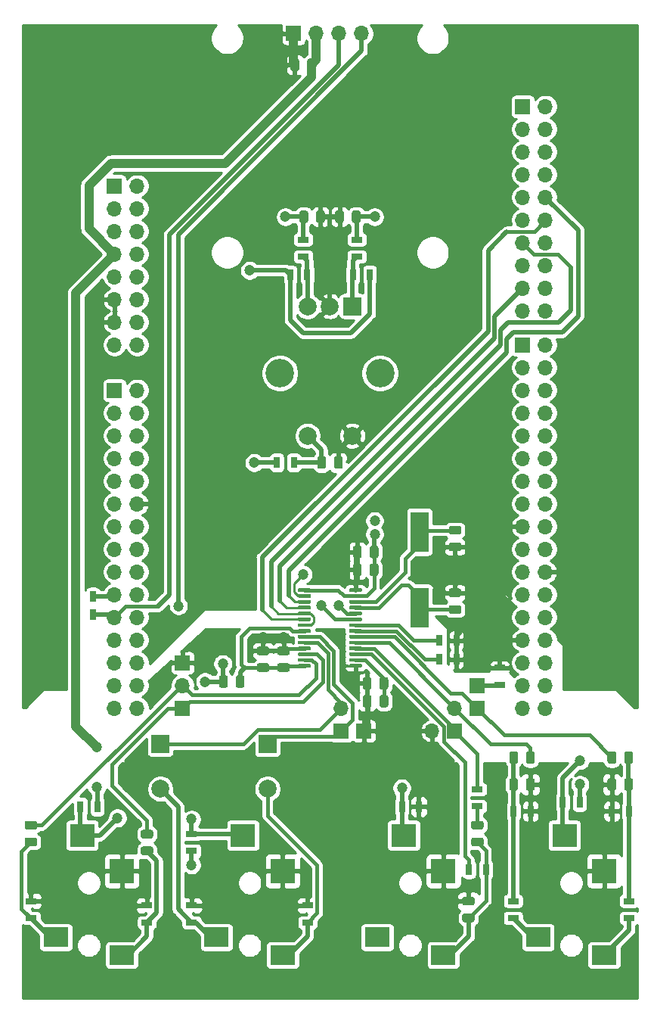
<source format=gbr>
%TF.GenerationSoftware,KiCad,Pcbnew,(5.1.6)-1*%
%TF.CreationDate,2021-01-03T17:25:38+01:00*%
%TF.ProjectId,Nucleo144_DSP,4e75636c-656f-4313-9434-5f4453502e6b,rev?*%
%TF.SameCoordinates,Original*%
%TF.FileFunction,Copper,L1,Top*%
%TF.FilePolarity,Positive*%
%FSLAX46Y46*%
G04 Gerber Fmt 4.6, Leading zero omitted, Abs format (unit mm)*
G04 Created by KiCad (PCBNEW (5.1.6)-1) date 2021-01-03 17:25:38*
%MOMM*%
%LPD*%
G01*
G04 APERTURE LIST*
%TA.AperFunction,ComponentPad*%
%ADD10R,2.000000X2.000000*%
%TD*%
%TA.AperFunction,ComponentPad*%
%ADD11C,2.000000*%
%TD*%
%TA.AperFunction,SMDPad,CuDef*%
%ADD12R,2.000000X4.500000*%
%TD*%
%TA.AperFunction,ComponentPad*%
%ADD13R,1.700000X1.700000*%
%TD*%
%TA.AperFunction,ComponentPad*%
%ADD14O,1.700000X1.700000*%
%TD*%
%TA.AperFunction,SMDPad,CuDef*%
%ADD15R,0.700000X1.300000*%
%TD*%
%TA.AperFunction,SMDPad,CuDef*%
%ADD16R,1.300000X0.700000*%
%TD*%
%TA.AperFunction,ComponentPad*%
%ADD17C,3.200000*%
%TD*%
%TA.AperFunction,SMDPad,CuDef*%
%ADD18R,2.800000X2.800000*%
%TD*%
%TA.AperFunction,SMDPad,CuDef*%
%ADD19R,2.800000X2.600000*%
%TD*%
%TA.AperFunction,SMDPad,CuDef*%
%ADD20R,2.800000X2.200000*%
%TD*%
%TA.AperFunction,ViaPad*%
%ADD21C,1.200000*%
%TD*%
%TA.AperFunction,Conductor*%
%ADD22C,0.400000*%
%TD*%
%TA.AperFunction,Conductor*%
%ADD23C,0.500000*%
%TD*%
%TA.AperFunction,Conductor*%
%ADD24C,1.000000*%
%TD*%
%TA.AperFunction,Conductor*%
%ADD25C,0.560000*%
%TD*%
%TA.AperFunction,Conductor*%
%ADD26C,0.250000*%
%TD*%
%TA.AperFunction,Conductor*%
%ADD27C,0.254000*%
%TD*%
G04 APERTURE END LIST*
D10*
%TO.P,C16,1*%
%TO.N,AudioOut_HP_R*%
X117000000Y-141000000D03*
D11*
%TO.P,C16,2*%
%TO.N,Net-(C16-Pad2)*%
X117000000Y-146000000D03*
%TD*%
D12*
%TO.P,Y1,1*%
%TO.N,/TLV320_CODEC/XTAL_n*%
X146000000Y-117250000D03*
%TO.P,Y1,2*%
%TO.N,/TLV320_CODEC/XTAL_p*%
X146000000Y-125750000D03*
%TD*%
%TO.P,C1,2*%
%TO.N,Net-(C1-Pad2)*%
%TA.AperFunction,SMDPad,CuDef*%
G36*
G01*
X152956250Y-150550000D02*
X152043750Y-150550000D01*
G75*
G02*
X151800000Y-150306250I0J243750D01*
G01*
X151800000Y-149818750D01*
G75*
G02*
X152043750Y-149575000I243750J0D01*
G01*
X152956250Y-149575000D01*
G75*
G02*
X153200000Y-149818750I0J-243750D01*
G01*
X153200000Y-150306250D01*
G75*
G02*
X152956250Y-150550000I-243750J0D01*
G01*
G37*
%TD.AperFunction*%
%TO.P,C1,1*%
%TO.N,Net-(C1-Pad1)*%
%TA.AperFunction,SMDPad,CuDef*%
G36*
G01*
X152956250Y-152425000D02*
X152043750Y-152425000D01*
G75*
G02*
X151800000Y-152181250I0J243750D01*
G01*
X151800000Y-151693750D01*
G75*
G02*
X152043750Y-151450000I243750J0D01*
G01*
X152956250Y-151450000D01*
G75*
G02*
X153200000Y-151693750I0J-243750D01*
G01*
X153200000Y-152181250D01*
G75*
G02*
X152956250Y-152425000I-243750J0D01*
G01*
G37*
%TD.AperFunction*%
%TD*%
%TO.P,C3,1*%
%TO.N,GND*%
%TA.AperFunction,SMDPad,CuDef*%
G36*
G01*
X138575000Y-119956250D02*
X138575000Y-119043750D01*
G75*
G02*
X138818750Y-118800000I243750J0D01*
G01*
X139306250Y-118800000D01*
G75*
G02*
X139550000Y-119043750I0J-243750D01*
G01*
X139550000Y-119956250D01*
G75*
G02*
X139306250Y-120200000I-243750J0D01*
G01*
X138818750Y-120200000D01*
G75*
G02*
X138575000Y-119956250I0J243750D01*
G01*
G37*
%TD.AperFunction*%
%TO.P,C3,2*%
%TO.N,+3V3*%
%TA.AperFunction,SMDPad,CuDef*%
G36*
G01*
X140450000Y-119956250D02*
X140450000Y-119043750D01*
G75*
G02*
X140693750Y-118800000I243750J0D01*
G01*
X141181250Y-118800000D01*
G75*
G02*
X141425000Y-119043750I0J-243750D01*
G01*
X141425000Y-119956250D01*
G75*
G02*
X141181250Y-120200000I-243750J0D01*
G01*
X140693750Y-120200000D01*
G75*
G02*
X140450000Y-119956250I0J243750D01*
G01*
G37*
%TD.AperFunction*%
%TD*%
%TO.P,C4,1*%
%TO.N,GNDA*%
%TA.AperFunction,SMDPad,CuDef*%
G36*
G01*
X128043750Y-130075000D02*
X128956250Y-130075000D01*
G75*
G02*
X129200000Y-130318750I0J-243750D01*
G01*
X129200000Y-130806250D01*
G75*
G02*
X128956250Y-131050000I-243750J0D01*
G01*
X128043750Y-131050000D01*
G75*
G02*
X127800000Y-130806250I0J243750D01*
G01*
X127800000Y-130318750D01*
G75*
G02*
X128043750Y-130075000I243750J0D01*
G01*
G37*
%TD.AperFunction*%
%TO.P,C4,2*%
%TO.N,/TLV320_CODEC/3V3A_filt*%
%TA.AperFunction,SMDPad,CuDef*%
G36*
G01*
X128043750Y-131950000D02*
X128956250Y-131950000D01*
G75*
G02*
X129200000Y-132193750I0J-243750D01*
G01*
X129200000Y-132681250D01*
G75*
G02*
X128956250Y-132925000I-243750J0D01*
G01*
X128043750Y-132925000D01*
G75*
G02*
X127800000Y-132681250I0J243750D01*
G01*
X127800000Y-132193750D01*
G75*
G02*
X128043750Y-131950000I243750J0D01*
G01*
G37*
%TD.AperFunction*%
%TD*%
%TO.P,C2,1*%
%TO.N,Net-(C1-Pad1)*%
%TA.AperFunction,SMDPad,CuDef*%
G36*
G01*
X151956250Y-160925000D02*
X151043750Y-160925000D01*
G75*
G02*
X150800000Y-160681250I0J243750D01*
G01*
X150800000Y-160193750D01*
G75*
G02*
X151043750Y-159950000I243750J0D01*
G01*
X151956250Y-159950000D01*
G75*
G02*
X152200000Y-160193750I0J-243750D01*
G01*
X152200000Y-160681250D01*
G75*
G02*
X151956250Y-160925000I-243750J0D01*
G01*
G37*
%TD.AperFunction*%
%TO.P,C2,2*%
%TO.N,GNDA*%
%TA.AperFunction,SMDPad,CuDef*%
G36*
G01*
X151956250Y-159050000D02*
X151043750Y-159050000D01*
G75*
G02*
X150800000Y-158806250I0J243750D01*
G01*
X150800000Y-158318750D01*
G75*
G02*
X151043750Y-158075000I243750J0D01*
G01*
X151956250Y-158075000D01*
G75*
G02*
X152200000Y-158318750I0J-243750D01*
G01*
X152200000Y-158806250D01*
G75*
G02*
X151956250Y-159050000I-243750J0D01*
G01*
G37*
%TD.AperFunction*%
%TD*%
%TO.P,C5,2*%
%TO.N,+3V3*%
%TA.AperFunction,SMDPad,CuDef*%
G36*
G01*
X140450000Y-121956250D02*
X140450000Y-121043750D01*
G75*
G02*
X140693750Y-120800000I243750J0D01*
G01*
X141181250Y-120800000D01*
G75*
G02*
X141425000Y-121043750I0J-243750D01*
G01*
X141425000Y-121956250D01*
G75*
G02*
X141181250Y-122200000I-243750J0D01*
G01*
X140693750Y-122200000D01*
G75*
G02*
X140450000Y-121956250I0J243750D01*
G01*
G37*
%TD.AperFunction*%
%TO.P,C5,1*%
%TO.N,GND*%
%TA.AperFunction,SMDPad,CuDef*%
G36*
G01*
X138575000Y-121956250D02*
X138575000Y-121043750D01*
G75*
G02*
X138818750Y-120800000I243750J0D01*
G01*
X139306250Y-120800000D01*
G75*
G02*
X139550000Y-121043750I0J-243750D01*
G01*
X139550000Y-121956250D01*
G75*
G02*
X139306250Y-122200000I-243750J0D01*
G01*
X138818750Y-122200000D01*
G75*
G02*
X138575000Y-121956250I0J243750D01*
G01*
G37*
%TD.AperFunction*%
%TD*%
%TO.P,C6,2*%
%TO.N,/TLV320_CODEC/3V3A_filt*%
%TA.AperFunction,SMDPad,CuDef*%
G36*
G01*
X130343750Y-131950000D02*
X131256250Y-131950000D01*
G75*
G02*
X131500000Y-132193750I0J-243750D01*
G01*
X131500000Y-132681250D01*
G75*
G02*
X131256250Y-132925000I-243750J0D01*
G01*
X130343750Y-132925000D01*
G75*
G02*
X130100000Y-132681250I0J243750D01*
G01*
X130100000Y-132193750D01*
G75*
G02*
X130343750Y-131950000I243750J0D01*
G01*
G37*
%TD.AperFunction*%
%TO.P,C6,1*%
%TO.N,GNDA*%
%TA.AperFunction,SMDPad,CuDef*%
G36*
G01*
X130343750Y-130075000D02*
X131256250Y-130075000D01*
G75*
G02*
X131500000Y-130318750I0J-243750D01*
G01*
X131500000Y-130806250D01*
G75*
G02*
X131256250Y-131050000I-243750J0D01*
G01*
X130343750Y-131050000D01*
G75*
G02*
X130100000Y-130806250I0J243750D01*
G01*
X130100000Y-130318750D01*
G75*
G02*
X130343750Y-130075000I243750J0D01*
G01*
G37*
%TD.AperFunction*%
%TD*%
%TO.P,C7,1*%
%TO.N,GNDA*%
%TA.AperFunction,SMDPad,CuDef*%
G36*
G01*
X167075000Y-145956250D02*
X167075000Y-145043750D01*
G75*
G02*
X167318750Y-144800000I243750J0D01*
G01*
X167806250Y-144800000D01*
G75*
G02*
X168050000Y-145043750I0J-243750D01*
G01*
X168050000Y-145956250D01*
G75*
G02*
X167806250Y-146200000I-243750J0D01*
G01*
X167318750Y-146200000D01*
G75*
G02*
X167075000Y-145956250I0J243750D01*
G01*
G37*
%TD.AperFunction*%
%TO.P,C7,2*%
%TO.N,Net-(C7-Pad2)*%
%TA.AperFunction,SMDPad,CuDef*%
G36*
G01*
X168950000Y-145956250D02*
X168950000Y-145043750D01*
G75*
G02*
X169193750Y-144800000I243750J0D01*
G01*
X169681250Y-144800000D01*
G75*
G02*
X169925000Y-145043750I0J-243750D01*
G01*
X169925000Y-145956250D01*
G75*
G02*
X169681250Y-146200000I-243750J0D01*
G01*
X169193750Y-146200000D01*
G75*
G02*
X168950000Y-145956250I0J243750D01*
G01*
G37*
%TD.AperFunction*%
%TD*%
%TO.P,C8,2*%
%TO.N,AudioIN_Line_L*%
%TA.AperFunction,SMDPad,CuDef*%
G36*
G01*
X168050000Y-142043750D02*
X168050000Y-142956250D01*
G75*
G02*
X167806250Y-143200000I-243750J0D01*
G01*
X167318750Y-143200000D01*
G75*
G02*
X167075000Y-142956250I0J243750D01*
G01*
X167075000Y-142043750D01*
G75*
G02*
X167318750Y-141800000I243750J0D01*
G01*
X167806250Y-141800000D01*
G75*
G02*
X168050000Y-142043750I0J-243750D01*
G01*
G37*
%TD.AperFunction*%
%TO.P,C8,1*%
%TO.N,Net-(C7-Pad2)*%
%TA.AperFunction,SMDPad,CuDef*%
G36*
G01*
X169925000Y-142043750D02*
X169925000Y-142956250D01*
G75*
G02*
X169681250Y-143200000I-243750J0D01*
G01*
X169193750Y-143200000D01*
G75*
G02*
X168950000Y-142956250I0J243750D01*
G01*
X168950000Y-142043750D01*
G75*
G02*
X169193750Y-141800000I243750J0D01*
G01*
X169681250Y-141800000D01*
G75*
G02*
X169925000Y-142043750I0J-243750D01*
G01*
G37*
%TD.AperFunction*%
%TD*%
%TO.P,C9,2*%
%TO.N,AudioIN_Line_R*%
%TA.AperFunction,SMDPad,CuDef*%
G36*
G01*
X157950000Y-142956250D02*
X157950000Y-142043750D01*
G75*
G02*
X158193750Y-141800000I243750J0D01*
G01*
X158681250Y-141800000D01*
G75*
G02*
X158925000Y-142043750I0J-243750D01*
G01*
X158925000Y-142956250D01*
G75*
G02*
X158681250Y-143200000I-243750J0D01*
G01*
X158193750Y-143200000D01*
G75*
G02*
X157950000Y-142956250I0J243750D01*
G01*
G37*
%TD.AperFunction*%
%TO.P,C9,1*%
%TO.N,Net-(C10-Pad1)*%
%TA.AperFunction,SMDPad,CuDef*%
G36*
G01*
X156075000Y-142956250D02*
X156075000Y-142043750D01*
G75*
G02*
X156318750Y-141800000I243750J0D01*
G01*
X156806250Y-141800000D01*
G75*
G02*
X157050000Y-142043750I0J-243750D01*
G01*
X157050000Y-142956250D01*
G75*
G02*
X156806250Y-143200000I-243750J0D01*
G01*
X156318750Y-143200000D01*
G75*
G02*
X156075000Y-142956250I0J243750D01*
G01*
G37*
%TD.AperFunction*%
%TD*%
%TO.P,C10,2*%
%TO.N,GNDA*%
%TA.AperFunction,SMDPad,CuDef*%
G36*
G01*
X157950000Y-145956250D02*
X157950000Y-145043750D01*
G75*
G02*
X158193750Y-144800000I243750J0D01*
G01*
X158681250Y-144800000D01*
G75*
G02*
X158925000Y-145043750I0J-243750D01*
G01*
X158925000Y-145956250D01*
G75*
G02*
X158681250Y-146200000I-243750J0D01*
G01*
X158193750Y-146200000D01*
G75*
G02*
X157950000Y-145956250I0J243750D01*
G01*
G37*
%TD.AperFunction*%
%TO.P,C10,1*%
%TO.N,Net-(C10-Pad1)*%
%TA.AperFunction,SMDPad,CuDef*%
G36*
G01*
X156075000Y-145956250D02*
X156075000Y-145043750D01*
G75*
G02*
X156318750Y-144800000I243750J0D01*
G01*
X156806250Y-144800000D01*
G75*
G02*
X157050000Y-145043750I0J-243750D01*
G01*
X157050000Y-145956250D01*
G75*
G02*
X156806250Y-146200000I-243750J0D01*
G01*
X156318750Y-146200000D01*
G75*
G02*
X156075000Y-145956250I0J243750D01*
G01*
G37*
%TD.AperFunction*%
%TD*%
%TO.P,C11,1*%
%TO.N,GND*%
%TA.AperFunction,SMDPad,CuDef*%
G36*
G01*
X149543750Y-123575000D02*
X150456250Y-123575000D01*
G75*
G02*
X150700000Y-123818750I0J-243750D01*
G01*
X150700000Y-124306250D01*
G75*
G02*
X150456250Y-124550000I-243750J0D01*
G01*
X149543750Y-124550000D01*
G75*
G02*
X149300000Y-124306250I0J243750D01*
G01*
X149300000Y-123818750D01*
G75*
G02*
X149543750Y-123575000I243750J0D01*
G01*
G37*
%TD.AperFunction*%
%TO.P,C11,2*%
%TO.N,/TLV320_CODEC/XTAL_p*%
%TA.AperFunction,SMDPad,CuDef*%
G36*
G01*
X149543750Y-125450000D02*
X150456250Y-125450000D01*
G75*
G02*
X150700000Y-125693750I0J-243750D01*
G01*
X150700000Y-126181250D01*
G75*
G02*
X150456250Y-126425000I-243750J0D01*
G01*
X149543750Y-126425000D01*
G75*
G02*
X149300000Y-126181250I0J243750D01*
G01*
X149300000Y-125693750D01*
G75*
G02*
X149543750Y-125450000I243750J0D01*
G01*
G37*
%TD.AperFunction*%
%TD*%
%TO.P,C12,1*%
%TO.N,GND*%
%TA.AperFunction,SMDPad,CuDef*%
G36*
G01*
X150456250Y-119425000D02*
X149543750Y-119425000D01*
G75*
G02*
X149300000Y-119181250I0J243750D01*
G01*
X149300000Y-118693750D01*
G75*
G02*
X149543750Y-118450000I243750J0D01*
G01*
X150456250Y-118450000D01*
G75*
G02*
X150700000Y-118693750I0J-243750D01*
G01*
X150700000Y-119181250D01*
G75*
G02*
X150456250Y-119425000I-243750J0D01*
G01*
G37*
%TD.AperFunction*%
%TO.P,C12,2*%
%TO.N,/TLV320_CODEC/XTAL_n*%
%TA.AperFunction,SMDPad,CuDef*%
G36*
G01*
X150456250Y-117550000D02*
X149543750Y-117550000D01*
G75*
G02*
X149300000Y-117306250I0J243750D01*
G01*
X149300000Y-116818750D01*
G75*
G02*
X149543750Y-116575000I243750J0D01*
G01*
X150456250Y-116575000D01*
G75*
G02*
X150700000Y-116818750I0J-243750D01*
G01*
X150700000Y-117306250D01*
G75*
G02*
X150456250Y-117550000I-243750J0D01*
G01*
G37*
%TD.AperFunction*%
%TD*%
%TO.P,C13,1*%
%TO.N,/TLV320_CODEC/Vmid*%
%TA.AperFunction,SMDPad,CuDef*%
G36*
G01*
X142525000Y-135743750D02*
X142525000Y-136656250D01*
G75*
G02*
X142281250Y-136900000I-243750J0D01*
G01*
X141793750Y-136900000D01*
G75*
G02*
X141550000Y-136656250I0J243750D01*
G01*
X141550000Y-135743750D01*
G75*
G02*
X141793750Y-135500000I243750J0D01*
G01*
X142281250Y-135500000D01*
G75*
G02*
X142525000Y-135743750I0J-243750D01*
G01*
G37*
%TD.AperFunction*%
%TO.P,C13,2*%
%TO.N,GNDA*%
%TA.AperFunction,SMDPad,CuDef*%
G36*
G01*
X140650000Y-135743750D02*
X140650000Y-136656250D01*
G75*
G02*
X140406250Y-136900000I-243750J0D01*
G01*
X139918750Y-136900000D01*
G75*
G02*
X139675000Y-136656250I0J243750D01*
G01*
X139675000Y-135743750D01*
G75*
G02*
X139918750Y-135500000I243750J0D01*
G01*
X140406250Y-135500000D01*
G75*
G02*
X140650000Y-135743750I0J-243750D01*
G01*
G37*
%TD.AperFunction*%
%TD*%
%TO.P,C14,2*%
%TO.N,GNDA*%
%TA.AperFunction,SMDPad,CuDef*%
G36*
G01*
X140650000Y-133743750D02*
X140650000Y-134656250D01*
G75*
G02*
X140406250Y-134900000I-243750J0D01*
G01*
X139918750Y-134900000D01*
G75*
G02*
X139675000Y-134656250I0J243750D01*
G01*
X139675000Y-133743750D01*
G75*
G02*
X139918750Y-133500000I243750J0D01*
G01*
X140406250Y-133500000D01*
G75*
G02*
X140650000Y-133743750I0J-243750D01*
G01*
G37*
%TD.AperFunction*%
%TO.P,C14,1*%
%TO.N,/TLV320_CODEC/Vmid*%
%TA.AperFunction,SMDPad,CuDef*%
G36*
G01*
X142525000Y-133743750D02*
X142525000Y-134656250D01*
G75*
G02*
X142281250Y-134900000I-243750J0D01*
G01*
X141793750Y-134900000D01*
G75*
G02*
X141550000Y-134656250I0J243750D01*
G01*
X141550000Y-133743750D01*
G75*
G02*
X141793750Y-133500000I243750J0D01*
G01*
X142281250Y-133500000D01*
G75*
G02*
X142525000Y-133743750I0J-243750D01*
G01*
G37*
%TD.AperFunction*%
%TD*%
D11*
%TO.P,C15,2*%
%TO.N,Net-(C15-Pad2)*%
X129000000Y-146000000D03*
D10*
%TO.P,C15,1*%
%TO.N,AudioOut_HP_L*%
X129000000Y-141000000D03*
%TD*%
%TO.P,C17,2*%
%TO.N,AudioOut_L*%
%TA.AperFunction,SMDPad,CuDef*%
G36*
G01*
X115956250Y-151550000D02*
X115043750Y-151550000D01*
G75*
G02*
X114800000Y-151306250I0J243750D01*
G01*
X114800000Y-150818750D01*
G75*
G02*
X115043750Y-150575000I243750J0D01*
G01*
X115956250Y-150575000D01*
G75*
G02*
X116200000Y-150818750I0J-243750D01*
G01*
X116200000Y-151306250D01*
G75*
G02*
X115956250Y-151550000I-243750J0D01*
G01*
G37*
%TD.AperFunction*%
%TO.P,C17,1*%
%TO.N,Net-(C17-Pad1)*%
%TA.AperFunction,SMDPad,CuDef*%
G36*
G01*
X115956250Y-153425000D02*
X115043750Y-153425000D01*
G75*
G02*
X114800000Y-153181250I0J243750D01*
G01*
X114800000Y-152693750D01*
G75*
G02*
X115043750Y-152450000I243750J0D01*
G01*
X115956250Y-152450000D01*
G75*
G02*
X116200000Y-152693750I0J-243750D01*
G01*
X116200000Y-153181250D01*
G75*
G02*
X115956250Y-153425000I-243750J0D01*
G01*
G37*
%TD.AperFunction*%
%TD*%
%TO.P,C18,1*%
%TO.N,Net-(C18-Pad1)*%
%TA.AperFunction,SMDPad,CuDef*%
G36*
G01*
X102956250Y-152425000D02*
X102043750Y-152425000D01*
G75*
G02*
X101800000Y-152181250I0J243750D01*
G01*
X101800000Y-151693750D01*
G75*
G02*
X102043750Y-151450000I243750J0D01*
G01*
X102956250Y-151450000D01*
G75*
G02*
X103200000Y-151693750I0J-243750D01*
G01*
X103200000Y-152181250D01*
G75*
G02*
X102956250Y-152425000I-243750J0D01*
G01*
G37*
%TD.AperFunction*%
%TO.P,C18,2*%
%TO.N,AudioOut_R*%
%TA.AperFunction,SMDPad,CuDef*%
G36*
G01*
X102956250Y-150550000D02*
X102043750Y-150550000D01*
G75*
G02*
X101800000Y-150306250I0J243750D01*
G01*
X101800000Y-149818750D01*
G75*
G02*
X102043750Y-149575000I243750J0D01*
G01*
X102956250Y-149575000D01*
G75*
G02*
X103200000Y-149818750I0J-243750D01*
G01*
X103200000Y-150306250D01*
G75*
G02*
X102956250Y-150550000I-243750J0D01*
G01*
G37*
%TD.AperFunction*%
%TD*%
%TO.P,C19,2*%
%TO.N,ENC_CH2*%
%TA.AperFunction,SMDPad,CuDef*%
G36*
G01*
X138450000Y-82456250D02*
X138450000Y-81543750D01*
G75*
G02*
X138693750Y-81300000I243750J0D01*
G01*
X139181250Y-81300000D01*
G75*
G02*
X139425000Y-81543750I0J-243750D01*
G01*
X139425000Y-82456250D01*
G75*
G02*
X139181250Y-82700000I-243750J0D01*
G01*
X138693750Y-82700000D01*
G75*
G02*
X138450000Y-82456250I0J243750D01*
G01*
G37*
%TD.AperFunction*%
%TO.P,C19,1*%
%TO.N,GND*%
%TA.AperFunction,SMDPad,CuDef*%
G36*
G01*
X136575000Y-82456250D02*
X136575000Y-81543750D01*
G75*
G02*
X136818750Y-81300000I243750J0D01*
G01*
X137306250Y-81300000D01*
G75*
G02*
X137550000Y-81543750I0J-243750D01*
G01*
X137550000Y-82456250D01*
G75*
G02*
X137306250Y-82700000I-243750J0D01*
G01*
X136818750Y-82700000D01*
G75*
G02*
X136575000Y-82456250I0J243750D01*
G01*
G37*
%TD.AperFunction*%
%TD*%
%TO.P,C20,1*%
%TO.N,ENC_CH1*%
%TA.AperFunction,SMDPad,CuDef*%
G36*
G01*
X132575000Y-82456250D02*
X132575000Y-81543750D01*
G75*
G02*
X132818750Y-81300000I243750J0D01*
G01*
X133306250Y-81300000D01*
G75*
G02*
X133550000Y-81543750I0J-243750D01*
G01*
X133550000Y-82456250D01*
G75*
G02*
X133306250Y-82700000I-243750J0D01*
G01*
X132818750Y-82700000D01*
G75*
G02*
X132575000Y-82456250I0J243750D01*
G01*
G37*
%TD.AperFunction*%
%TO.P,C20,2*%
%TO.N,GND*%
%TA.AperFunction,SMDPad,CuDef*%
G36*
G01*
X134450000Y-82456250D02*
X134450000Y-81543750D01*
G75*
G02*
X134693750Y-81300000I243750J0D01*
G01*
X135181250Y-81300000D01*
G75*
G02*
X135425000Y-81543750I0J-243750D01*
G01*
X135425000Y-82456250D01*
G75*
G02*
X135181250Y-82700000I-243750J0D01*
G01*
X134693750Y-82700000D01*
G75*
G02*
X134450000Y-82456250I0J243750D01*
G01*
G37*
%TD.AperFunction*%
%TD*%
%TO.P,C21,1*%
%TO.N,ENC_BTN*%
%TA.AperFunction,SMDPad,CuDef*%
G36*
G01*
X134575000Y-109956250D02*
X134575000Y-109043750D01*
G75*
G02*
X134818750Y-108800000I243750J0D01*
G01*
X135306250Y-108800000D01*
G75*
G02*
X135550000Y-109043750I0J-243750D01*
G01*
X135550000Y-109956250D01*
G75*
G02*
X135306250Y-110200000I-243750J0D01*
G01*
X134818750Y-110200000D01*
G75*
G02*
X134575000Y-109956250I0J243750D01*
G01*
G37*
%TD.AperFunction*%
%TO.P,C21,2*%
%TO.N,GND*%
%TA.AperFunction,SMDPad,CuDef*%
G36*
G01*
X136450000Y-109956250D02*
X136450000Y-109043750D01*
G75*
G02*
X136693750Y-108800000I243750J0D01*
G01*
X137181250Y-108800000D01*
G75*
G02*
X137425000Y-109043750I0J-243750D01*
G01*
X137425000Y-109956250D01*
G75*
G02*
X137181250Y-110200000I-243750J0D01*
G01*
X136693750Y-110200000D01*
G75*
G02*
X136450000Y-109956250I0J243750D01*
G01*
G37*
%TD.AperFunction*%
%TD*%
%TO.P,C22,2*%
%TO.N,+3V3*%
%TA.AperFunction,SMDPad,CuDef*%
G36*
G01*
X133450000Y-65456250D02*
X133450000Y-64543750D01*
G75*
G02*
X133693750Y-64300000I243750J0D01*
G01*
X134181250Y-64300000D01*
G75*
G02*
X134425000Y-64543750I0J-243750D01*
G01*
X134425000Y-65456250D01*
G75*
G02*
X134181250Y-65700000I-243750J0D01*
G01*
X133693750Y-65700000D01*
G75*
G02*
X133450000Y-65456250I0J243750D01*
G01*
G37*
%TD.AperFunction*%
%TO.P,C22,1*%
%TO.N,GND*%
%TA.AperFunction,SMDPad,CuDef*%
G36*
G01*
X131575000Y-65456250D02*
X131575000Y-64543750D01*
G75*
G02*
X131818750Y-64300000I243750J0D01*
G01*
X132306250Y-64300000D01*
G75*
G02*
X132550000Y-64543750I0J-243750D01*
G01*
X132550000Y-65456250D01*
G75*
G02*
X132306250Y-65700000I-243750J0D01*
G01*
X131818750Y-65700000D01*
G75*
G02*
X131575000Y-65456250I0J243750D01*
G01*
G37*
%TD.AperFunction*%
%TD*%
%TO.P,FB1,1*%
%TO.N,/TLV320_CODEC/3V3A_filt*%
%TA.AperFunction,SMDPad,CuDef*%
G36*
G01*
X126425000Y-133543750D02*
X126425000Y-134456250D01*
G75*
G02*
X126181250Y-134700000I-243750J0D01*
G01*
X125693750Y-134700000D01*
G75*
G02*
X125450000Y-134456250I0J243750D01*
G01*
X125450000Y-133543750D01*
G75*
G02*
X125693750Y-133300000I243750J0D01*
G01*
X126181250Y-133300000D01*
G75*
G02*
X126425000Y-133543750I0J-243750D01*
G01*
G37*
%TD.AperFunction*%
%TO.P,FB1,2*%
%TO.N,+3V3*%
%TA.AperFunction,SMDPad,CuDef*%
G36*
G01*
X124550000Y-133543750D02*
X124550000Y-134456250D01*
G75*
G02*
X124306250Y-134700000I-243750J0D01*
G01*
X123818750Y-134700000D01*
G75*
G02*
X123575000Y-134456250I0J243750D01*
G01*
X123575000Y-133543750D01*
G75*
G02*
X123818750Y-133300000I243750J0D01*
G01*
X124306250Y-133300000D01*
G75*
G02*
X124550000Y-133543750I0J-243750D01*
G01*
G37*
%TD.AperFunction*%
%TD*%
D13*
%TO.P,J1,1*%
%TO.N,Net-(J1-Pad1)*%
X111870000Y-78560000D03*
D14*
%TO.P,J1,2*%
%TO.N,Net-(J1-Pad2)*%
X114410000Y-78560000D03*
%TO.P,J1,3*%
%TO.N,Net-(J1-Pad3)*%
X111870000Y-81100000D03*
%TO.P,J1,4*%
%TO.N,PC9_CKIN*%
X114410000Y-81100000D03*
%TO.P,J1,5*%
%TO.N,Net-(J1-Pad5)*%
X111870000Y-83640000D03*
%TO.P,J1,6*%
%TO.N,Net-(J1-Pad6)*%
X114410000Y-83640000D03*
%TO.P,J1,7*%
%TO.N,+3V3*%
X111870000Y-86180000D03*
%TO.P,J1,8*%
%TO.N,Net-(J1-Pad8)*%
X114410000Y-86180000D03*
%TO.P,J1,9*%
%TO.N,+5V*%
X111870000Y-88720000D03*
%TO.P,J1,10*%
%TO.N,Net-(J1-Pad10)*%
X114410000Y-88720000D03*
%TO.P,J1,11*%
%TO.N,GND*%
X111870000Y-91260000D03*
%TO.P,J1,12*%
%TO.N,Net-(J1-Pad12)*%
X114410000Y-91260000D03*
%TO.P,J1,13*%
%TO.N,GND*%
X111870000Y-93800000D03*
%TO.P,J1,14*%
%TO.N,Net-(J1-Pad14)*%
X114410000Y-93800000D03*
%TO.P,J1,15*%
%TO.N,Net-(J1-Pad15)*%
X111870000Y-96340000D03*
%TO.P,J1,16*%
%TO.N,Net-(J1-Pad16)*%
X114410000Y-96340000D03*
%TD*%
D13*
%TO.P,J2,1*%
%TO.N,Net-(J2-Pad1)*%
X157590000Y-69670000D03*
D14*
%TO.P,J2,2*%
%TO.N,Net-(J2-Pad2)*%
X160130000Y-69670000D03*
%TO.P,J2,3*%
%TO.N,Net-(J2-Pad3)*%
X157590000Y-72210000D03*
%TO.P,J2,4*%
%TO.N,Net-(J2-Pad4)*%
X160130000Y-72210000D03*
%TO.P,J2,5*%
%TO.N,Net-(J2-Pad5)*%
X157590000Y-74750000D03*
%TO.P,J2,6*%
%TO.N,Net-(J2-Pad6)*%
X160130000Y-74750000D03*
%TO.P,J2,7*%
%TO.N,Net-(J2-Pad7)*%
X157590000Y-77290000D03*
%TO.P,J2,8*%
%TO.N,Net-(J2-Pad8)*%
X160130000Y-77290000D03*
%TO.P,J2,9*%
%TO.N,Net-(J2-Pad9)*%
X157590000Y-79830000D03*
%TO.P,J2,10*%
%TO.N,PA5_I2S6_CK*%
X160130000Y-79830000D03*
%TO.P,J2,11*%
%TO.N,Net-(J2-Pad11)*%
X157590000Y-82370000D03*
%TO.P,J2,12*%
%TO.N,PA6_I2S6_SDI*%
X160130000Y-82370000D03*
%TO.P,J2,13*%
%TO.N,PB5_I2S6_SDO*%
X157590000Y-84910000D03*
%TO.P,J2,14*%
%TO.N,Net-(J2-Pad14)*%
X160130000Y-84910000D03*
%TO.P,J2,15*%
%TO.N,Net-(J2-Pad15)*%
X157590000Y-87450000D03*
%TO.P,J2,16*%
%TO.N,Net-(J2-Pad16)*%
X160130000Y-87450000D03*
%TO.P,J2,17*%
%TO.N,PA4_I2S6_WS*%
X157590000Y-89990000D03*
%TO.P,J2,18*%
%TO.N,Net-(J2-Pad18)*%
X160130000Y-89990000D03*
%TO.P,J2,19*%
%TO.N,Net-(J2-Pad19)*%
X157590000Y-92530000D03*
%TO.P,J2,20*%
%TO.N,Net-(J2-Pad20)*%
X160130000Y-92530000D03*
%TD*%
D13*
%TO.P,J3,1*%
%TO.N,Net-(J3-Pad1)*%
X157590000Y-96340000D03*
D14*
%TO.P,J3,2*%
%TO.N,Net-(J3-Pad2)*%
X160130000Y-96340000D03*
%TO.P,J3,3*%
%TO.N,Net-(J3-Pad3)*%
X157590000Y-98880000D03*
%TO.P,J3,4*%
%TO.N,Net-(J3-Pad4)*%
X160130000Y-98880000D03*
%TO.P,J3,5*%
%TO.N,Net-(J3-Pad5)*%
X157590000Y-101420000D03*
%TO.P,J3,6*%
%TO.N,Net-(J3-Pad6)*%
X160130000Y-101420000D03*
%TO.P,J3,7*%
%TO.N,Net-(J3-Pad7)*%
X157590000Y-103960000D03*
%TO.P,J3,8*%
%TO.N,Net-(J3-Pad8)*%
X160130000Y-103960000D03*
%TO.P,J3,9*%
%TO.N,Net-(J3-Pad9)*%
X157590000Y-106500000D03*
%TO.P,J3,10*%
%TO.N,Net-(J3-Pad10)*%
X160130000Y-106500000D03*
%TO.P,J3,11*%
%TO.N,Net-(J3-Pad11)*%
X157590000Y-109040000D03*
%TO.P,J3,12*%
%TO.N,Net-(J3-Pad12)*%
X160130000Y-109040000D03*
%TO.P,J3,13*%
%TO.N,Net-(J3-Pad13)*%
X157590000Y-111580000D03*
%TO.P,J3,14*%
%TO.N,Net-(J3-Pad14)*%
X160130000Y-111580000D03*
%TO.P,J3,15*%
%TO.N,Net-(J3-Pad15)*%
X157590000Y-114120000D03*
%TO.P,J3,16*%
%TO.N,Net-(J3-Pad16)*%
X160130000Y-114120000D03*
%TO.P,J3,17*%
%TO.N,GND*%
X157590000Y-116660000D03*
%TO.P,J3,18*%
%TO.N,Net-(J3-Pad18)*%
X160130000Y-116660000D03*
%TO.P,J3,19*%
%TO.N,ENC_CH2*%
X157590000Y-119200000D03*
%TO.P,J3,20*%
%TO.N,Net-(J3-Pad20)*%
X160130000Y-119200000D03*
%TO.P,J3,21*%
%TO.N,ENC_CH1*%
X157590000Y-121740000D03*
%TO.P,J3,22*%
%TO.N,GND*%
X160130000Y-121740000D03*
%TO.P,J3,23*%
%TO.N,ENC_BTN*%
X157590000Y-124280000D03*
%TO.P,J3,24*%
%TO.N,Net-(J3-Pad24)*%
X160130000Y-124280000D03*
%TO.P,J3,25*%
%TO.N,LOUT_ON*%
X157590000Y-126820000D03*
%TO.P,J3,26*%
%TO.N,Net-(J3-Pad26)*%
X160130000Y-126820000D03*
%TO.P,J3,27*%
%TO.N,GND*%
X157590000Y-129360000D03*
%TO.P,J3,28*%
%TO.N,Net-(J3-Pad28)*%
X160130000Y-129360000D03*
%TO.P,J3,29*%
%TO.N,Net-(J3-Pad29)*%
X157590000Y-131900000D03*
%TO.P,J3,30*%
%TO.N,LIN_On*%
X160130000Y-131900000D03*
%TO.P,J3,31*%
%TO.N,Net-(J3-Pad31)*%
X157590000Y-134440000D03*
%TO.P,J3,32*%
%TO.N,HP_On*%
X160130000Y-134440000D03*
%TO.P,J3,33*%
%TO.N,Mic_On*%
X157590000Y-136980000D03*
%TO.P,J3,34*%
%TO.N,Net-(J3-Pad34)*%
X160130000Y-136980000D03*
%TD*%
D13*
%TO.P,J4,1*%
%TO.N,Net-(J4-Pad1)*%
X111870000Y-101420000D03*
D14*
%TO.P,J4,2*%
%TO.N,Net-(J4-Pad2)*%
X114410000Y-101420000D03*
%TO.P,J4,3*%
%TO.N,Net-(J4-Pad3)*%
X111870000Y-103960000D03*
%TO.P,J4,4*%
%TO.N,Net-(J4-Pad4)*%
X114410000Y-103960000D03*
%TO.P,J4,5*%
%TO.N,Net-(J4-Pad5)*%
X111870000Y-106500000D03*
%TO.P,J4,6*%
%TO.N,Net-(J4-Pad6)*%
X114410000Y-106500000D03*
%TO.P,J4,7*%
%TO.N,Net-(J4-Pad7)*%
X111870000Y-109040000D03*
%TO.P,J4,8*%
%TO.N,Net-(J4-Pad8)*%
X114410000Y-109040000D03*
%TO.P,J4,9*%
%TO.N,Net-(J4-Pad9)*%
X111870000Y-111580000D03*
%TO.P,J4,10*%
%TO.N,Net-(J4-Pad10)*%
X114410000Y-111580000D03*
%TO.P,J4,11*%
%TO.N,Net-(J4-Pad11)*%
X111870000Y-114120000D03*
%TO.P,J4,12*%
%TO.N,GND*%
X114410000Y-114120000D03*
%TO.P,J4,13*%
%TO.N,Net-(J4-Pad13)*%
X111870000Y-116660000D03*
%TO.P,J4,14*%
%TO.N,Net-(J4-Pad14)*%
X114410000Y-116660000D03*
%TO.P,J4,15*%
%TO.N,Net-(J4-Pad15)*%
X111870000Y-119200000D03*
%TO.P,J4,16*%
%TO.N,Net-(J4-Pad16)*%
X114410000Y-119200000D03*
%TO.P,J4,17*%
%TO.N,Net-(J4-Pad17)*%
X111870000Y-121740000D03*
%TO.P,J4,18*%
%TO.N,Net-(J4-Pad18)*%
X114410000Y-121740000D03*
%TO.P,J4,19*%
%TO.N,PF0_I2C5_SDA*%
X111870000Y-124280000D03*
%TO.P,J4,20*%
%TO.N,Net-(J4-Pad20)*%
X114410000Y-124280000D03*
%TO.P,J4,21*%
%TO.N,PF1_I2C5_SCL*%
X111870000Y-126820000D03*
%TO.P,J4,22*%
%TO.N,Net-(J4-Pad22)*%
X114410000Y-126820000D03*
%TO.P,J4,23*%
%TO.N,Net-(J4-Pad23)*%
X111870000Y-129360000D03*
%TO.P,J4,24*%
%TO.N,Net-(J4-Pad24)*%
X114410000Y-129360000D03*
%TO.P,J4,25*%
%TO.N,Net-(J4-Pad25)*%
X111870000Y-131900000D03*
%TO.P,J4,26*%
%TO.N,Net-(J4-Pad26)*%
X114410000Y-131900000D03*
%TO.P,J4,27*%
%TO.N,Net-(J4-Pad27)*%
X111870000Y-134440000D03*
%TO.P,J4,28*%
%TO.N,Net-(J4-Pad28)*%
X114410000Y-134440000D03*
%TO.P,J4,29*%
%TO.N,Net-(J4-Pad29)*%
X111870000Y-136980000D03*
%TO.P,J4,30*%
%TO.N,Net-(J4-Pad30)*%
X114410000Y-136980000D03*
%TD*%
D15*
%TO.P,R1,1*%
%TO.N,MicBias*%
X151550000Y-155000000D03*
%TO.P,R1,2*%
%TO.N,Net-(C1-Pad1)*%
X153450000Y-155000000D03*
%TD*%
D16*
%TO.P,R2,2*%
%TO.N,AudioIn_Mic*%
X152500000Y-146050000D03*
%TO.P,R2,1*%
%TO.N,Net-(C1-Pad2)*%
X152500000Y-147950000D03*
%TD*%
D15*
%TO.P,R3,1*%
%TO.N,GNDA*%
X145950000Y-148000000D03*
%TO.P,R3,2*%
%TO.N,Mic_On*%
X144050000Y-148000000D03*
%TD*%
%TO.P,R4,1*%
%TO.N,+3V3*%
X107550000Y-124500000D03*
%TO.P,R4,2*%
%TO.N,PF0_I2C5_SDA*%
X109450000Y-124500000D03*
%TD*%
%TO.P,R5,2*%
%TO.N,PF1_I2C5_SCL*%
X109450000Y-126500000D03*
%TO.P,R5,1*%
%TO.N,+3V3*%
X107550000Y-126500000D03*
%TD*%
%TO.P,R7,1*%
%TO.N,Net-(C7-Pad2)*%
X169450000Y-148500000D03*
%TO.P,R7,2*%
%TO.N,GNDA*%
X167550000Y-148500000D03*
%TD*%
%TO.P,R8,1*%
%TO.N,/TLV320_CODEC/I2S_~CS~*%
X148250000Y-131500000D03*
%TO.P,R8,2*%
%TO.N,GND*%
X150150000Y-131500000D03*
%TD*%
%TO.P,R9,2*%
%TO.N,GND*%
X150150000Y-129400000D03*
%TO.P,R9,1*%
%TO.N,/TLV320_CODEC/TLV32_mode*%
X148250000Y-129400000D03*
%TD*%
D16*
%TO.P,R10,2*%
%TO.N,Net-(C7-Pad2)*%
X169500000Y-158550000D03*
%TO.P,R10,1*%
%TO.N,Net-(R10-Pad1)*%
X169500000Y-160450000D03*
%TD*%
%TO.P,R11,2*%
%TO.N,Net-(C10-Pad1)*%
X156500000Y-158550000D03*
%TO.P,R11,1*%
%TO.N,Net-(R11-Pad1)*%
X156500000Y-160450000D03*
%TD*%
D15*
%TO.P,R12,1*%
%TO.N,Net-(C10-Pad1)*%
X156550000Y-148500000D03*
%TO.P,R12,2*%
%TO.N,GNDA*%
X158450000Y-148500000D03*
%TD*%
D16*
%TO.P,R14,2*%
%TO.N,Net-(C15-Pad2)*%
X133500000Y-160950000D03*
%TO.P,R14,1*%
%TO.N,GNDA*%
X133500000Y-159050000D03*
%TD*%
%TO.P,R16,1*%
%TO.N,Net-(C16-Pad2)*%
X120500000Y-160950000D03*
%TO.P,R16,2*%
%TO.N,GNDA*%
X120500000Y-159050000D03*
%TD*%
%TO.P,R13,2*%
%TO.N,+3V3*%
X120500000Y-152950000D03*
%TO.P,R13,1*%
%TO.N,HP_On*%
X120500000Y-151050000D03*
%TD*%
%TO.P,R23,2*%
%TO.N,Net-(C17-Pad1)*%
X115500000Y-160950000D03*
%TO.P,R23,1*%
%TO.N,GNDA*%
X115500000Y-159050000D03*
%TD*%
%TO.P,R24,1*%
%TO.N,Net-(C18-Pad1)*%
X102500000Y-160450000D03*
%TO.P,R24,2*%
%TO.N,GNDA*%
X102500000Y-158550000D03*
%TD*%
D15*
%TO.P,R17,1*%
%TO.N,+3V3*%
X131550000Y-88500000D03*
%TO.P,R17,2*%
%TO.N,Net-(R17-Pad2)*%
X133450000Y-88500000D03*
%TD*%
%TO.P,R18,2*%
%TO.N,Net-(R18-Pad2)*%
X138550000Y-88500000D03*
%TO.P,R18,1*%
%TO.N,+3V3*%
X140450000Y-88500000D03*
%TD*%
%TO.P,R19,1*%
%TO.N,+3V3*%
X130050000Y-109500000D03*
%TO.P,R19,2*%
%TO.N,ENC_BTN*%
X131950000Y-109500000D03*
%TD*%
D16*
%TO.P,R20,2*%
%TO.N,ENC_CH2*%
X139000000Y-84550000D03*
%TO.P,R20,1*%
%TO.N,Net-(R18-Pad2)*%
X139000000Y-86450000D03*
%TD*%
%TO.P,R21,2*%
%TO.N,ENC_CH1*%
X133000000Y-84550000D03*
%TO.P,R21,1*%
%TO.N,Net-(R17-Pad2)*%
X133000000Y-86450000D03*
%TD*%
D11*
%TO.P,SW1,S1*%
%TO.N,ENC_BTN*%
X133500000Y-106500000D03*
%TO.P,SW1,S2*%
%TO.N,GND*%
X138500000Y-106500000D03*
D17*
%TO.P,SW1,MP*%
%TO.N,N/C*%
X130400000Y-99500000D03*
X141600000Y-99500000D03*
D11*
%TO.P,SW1,B*%
%TO.N,Net-(R17-Pad2)*%
X133500000Y-92000000D03*
%TO.P,SW1,C*%
%TO.N,GND*%
X136000000Y-92000000D03*
D10*
%TO.P,SW1,A*%
%TO.N,Net-(R18-Pad2)*%
X138500000Y-92000000D03*
%TD*%
%TO.P,U1,1*%
%TO.N,+3V3*%
%TA.AperFunction,SMDPad,CuDef*%
G36*
G01*
X132400000Y-123875000D02*
X132400000Y-123675000D01*
G75*
G02*
X132500000Y-123575000I100000J0D01*
G01*
X133775000Y-123575000D01*
G75*
G02*
X133875000Y-123675000I0J-100000D01*
G01*
X133875000Y-123875000D01*
G75*
G02*
X133775000Y-123975000I-100000J0D01*
G01*
X132500000Y-123975000D01*
G75*
G02*
X132400000Y-123875000I0J100000D01*
G01*
G37*
%TD.AperFunction*%
%TO.P,U1,2*%
%TO.N,PC9_CKIN*%
%TA.AperFunction,SMDPad,CuDef*%
G36*
G01*
X132400000Y-124525000D02*
X132400000Y-124325000D01*
G75*
G02*
X132500000Y-124225000I100000J0D01*
G01*
X133775000Y-124225000D01*
G75*
G02*
X133875000Y-124325000I0J-100000D01*
G01*
X133875000Y-124525000D01*
G75*
G02*
X133775000Y-124625000I-100000J0D01*
G01*
X132500000Y-124625000D01*
G75*
G02*
X132400000Y-124525000I0J100000D01*
G01*
G37*
%TD.AperFunction*%
%TO.P,U1,3*%
%TO.N,PA5_I2S6_CK*%
%TA.AperFunction,SMDPad,CuDef*%
G36*
G01*
X132400000Y-125175000D02*
X132400000Y-124975000D01*
G75*
G02*
X132500000Y-124875000I100000J0D01*
G01*
X133775000Y-124875000D01*
G75*
G02*
X133875000Y-124975000I0J-100000D01*
G01*
X133875000Y-125175000D01*
G75*
G02*
X133775000Y-125275000I-100000J0D01*
G01*
X132500000Y-125275000D01*
G75*
G02*
X132400000Y-125175000I0J100000D01*
G01*
G37*
%TD.AperFunction*%
%TO.P,U1,4*%
%TO.N,PB5_I2S6_SDO*%
%TA.AperFunction,SMDPad,CuDef*%
G36*
G01*
X132400000Y-125825000D02*
X132400000Y-125625000D01*
G75*
G02*
X132500000Y-125525000I100000J0D01*
G01*
X133775000Y-125525000D01*
G75*
G02*
X133875000Y-125625000I0J-100000D01*
G01*
X133875000Y-125825000D01*
G75*
G02*
X133775000Y-125925000I-100000J0D01*
G01*
X132500000Y-125925000D01*
G75*
G02*
X132400000Y-125825000I0J100000D01*
G01*
G37*
%TD.AperFunction*%
%TO.P,U1,5*%
%TO.N,PA4_I2S6_WS*%
%TA.AperFunction,SMDPad,CuDef*%
G36*
G01*
X132400000Y-126475000D02*
X132400000Y-126275000D01*
G75*
G02*
X132500000Y-126175000I100000J0D01*
G01*
X133775000Y-126175000D01*
G75*
G02*
X133875000Y-126275000I0J-100000D01*
G01*
X133875000Y-126475000D01*
G75*
G02*
X133775000Y-126575000I-100000J0D01*
G01*
X132500000Y-126575000D01*
G75*
G02*
X132400000Y-126475000I0J100000D01*
G01*
G37*
%TD.AperFunction*%
%TO.P,U1,6*%
%TO.N,PA6_I2S6_SDI*%
%TA.AperFunction,SMDPad,CuDef*%
G36*
G01*
X132400000Y-127125000D02*
X132400000Y-126925000D01*
G75*
G02*
X132500000Y-126825000I100000J0D01*
G01*
X133775000Y-126825000D01*
G75*
G02*
X133875000Y-126925000I0J-100000D01*
G01*
X133875000Y-127125000D01*
G75*
G02*
X133775000Y-127225000I-100000J0D01*
G01*
X132500000Y-127225000D01*
G75*
G02*
X132400000Y-127125000I0J100000D01*
G01*
G37*
%TD.AperFunction*%
%TO.P,U1,7*%
%TO.N,PA4_I2S6_WS*%
%TA.AperFunction,SMDPad,CuDef*%
G36*
G01*
X132400000Y-127775000D02*
X132400000Y-127575000D01*
G75*
G02*
X132500000Y-127475000I100000J0D01*
G01*
X133775000Y-127475000D01*
G75*
G02*
X133875000Y-127575000I0J-100000D01*
G01*
X133875000Y-127775000D01*
G75*
G02*
X133775000Y-127875000I-100000J0D01*
G01*
X132500000Y-127875000D01*
G75*
G02*
X132400000Y-127775000I0J100000D01*
G01*
G37*
%TD.AperFunction*%
%TO.P,U1,8*%
%TO.N,/TLV320_CODEC/3V3A_filt*%
%TA.AperFunction,SMDPad,CuDef*%
G36*
G01*
X132400000Y-128425000D02*
X132400000Y-128225000D01*
G75*
G02*
X132500000Y-128125000I100000J0D01*
G01*
X133775000Y-128125000D01*
G75*
G02*
X133875000Y-128225000I0J-100000D01*
G01*
X133875000Y-128425000D01*
G75*
G02*
X133775000Y-128525000I-100000J0D01*
G01*
X132500000Y-128525000D01*
G75*
G02*
X132400000Y-128425000I0J100000D01*
G01*
G37*
%TD.AperFunction*%
%TO.P,U1,9*%
%TO.N,AudioOut_HP_L*%
%TA.AperFunction,SMDPad,CuDef*%
G36*
G01*
X132400000Y-129075000D02*
X132400000Y-128875000D01*
G75*
G02*
X132500000Y-128775000I100000J0D01*
G01*
X133775000Y-128775000D01*
G75*
G02*
X133875000Y-128875000I0J-100000D01*
G01*
X133875000Y-129075000D01*
G75*
G02*
X133775000Y-129175000I-100000J0D01*
G01*
X132500000Y-129175000D01*
G75*
G02*
X132400000Y-129075000I0J100000D01*
G01*
G37*
%TD.AperFunction*%
%TO.P,U1,10*%
%TO.N,AudioOut_HP_R*%
%TA.AperFunction,SMDPad,CuDef*%
G36*
G01*
X132400000Y-129725000D02*
X132400000Y-129525000D01*
G75*
G02*
X132500000Y-129425000I100000J0D01*
G01*
X133775000Y-129425000D01*
G75*
G02*
X133875000Y-129525000I0J-100000D01*
G01*
X133875000Y-129725000D01*
G75*
G02*
X133775000Y-129825000I-100000J0D01*
G01*
X132500000Y-129825000D01*
G75*
G02*
X132400000Y-129725000I0J100000D01*
G01*
G37*
%TD.AperFunction*%
%TO.P,U1,11*%
%TO.N,GNDA*%
%TA.AperFunction,SMDPad,CuDef*%
G36*
G01*
X132400000Y-130375000D02*
X132400000Y-130175000D01*
G75*
G02*
X132500000Y-130075000I100000J0D01*
G01*
X133775000Y-130075000D01*
G75*
G02*
X133875000Y-130175000I0J-100000D01*
G01*
X133875000Y-130375000D01*
G75*
G02*
X133775000Y-130475000I-100000J0D01*
G01*
X132500000Y-130475000D01*
G75*
G02*
X132400000Y-130375000I0J100000D01*
G01*
G37*
%TD.AperFunction*%
%TO.P,U1,12*%
%TO.N,AudioOut_L*%
%TA.AperFunction,SMDPad,CuDef*%
G36*
G01*
X132400000Y-131025000D02*
X132400000Y-130825000D01*
G75*
G02*
X132500000Y-130725000I100000J0D01*
G01*
X133775000Y-130725000D01*
G75*
G02*
X133875000Y-130825000I0J-100000D01*
G01*
X133875000Y-131025000D01*
G75*
G02*
X133775000Y-131125000I-100000J0D01*
G01*
X132500000Y-131125000D01*
G75*
G02*
X132400000Y-131025000I0J100000D01*
G01*
G37*
%TD.AperFunction*%
%TO.P,U1,13*%
%TO.N,AudioOut_R*%
%TA.AperFunction,SMDPad,CuDef*%
G36*
G01*
X132400000Y-131675000D02*
X132400000Y-131475000D01*
G75*
G02*
X132500000Y-131375000I100000J0D01*
G01*
X133775000Y-131375000D01*
G75*
G02*
X133875000Y-131475000I0J-100000D01*
G01*
X133875000Y-131675000D01*
G75*
G02*
X133775000Y-131775000I-100000J0D01*
G01*
X132500000Y-131775000D01*
G75*
G02*
X132400000Y-131675000I0J100000D01*
G01*
G37*
%TD.AperFunction*%
%TO.P,U1,14*%
%TO.N,/TLV320_CODEC/3V3A_filt*%
%TA.AperFunction,SMDPad,CuDef*%
G36*
G01*
X132400000Y-132325000D02*
X132400000Y-132125000D01*
G75*
G02*
X132500000Y-132025000I100000J0D01*
G01*
X133775000Y-132025000D01*
G75*
G02*
X133875000Y-132125000I0J-100000D01*
G01*
X133875000Y-132325000D01*
G75*
G02*
X133775000Y-132425000I-100000J0D01*
G01*
X132500000Y-132425000D01*
G75*
G02*
X132400000Y-132325000I0J100000D01*
G01*
G37*
%TD.AperFunction*%
%TO.P,U1,15*%
%TO.N,GNDA*%
%TA.AperFunction,SMDPad,CuDef*%
G36*
G01*
X138125000Y-132325000D02*
X138125000Y-132125000D01*
G75*
G02*
X138225000Y-132025000I100000J0D01*
G01*
X139500000Y-132025000D01*
G75*
G02*
X139600000Y-132125000I0J-100000D01*
G01*
X139600000Y-132325000D01*
G75*
G02*
X139500000Y-132425000I-100000J0D01*
G01*
X138225000Y-132425000D01*
G75*
G02*
X138125000Y-132325000I0J100000D01*
G01*
G37*
%TD.AperFunction*%
%TO.P,U1,16*%
%TO.N,/TLV320_CODEC/Vmid*%
%TA.AperFunction,SMDPad,CuDef*%
G36*
G01*
X138125000Y-131675000D02*
X138125000Y-131475000D01*
G75*
G02*
X138225000Y-131375000I100000J0D01*
G01*
X139500000Y-131375000D01*
G75*
G02*
X139600000Y-131475000I0J-100000D01*
G01*
X139600000Y-131675000D01*
G75*
G02*
X139500000Y-131775000I-100000J0D01*
G01*
X138225000Y-131775000D01*
G75*
G02*
X138125000Y-131675000I0J100000D01*
G01*
G37*
%TD.AperFunction*%
%TO.P,U1,17*%
%TO.N,MicBias*%
%TA.AperFunction,SMDPad,CuDef*%
G36*
G01*
X138125000Y-131025000D02*
X138125000Y-130825000D01*
G75*
G02*
X138225000Y-130725000I100000J0D01*
G01*
X139500000Y-130725000D01*
G75*
G02*
X139600000Y-130825000I0J-100000D01*
G01*
X139600000Y-131025000D01*
G75*
G02*
X139500000Y-131125000I-100000J0D01*
G01*
X138225000Y-131125000D01*
G75*
G02*
X138125000Y-131025000I0J100000D01*
G01*
G37*
%TD.AperFunction*%
%TO.P,U1,18*%
%TO.N,AudioIn_Mic*%
%TA.AperFunction,SMDPad,CuDef*%
G36*
G01*
X138125000Y-130375000D02*
X138125000Y-130175000D01*
G75*
G02*
X138225000Y-130075000I100000J0D01*
G01*
X139500000Y-130075000D01*
G75*
G02*
X139600000Y-130175000I0J-100000D01*
G01*
X139600000Y-130375000D01*
G75*
G02*
X139500000Y-130475000I-100000J0D01*
G01*
X138225000Y-130475000D01*
G75*
G02*
X138125000Y-130375000I0J100000D01*
G01*
G37*
%TD.AperFunction*%
%TO.P,U1,19*%
%TO.N,AudioIN_Line_R*%
%TA.AperFunction,SMDPad,CuDef*%
G36*
G01*
X138125000Y-129725000D02*
X138125000Y-129525000D01*
G75*
G02*
X138225000Y-129425000I100000J0D01*
G01*
X139500000Y-129425000D01*
G75*
G02*
X139600000Y-129525000I0J-100000D01*
G01*
X139600000Y-129725000D01*
G75*
G02*
X139500000Y-129825000I-100000J0D01*
G01*
X138225000Y-129825000D01*
G75*
G02*
X138125000Y-129725000I0J100000D01*
G01*
G37*
%TD.AperFunction*%
%TO.P,U1,20*%
%TO.N,AudioIN_Line_L*%
%TA.AperFunction,SMDPad,CuDef*%
G36*
G01*
X138125000Y-129075000D02*
X138125000Y-128875000D01*
G75*
G02*
X138225000Y-128775000I100000J0D01*
G01*
X139500000Y-128775000D01*
G75*
G02*
X139600000Y-128875000I0J-100000D01*
G01*
X139600000Y-129075000D01*
G75*
G02*
X139500000Y-129175000I-100000J0D01*
G01*
X138225000Y-129175000D01*
G75*
G02*
X138125000Y-129075000I0J100000D01*
G01*
G37*
%TD.AperFunction*%
%TO.P,U1,21*%
%TO.N,/TLV320_CODEC/I2S_~CS~*%
%TA.AperFunction,SMDPad,CuDef*%
G36*
G01*
X138125000Y-128425000D02*
X138125000Y-128225000D01*
G75*
G02*
X138225000Y-128125000I100000J0D01*
G01*
X139500000Y-128125000D01*
G75*
G02*
X139600000Y-128225000I0J-100000D01*
G01*
X139600000Y-128425000D01*
G75*
G02*
X139500000Y-128525000I-100000J0D01*
G01*
X138225000Y-128525000D01*
G75*
G02*
X138125000Y-128425000I0J100000D01*
G01*
G37*
%TD.AperFunction*%
%TO.P,U1,22*%
%TO.N,/TLV320_CODEC/TLV32_mode*%
%TA.AperFunction,SMDPad,CuDef*%
G36*
G01*
X138125000Y-127775000D02*
X138125000Y-127575000D01*
G75*
G02*
X138225000Y-127475000I100000J0D01*
G01*
X139500000Y-127475000D01*
G75*
G02*
X139600000Y-127575000I0J-100000D01*
G01*
X139600000Y-127775000D01*
G75*
G02*
X139500000Y-127875000I-100000J0D01*
G01*
X138225000Y-127875000D01*
G75*
G02*
X138125000Y-127775000I0J100000D01*
G01*
G37*
%TD.AperFunction*%
%TO.P,U1,23*%
%TO.N,PF0_I2C5_SDA*%
%TA.AperFunction,SMDPad,CuDef*%
G36*
G01*
X138125000Y-127125000D02*
X138125000Y-126925000D01*
G75*
G02*
X138225000Y-126825000I100000J0D01*
G01*
X139500000Y-126825000D01*
G75*
G02*
X139600000Y-126925000I0J-100000D01*
G01*
X139600000Y-127125000D01*
G75*
G02*
X139500000Y-127225000I-100000J0D01*
G01*
X138225000Y-127225000D01*
G75*
G02*
X138125000Y-127125000I0J100000D01*
G01*
G37*
%TD.AperFunction*%
%TO.P,U1,24*%
%TO.N,PF1_I2C5_SCL*%
%TA.AperFunction,SMDPad,CuDef*%
G36*
G01*
X138125000Y-126475000D02*
X138125000Y-126275000D01*
G75*
G02*
X138225000Y-126175000I100000J0D01*
G01*
X139500000Y-126175000D01*
G75*
G02*
X139600000Y-126275000I0J-100000D01*
G01*
X139600000Y-126475000D01*
G75*
G02*
X139500000Y-126575000I-100000J0D01*
G01*
X138225000Y-126575000D01*
G75*
G02*
X138125000Y-126475000I0J100000D01*
G01*
G37*
%TD.AperFunction*%
%TO.P,U1,25*%
%TO.N,/TLV320_CODEC/XTAL_p*%
%TA.AperFunction,SMDPad,CuDef*%
G36*
G01*
X138125000Y-125825000D02*
X138125000Y-125625000D01*
G75*
G02*
X138225000Y-125525000I100000J0D01*
G01*
X139500000Y-125525000D01*
G75*
G02*
X139600000Y-125625000I0J-100000D01*
G01*
X139600000Y-125825000D01*
G75*
G02*
X139500000Y-125925000I-100000J0D01*
G01*
X138225000Y-125925000D01*
G75*
G02*
X138125000Y-125825000I0J100000D01*
G01*
G37*
%TD.AperFunction*%
%TO.P,U1,26*%
%TO.N,/TLV320_CODEC/XTAL_n*%
%TA.AperFunction,SMDPad,CuDef*%
G36*
G01*
X138125000Y-125175000D02*
X138125000Y-124975000D01*
G75*
G02*
X138225000Y-124875000I100000J0D01*
G01*
X139500000Y-124875000D01*
G75*
G02*
X139600000Y-124975000I0J-100000D01*
G01*
X139600000Y-125175000D01*
G75*
G02*
X139500000Y-125275000I-100000J0D01*
G01*
X138225000Y-125275000D01*
G75*
G02*
X138125000Y-125175000I0J100000D01*
G01*
G37*
%TD.AperFunction*%
%TO.P,U1,27*%
%TO.N,+3V3*%
%TA.AperFunction,SMDPad,CuDef*%
G36*
G01*
X138125000Y-124525000D02*
X138125000Y-124325000D01*
G75*
G02*
X138225000Y-124225000I100000J0D01*
G01*
X139500000Y-124225000D01*
G75*
G02*
X139600000Y-124325000I0J-100000D01*
G01*
X139600000Y-124525000D01*
G75*
G02*
X139500000Y-124625000I-100000J0D01*
G01*
X138225000Y-124625000D01*
G75*
G02*
X138125000Y-124525000I0J100000D01*
G01*
G37*
%TD.AperFunction*%
%TO.P,U1,28*%
%TO.N,GND*%
%TA.AperFunction,SMDPad,CuDef*%
G36*
G01*
X138125000Y-123875000D02*
X138125000Y-123675000D01*
G75*
G02*
X138225000Y-123575000I100000J0D01*
G01*
X139500000Y-123575000D01*
G75*
G02*
X139600000Y-123675000I0J-100000D01*
G01*
X139600000Y-123875000D01*
G75*
G02*
X139500000Y-123975000I-100000J0D01*
G01*
X138225000Y-123975000D01*
G75*
G02*
X138125000Y-123875000I0J100000D01*
G01*
G37*
%TD.AperFunction*%
%TD*%
D15*
%TO.P,R6,1*%
%TO.N,LIN_On*%
X162050000Y-147500000D03*
%TO.P,R6,2*%
%TO.N,+3V3*%
X163950000Y-147500000D03*
%TD*%
%TO.P,R22,2*%
%TO.N,+3V3*%
X109950000Y-148000000D03*
%TO.P,R22,1*%
%TO.N,LOUT_ON*%
X108050000Y-148000000D03*
%TD*%
D18*
%TO.P,X1,T*%
%TO.N,GNDA*%
X148700000Y-155200000D03*
D19*
%TO.P,X1,TN*%
%TO.N,Mic_On*%
X144250000Y-151200000D03*
D20*
%TO.P,X1,S*%
%TO.N,Net-(C1-Pad1)*%
X148700000Y-164600000D03*
%TO.P,X1,R*%
%TO.N,Net-(X1-PadR)*%
X141300000Y-162600000D03*
%TD*%
%TO.P,X2,R*%
%TO.N,Net-(R11-Pad1)*%
X159300000Y-162600000D03*
%TO.P,X2,S*%
%TO.N,Net-(R10-Pad1)*%
X166700000Y-164600000D03*
D19*
%TO.P,X2,TN*%
%TO.N,LIN_On*%
X162250000Y-151200000D03*
D18*
%TO.P,X2,T*%
%TO.N,GNDA*%
X166700000Y-155200000D03*
%TD*%
D20*
%TO.P,X4,R*%
%TO.N,Net-(C18-Pad1)*%
X105300000Y-162600000D03*
%TO.P,X4,S*%
%TO.N,Net-(C17-Pad1)*%
X112700000Y-164600000D03*
D19*
%TO.P,X4,TN*%
%TO.N,LOUT_ON*%
X108250000Y-151200000D03*
D18*
%TO.P,X4,T*%
%TO.N,GNDA*%
X112700000Y-155200000D03*
%TD*%
%TO.P,X3,T*%
%TO.N,GNDA*%
X130700000Y-155200000D03*
D19*
%TO.P,X3,TN*%
%TO.N,HP_On*%
X126250000Y-151200000D03*
D20*
%TO.P,X3,S*%
%TO.N,Net-(C15-Pad2)*%
X130700000Y-164600000D03*
%TO.P,X3,R*%
%TO.N,Net-(C16-Pad2)*%
X123300000Y-162600000D03*
%TD*%
D14*
%TO.P,J5,2*%
%TO.N,GNDA*%
X147430000Y-139520000D03*
D13*
%TO.P,J5,1*%
%TO.N,AudioIn_Mic*%
X149970000Y-139520000D03*
%TD*%
D14*
%TO.P,J6,2*%
%TO.N,AudioIN_Line_R*%
X149970000Y-136980000D03*
D13*
%TO.P,J6,1*%
%TO.N,AudioIN_Line_L*%
X152510000Y-136980000D03*
%TD*%
%TO.P,J7,1*%
%TO.N,GNDA*%
X152510000Y-134440000D03*
%TD*%
%TO.P,J8,1*%
%TO.N,AudioOut_HP_L*%
X137270000Y-139520000D03*
D14*
%TO.P,J8,2*%
%TO.N,AudioOut_HP_R*%
X137270000Y-136980000D03*
%TD*%
D13*
%TO.P,J9,1*%
%TO.N,GNDA*%
X139810000Y-139520000D03*
%TD*%
%TO.P,J10,1*%
%TO.N,AudioOut_L*%
X119490000Y-136980000D03*
D14*
%TO.P,J10,2*%
%TO.N,AudioOut_R*%
X119490000Y-134440000D03*
%TD*%
D13*
%TO.P,J11,1*%
%TO.N,GNDA*%
X119490000Y-131900000D03*
%TD*%
%TO.P,U2,1*%
%TO.N,GND*%
X131920000Y-61500000D03*
D14*
%TO.P,U2,2*%
%TO.N,+3V3*%
X134460000Y-61500000D03*
%TO.P,U2,3*%
%TO.N,PF1_I2C5_SCL*%
X137000000Y-61500000D03*
%TO.P,U2,4*%
%TO.N,PF0_I2C5_SDA*%
X139540000Y-61500000D03*
%TD*%
D16*
%TO.P,R15,2*%
%TO.N,GNDA*%
X155000000Y-134350000D03*
%TO.P,R15,1*%
%TO.N,GND*%
X155000000Y-132450000D03*
%TD*%
D21*
%TO.N,GND*%
X150000000Y-121600000D03*
X139000000Y-117500000D03*
X139000000Y-116000000D03*
%TO.N,+3V3*%
X120500000Y-154500000D03*
X164000000Y-145500000D03*
X141000000Y-117500000D03*
X141000000Y-116000000D03*
X109900000Y-145800000D03*
X109900000Y-141350000D03*
X127000000Y-88000000D03*
X127500000Y-109500000D03*
X124000000Y-132000000D03*
X122000000Y-134000000D03*
%TO.N,GNDA*%
X128500000Y-129000000D03*
X130800000Y-129000000D03*
%TO.N,ENC_CH2*%
X140999998Y-82000000D03*
%TO.N,ENC_CH1*%
X131000000Y-82000000D03*
%TO.N,PF0_I2C5_SDA*%
X135000000Y-125500000D03*
X119030001Y-125530001D03*
%TO.N,PF1_I2C5_SCL*%
X137000000Y-125499988D03*
%TO.N,HP_On*%
X120500000Y-149400000D03*
%TO.N,Mic_On*%
X144050000Y-145900000D03*
%TO.N,LIN_On*%
X164000000Y-142850000D03*
%TO.N,LOUT_ON*%
X112200000Y-149250000D03*
%TO.N,PC9_CKIN*%
X133000000Y-122000000D03*
%TD*%
D22*
%TO.N,Net-(C1-Pad2)*%
X152500000Y-150062500D02*
X152500000Y-147950000D01*
D23*
%TO.N,Net-(C1-Pad1)*%
X149450000Y-164600000D02*
X151550000Y-162500000D01*
X148700000Y-164600000D02*
X149450000Y-164600000D01*
X151550000Y-160487500D02*
X151500000Y-160437500D01*
X151550000Y-162500000D02*
X151550000Y-160487500D01*
D22*
X153450000Y-158487500D02*
X153450000Y-155000000D01*
X151500000Y-160437500D02*
X153450000Y-158487500D01*
X153450000Y-152887500D02*
X152500000Y-151937500D01*
X153450000Y-155000000D02*
X153450000Y-152887500D01*
%TO.N,GND*%
X138862500Y-119700000D02*
X139062500Y-119500000D01*
X138862500Y-123775000D02*
X138862500Y-119700000D01*
X150000000Y-121600000D02*
X150000000Y-118937500D01*
X150000000Y-124062500D02*
X150000000Y-121600000D01*
D23*
X139062500Y-119500000D02*
X139062500Y-117562500D01*
X139062500Y-117562500D02*
X139000000Y-117500000D01*
X150150000Y-131500000D02*
X150150000Y-129400000D01*
X136000000Y-90500000D02*
X136000000Y-92000000D01*
X136000000Y-82000000D02*
X136000000Y-90500000D01*
X136000000Y-82000000D02*
X137062500Y-82000000D01*
X134937500Y-82000000D02*
X136000000Y-82000000D01*
X136937500Y-108062500D02*
X138500000Y-106500000D01*
X136937500Y-109500000D02*
X136937500Y-108062500D01*
X151600000Y-121600000D02*
X150000000Y-121600000D01*
X152000000Y-122000000D02*
X151600000Y-121600000D01*
X152000000Y-127000000D02*
X152000000Y-122000000D01*
X150150000Y-129400000D02*
X150150000Y-128850000D01*
X150150000Y-128850000D02*
X152000000Y-127000000D01*
D24*
X131920000Y-64857500D02*
X132062500Y-65000000D01*
X131920000Y-62000000D02*
X131920000Y-64857500D01*
D23*
%TO.N,+3V3*%
X120500000Y-152950000D02*
X120500000Y-154500000D01*
X163950000Y-147500000D02*
X163950000Y-145550000D01*
X163950000Y-145550000D02*
X164000000Y-145500000D01*
D22*
X140937500Y-123562500D02*
X140937500Y-119500000D01*
X138862500Y-124425000D02*
X140075000Y-124425000D01*
X140075000Y-124425000D02*
X140937500Y-123562500D01*
D23*
X107550000Y-126500000D02*
X107550000Y-124500000D01*
D22*
X133932124Y-123775000D02*
X133137500Y-123775000D01*
X136925000Y-123775000D02*
X133932124Y-123775000D01*
X138862500Y-124425000D02*
X137575000Y-124425000D01*
X137575000Y-124425000D02*
X136925000Y-123775000D01*
D23*
X140937500Y-119500000D02*
X140937500Y-117562500D01*
X140937500Y-117562500D02*
X141000000Y-117500000D01*
X109950000Y-148000000D02*
X109950000Y-145850000D01*
X109950000Y-145850000D02*
X109900000Y-145800000D01*
D24*
X107550000Y-139000000D02*
X107550000Y-126500000D01*
X109900000Y-141350000D02*
X107550000Y-139000000D01*
X107550000Y-90500000D02*
X111870000Y-86180000D01*
X107550000Y-126500000D02*
X107550000Y-90500000D01*
D23*
X140450000Y-92860002D02*
X138310002Y-95000000D01*
X140450000Y-88500000D02*
X140450000Y-92860002D01*
X138310002Y-95000000D02*
X133000000Y-95000000D01*
X131550000Y-93550000D02*
X131550000Y-88500000D01*
X133000000Y-95000000D02*
X131550000Y-93550000D01*
X131050000Y-88000000D02*
X127000000Y-88000000D01*
X131550000Y-88500000D02*
X131050000Y-88000000D01*
X130050000Y-109500000D02*
X127500000Y-109500000D01*
D24*
X134460000Y-64477500D02*
X133937500Y-65000000D01*
X134460000Y-62000000D02*
X134460000Y-64477500D01*
X109000000Y-83310000D02*
X111870000Y-86180000D01*
X133937500Y-66381250D02*
X124318750Y-76000000D01*
X133937500Y-65000000D02*
X133937500Y-66381250D01*
X124318750Y-76000000D02*
X111469998Y-76000000D01*
X111469998Y-76000000D02*
X109000000Y-78469998D01*
X109000000Y-78469998D02*
X109000000Y-83310000D01*
D23*
X124000000Y-133937500D02*
X124062500Y-134000000D01*
X124000000Y-132000000D02*
X124000000Y-133937500D01*
X122000000Y-134000000D02*
X124062500Y-134000000D01*
D22*
%TO.N,GNDA*%
X131087500Y-130275000D02*
X130800000Y-130562500D01*
X133137500Y-130275000D02*
X131087500Y-130275000D01*
X140162500Y-134200000D02*
X140162500Y-136200000D01*
D25*
X140162500Y-139167500D02*
X139810000Y-139520000D01*
X140162500Y-136200000D02*
X140162500Y-139167500D01*
D22*
X139100000Y-134200000D02*
X140162500Y-134200000D01*
X138862500Y-132225000D02*
X138862500Y-133962500D01*
X138862500Y-133962500D02*
X139100000Y-134200000D01*
D23*
X154910000Y-134440000D02*
X155000000Y-134350000D01*
X152510000Y-134440000D02*
X154910000Y-134440000D01*
D26*
X147430000Y-139520000D02*
X147430000Y-149330000D01*
X148700000Y-150600000D02*
X148700000Y-155200000D01*
X147430000Y-149330000D02*
X148700000Y-150600000D01*
D22*
%TO.N,/TLV320_CODEC/3V3A_filt*%
X131012500Y-132225000D02*
X130800000Y-132437500D01*
X133137500Y-132225000D02*
X131012500Y-132225000D01*
X130800000Y-132437500D02*
X128500000Y-132437500D01*
X128500000Y-132437500D02*
X126437500Y-132437500D01*
D23*
X125937500Y-132937500D02*
X126437500Y-132437500D01*
X125937500Y-134000000D02*
X125937500Y-132937500D01*
D22*
X131825000Y-128325000D02*
X133137500Y-128325000D01*
X127000000Y-128000000D02*
X131500000Y-128000000D01*
X126437500Y-132437500D02*
X126050000Y-132050000D01*
X126050000Y-128950000D02*
X127000000Y-128000000D01*
X126050000Y-132050000D02*
X126050000Y-128950000D01*
X131500000Y-128000000D02*
X131825000Y-128325000D01*
D23*
%TO.N,Net-(C7-Pad2)*%
X169450000Y-158500000D02*
X169500000Y-158550000D01*
X169450000Y-148500000D02*
X169450000Y-158500000D01*
X169437500Y-146000000D02*
X169437500Y-142500000D01*
X169450000Y-148500000D02*
X169450000Y-146012500D01*
X169450000Y-146012500D02*
X169437500Y-146000000D01*
D22*
%TO.N,AudioIN_Line_L*%
X165062500Y-140000000D02*
X167562500Y-142500000D01*
X143235000Y-128975000D02*
X149545000Y-135285000D01*
X138862500Y-128975000D02*
X143235000Y-128975000D01*
X149545000Y-135285000D02*
X150815000Y-135285000D01*
X155530000Y-140000000D02*
X165062500Y-140000000D01*
X155530000Y-140000000D02*
X152510000Y-136980000D01*
X152510000Y-136980000D02*
X150815000Y-135285000D01*
%TO.N,AudioIN_Line_R*%
X158437500Y-141437500D02*
X158437500Y-142500000D01*
X158000000Y-141000000D02*
X158437500Y-141437500D01*
X153990000Y-141000000D02*
X158000000Y-141000000D01*
X138862500Y-129625000D02*
X142615000Y-129625000D01*
X153990000Y-141000000D02*
X149970000Y-136980000D01*
X149970000Y-136980000D02*
X142615000Y-129625000D01*
D23*
%TO.N,Net-(C10-Pad1)*%
X156550000Y-158500000D02*
X156500000Y-158550000D01*
X156550000Y-148500000D02*
X156550000Y-158500000D01*
X156550000Y-142512500D02*
X156562500Y-142500000D01*
X156550000Y-148500000D02*
X156550000Y-142512500D01*
D22*
%TO.N,/TLV320_CODEC/XTAL_p*%
X144800000Y-123200000D02*
X146000000Y-124400000D01*
X144000000Y-123200000D02*
X144800000Y-123200000D01*
X146000000Y-124400000D02*
X146000000Y-125750000D01*
X138862500Y-125725000D02*
X141475000Y-125725000D01*
X141475000Y-125725000D02*
X144000000Y-123200000D01*
X146187500Y-125937500D02*
X146000000Y-125750000D01*
X150000000Y-125937500D02*
X146187500Y-125937500D01*
%TO.N,/TLV320_CODEC/XTAL_n*%
X146000000Y-118600000D02*
X146000000Y-117250000D01*
X144400000Y-121800000D02*
X144400000Y-120200000D01*
X144400000Y-120200000D02*
X146000000Y-118600000D01*
X138862500Y-125075000D02*
X141125000Y-125075000D01*
X141125000Y-125075000D02*
X144400000Y-121800000D01*
X146187500Y-117062500D02*
X146000000Y-117250000D01*
X150000000Y-117062500D02*
X146187500Y-117062500D01*
D23*
%TO.N,Net-(C15-Pad2)*%
X133500000Y-162500000D02*
X133500000Y-160950000D01*
X130700000Y-164600000D02*
X131400000Y-164600000D01*
X131400000Y-164600000D02*
X133500000Y-162500000D01*
D22*
X134550001Y-159899999D02*
X134550001Y-154550001D01*
X133500000Y-160950000D02*
X134550001Y-159899999D01*
X129000000Y-149000000D02*
X129000000Y-146000000D01*
X134550001Y-154550001D02*
X129000000Y-149000000D01*
%TO.N,AudioOut_HP_L*%
X133137500Y-128975000D02*
X134823543Y-128975000D01*
X134823543Y-128975000D02*
X136400011Y-130551468D01*
X129000000Y-141000000D02*
X129900000Y-140100000D01*
X136690000Y-140100000D02*
X137270000Y-139520000D01*
X129900000Y-140100000D02*
X136690000Y-140100000D01*
X136400010Y-134250010D02*
X136400010Y-130551468D01*
X138520001Y-136370001D02*
X136400010Y-134250010D01*
X137270000Y-139520000D02*
X138520001Y-138269999D01*
X138520001Y-138269999D02*
X138520001Y-136370001D01*
%TO.N,AudioOut_HP_R*%
X134900000Y-139350000D02*
X137270000Y-136980000D01*
X127929998Y-139350000D02*
X134900000Y-139350000D01*
X117000000Y-141000000D02*
X126279998Y-141000000D01*
X126279998Y-141000000D02*
X127929998Y-139350000D01*
X135800000Y-134900000D02*
X137270000Y-136370000D01*
X137270000Y-136370000D02*
X137270000Y-136980000D01*
X135800000Y-130800000D02*
X135800000Y-134900000D01*
X133137500Y-129625000D02*
X134625000Y-129625000D01*
X134625000Y-129625000D02*
X135800000Y-130800000D01*
D23*
%TO.N,Net-(C16-Pad2)*%
X120975000Y-160950000D02*
X120500000Y-160950000D01*
X123300000Y-162600000D02*
X122625000Y-162600000D01*
X122625000Y-162600000D02*
X120975000Y-160950000D01*
X119000000Y-148000000D02*
X117000000Y-146000000D01*
X120500000Y-160950000D02*
X119000000Y-159450000D01*
X119000000Y-159450000D02*
X119000000Y-148000000D01*
D22*
%TO.N,AudioOut_L*%
X117859999Y-136980000D02*
X119490000Y-136980000D01*
X111600000Y-145600000D02*
X111600000Y-143239999D01*
X115500000Y-151062500D02*
X115500000Y-149500000D01*
X111600000Y-143239999D02*
X117859999Y-136980000D01*
X115500000Y-149500000D02*
X111600000Y-145600000D01*
X134525000Y-130925000D02*
X133137500Y-130925000D01*
X120270000Y-136200000D02*
X133000000Y-136200000D01*
X119490000Y-136980000D02*
X120270000Y-136200000D01*
X135200000Y-134000000D02*
X135200000Y-131600000D01*
X133000000Y-136200000D02*
X135200000Y-134000000D01*
X135200000Y-131600000D02*
X134525000Y-130925000D01*
D23*
%TO.N,Net-(C17-Pad1)*%
X112700000Y-164600000D02*
X113400000Y-164600000D01*
X115500000Y-162500000D02*
X115500000Y-160950000D01*
X113400000Y-164600000D02*
X115500000Y-162500000D01*
X116600001Y-154037501D02*
X115500000Y-152937500D01*
X116600001Y-159849999D02*
X116600001Y-154037501D01*
X115500000Y-160950000D02*
X116600001Y-159849999D01*
%TO.N,Net-(C18-Pad1)*%
X104650000Y-162600000D02*
X102500000Y-160450000D01*
X105300000Y-162600000D02*
X104650000Y-162600000D01*
D22*
X102500000Y-160450000D02*
X101449999Y-159399999D01*
X101449999Y-152987501D02*
X102500000Y-151937500D01*
X101449999Y-159399999D02*
X101449999Y-152987501D01*
%TO.N,AudioOut_R*%
X103737500Y-150062500D02*
X102500000Y-150062500D01*
X119490000Y-134440000D02*
X119360000Y-134440000D01*
X119360000Y-134440000D02*
X103737500Y-150062500D01*
X133932124Y-131575000D02*
X133137500Y-131575000D01*
X120550000Y-135500000D02*
X132500000Y-135500000D01*
X132500000Y-135500000D02*
X134400000Y-133600000D01*
X134400000Y-133600000D02*
X134400000Y-132042876D01*
X119490000Y-134440000D02*
X120550000Y-135500000D01*
X134400000Y-132042876D02*
X133932124Y-131575000D01*
D23*
%TO.N,ENC_CH2*%
X139000000Y-82062500D02*
X138937500Y-82000000D01*
X139000000Y-84550000D02*
X139000000Y-82062500D01*
X138937500Y-82000000D02*
X140500000Y-82000000D01*
X140500000Y-82000000D02*
X140999998Y-82000000D01*
%TO.N,ENC_CH1*%
X133000000Y-82062500D02*
X133062500Y-82000000D01*
X133000000Y-84550000D02*
X133000000Y-82062500D01*
X133062500Y-82000000D02*
X131000000Y-82000000D01*
%TO.N,ENC_BTN*%
X135062500Y-108062500D02*
X133500000Y-106500000D01*
X135062500Y-109500000D02*
X135062500Y-108062500D01*
X131950000Y-109500000D02*
X135062500Y-109500000D01*
D26*
%TO.N,PA5_I2S6_CK*%
X132075000Y-125075000D02*
X131400000Y-124400000D01*
X133137500Y-125075000D02*
X132075000Y-125075000D01*
D23*
X163800000Y-93100000D02*
X163800000Y-83500000D01*
X162000000Y-94900000D02*
X163800000Y-93100000D01*
X131400000Y-121594981D02*
X155800000Y-97194981D01*
X163800000Y-83500000D02*
X160130000Y-79830000D01*
X156569895Y-94900000D02*
X162000000Y-94900000D01*
X131400000Y-124400000D02*
X131400000Y-121594981D01*
X155800000Y-97194981D02*
X155800000Y-95669895D01*
X155800000Y-95669895D02*
X156569895Y-94900000D01*
D26*
%TO.N,PA6_I2S6_SDI*%
X129425000Y-127025000D02*
X128400000Y-126000000D01*
X133137500Y-127025000D02*
X129425000Y-127025000D01*
D22*
X155879999Y-83620001D02*
X155800000Y-83700000D01*
X160130000Y-82370000D02*
X158879999Y-83620001D01*
X158879999Y-83620001D02*
X155879999Y-83620001D01*
D23*
X153699967Y-85800033D02*
X155800000Y-83700000D01*
X128400000Y-126000000D02*
X128400000Y-120100000D01*
X153699967Y-94800033D02*
X153699967Y-85800033D01*
X128400000Y-120100000D02*
X153699967Y-94800033D01*
D26*
%TO.N,PB5_I2S6_SDO*%
X131125000Y-125725000D02*
X130400000Y-125000000D01*
X133137500Y-125725000D02*
X131125000Y-125725000D01*
D22*
X161560001Y-86160001D02*
X163000000Y-87600000D01*
X158840001Y-86160001D02*
X161560001Y-86160001D01*
X157590000Y-84910000D02*
X158840001Y-86160001D01*
D23*
X163000000Y-92500000D02*
X163000000Y-87600000D01*
X161650000Y-93850000D02*
X163000000Y-92500000D01*
X130400000Y-121100000D02*
X155099989Y-96400011D01*
X155950000Y-93850000D02*
X161650000Y-93850000D01*
X130400000Y-125000000D02*
X130400000Y-121100000D01*
X155099989Y-96400011D02*
X155099989Y-94700011D01*
X155099989Y-94700011D02*
X155950000Y-93850000D01*
D26*
%TO.N,PA4_I2S6_WS*%
X130175000Y-126375000D02*
X129400000Y-125600000D01*
X133137500Y-126375000D02*
X130175000Y-126375000D01*
X133826058Y-126375000D02*
X134200010Y-126748952D01*
X134200010Y-126748952D02*
X134200010Y-127349990D01*
X133875000Y-127675000D02*
X133137500Y-127675000D01*
X133137500Y-126375000D02*
X133826058Y-126375000D01*
X134200010Y-127349990D02*
X133875000Y-127675000D01*
D23*
X154399978Y-93180022D02*
X157590000Y-89990000D01*
X154399978Y-95600022D02*
X154399978Y-93180022D01*
X129400000Y-120600000D02*
X154399978Y-95600022D01*
X129400000Y-125600000D02*
X129400000Y-120600000D01*
%TO.N,PF0_I2C5_SDA*%
X111650000Y-124500000D02*
X111870000Y-124280000D01*
X109450000Y-124500000D02*
X111650000Y-124500000D01*
D22*
X138862500Y-127025000D02*
X136525000Y-127025000D01*
X136525000Y-127025000D02*
X135000000Y-125500000D01*
D23*
X119000000Y-125500000D02*
X119030001Y-125530001D01*
X119000000Y-84000000D02*
X119000000Y-125500000D01*
X139540000Y-63460000D02*
X119000000Y-84000000D01*
X139540000Y-62000000D02*
X139540000Y-63460000D01*
%TO.N,PF1_I2C5_SCL*%
X111550000Y-126500000D02*
X111870000Y-126820000D01*
X109450000Y-126500000D02*
X111550000Y-126500000D01*
D22*
X138862500Y-126375000D02*
X137875012Y-126375000D01*
X137875012Y-126375000D02*
X137000000Y-125499988D01*
D23*
X118000000Y-84000000D02*
X118000000Y-124300000D01*
X137000000Y-62000000D02*
X137000000Y-65000000D01*
X118000000Y-124300000D02*
X116750000Y-125550000D01*
X137000000Y-65000000D02*
X118000000Y-84000000D01*
D22*
X116750000Y-125550000D02*
X116730001Y-125569999D01*
X113120001Y-125569999D02*
X111870000Y-126820000D01*
X116730001Y-125569999D02*
X113120001Y-125569999D01*
%TO.N,MicBias*%
X140650000Y-130925000D02*
X138862500Y-130925000D01*
X148719999Y-138994999D02*
X140650000Y-130925000D01*
X151550000Y-153950000D02*
X151075000Y-153475000D01*
X151550000Y-155000000D02*
X151550000Y-153950000D01*
X151075000Y-143045002D02*
X148719999Y-140690001D01*
X151075000Y-153475000D02*
X151075000Y-143045002D01*
X148719999Y-140690001D02*
X148719999Y-138994999D01*
%TO.N,AudioIn_Mic*%
X152500000Y-142050000D02*
X149970000Y-139520000D01*
X152500000Y-146050000D02*
X152500000Y-142050000D01*
X140925000Y-130275000D02*
X138862500Y-130275000D01*
X149970000Y-139520000D02*
X149970000Y-139320000D01*
X149970000Y-139320000D02*
X140925000Y-130275000D01*
%TO.N,/TLV320_CODEC/I2S_~CS~*%
X143433542Y-128325000D02*
X146608542Y-131500000D01*
X138862500Y-128325000D02*
X143433542Y-128325000D01*
X146608542Y-131500000D02*
X148250000Y-131500000D01*
%TO.N,/TLV320_CODEC/TLV32_mode*%
X145400000Y-129400000D02*
X148250000Y-129400000D01*
X138862500Y-127675000D02*
X143675000Y-127675000D01*
X143675000Y-127675000D02*
X145400000Y-129400000D01*
D23*
%TO.N,Net-(R10-Pad1)*%
X169500000Y-161800000D02*
X166700000Y-164600000D01*
X169500000Y-160450000D02*
X169500000Y-161800000D01*
%TO.N,Net-(R17-Pad2)*%
X133500000Y-88550000D02*
X133450000Y-88500000D01*
X133500000Y-92000000D02*
X133500000Y-88550000D01*
X133450000Y-86900000D02*
X133000000Y-86450000D01*
X133450000Y-88500000D02*
X133450000Y-86900000D01*
%TO.N,Net-(R18-Pad2)*%
X138500000Y-88550000D02*
X138550000Y-88500000D01*
X138500000Y-92000000D02*
X138500000Y-88550000D01*
X138550000Y-86900000D02*
X139000000Y-86450000D01*
X138550000Y-88500000D02*
X138550000Y-86900000D01*
D22*
%TO.N,/TLV320_CODEC/Vmid*%
X139925000Y-131575000D02*
X138862500Y-131575000D01*
X142037500Y-136200000D02*
X142037500Y-133687500D01*
X142037500Y-133687500D02*
X139925000Y-131575000D01*
D23*
%TO.N,HP_On*%
X126100000Y-151050000D02*
X126250000Y-151200000D01*
X120500000Y-151050000D02*
X126100000Y-151050000D01*
X120500000Y-151050000D02*
X120500000Y-149400000D01*
%TO.N,Mic_On*%
X144050000Y-151000000D02*
X144250000Y-151200000D01*
X144050000Y-148000000D02*
X144050000Y-151000000D01*
X144050000Y-148000000D02*
X144050000Y-145900000D01*
%TO.N,LIN_On*%
X162050000Y-151000000D02*
X162250000Y-151200000D01*
X162050000Y-147500000D02*
X162050000Y-151000000D01*
X162050000Y-144800000D02*
X164000000Y-142850000D01*
X162050000Y-147500000D02*
X162050000Y-144800000D01*
%TO.N,LOUT_ON*%
X108050000Y-151000000D02*
X108250000Y-151200000D01*
X108050000Y-148000000D02*
X108050000Y-151000000D01*
X108250000Y-151200000D02*
X110250000Y-151200000D01*
X110250000Y-151200000D02*
X112200000Y-149250000D01*
D26*
%TO.N,PC9_CKIN*%
X133137500Y-124425000D02*
X132425000Y-124425000D01*
X132425000Y-124425000D02*
X132000000Y-124000000D01*
X132000000Y-124000000D02*
X132000000Y-123000000D01*
X132000000Y-123000000D02*
X133000000Y-122000000D01*
D23*
%TO.N,Net-(R11-Pad1)*%
X158650000Y-162600000D02*
X156500000Y-160450000D01*
X159300000Y-162600000D02*
X158650000Y-162600000D01*
%TD*%
D27*
%TO.N,GNDA*%
G36*
X150348001Y-143346136D02*
G01*
X150348000Y-153212540D01*
X150344180Y-153210498D01*
X150224482Y-153174188D01*
X150100000Y-153161928D01*
X148985750Y-153165000D01*
X148827000Y-153323750D01*
X148827000Y-155073000D01*
X148847000Y-155073000D01*
X148847000Y-155327000D01*
X148827000Y-155327000D01*
X148827000Y-157076250D01*
X148985750Y-157235000D01*
X150100000Y-157238072D01*
X150224482Y-157225812D01*
X150344180Y-157189502D01*
X150454494Y-157130537D01*
X150551185Y-157051185D01*
X150630537Y-156954494D01*
X150689502Y-156844180D01*
X150725812Y-156724482D01*
X150738072Y-156600000D01*
X150736142Y-155900136D01*
X150759696Y-155944202D01*
X150825552Y-156024448D01*
X150905798Y-156090304D01*
X150997350Y-156139239D01*
X151096690Y-156169374D01*
X151200000Y-156179549D01*
X151900000Y-156179549D01*
X152003310Y-156169374D01*
X152102650Y-156139239D01*
X152194202Y-156090304D01*
X152274448Y-156024448D01*
X152340304Y-155944202D01*
X152389239Y-155852650D01*
X152419374Y-155753310D01*
X152429549Y-155650000D01*
X152429549Y-154350000D01*
X152419374Y-154246690D01*
X152389239Y-154147350D01*
X152340304Y-154055798D01*
X152277619Y-153979416D01*
X152280517Y-153949999D01*
X152275167Y-153895685D01*
X152266480Y-153807483D01*
X152224910Y-153670443D01*
X152157403Y-153544147D01*
X152066554Y-153433446D01*
X152038806Y-153410674D01*
X151802000Y-153173868D01*
X151802000Y-152912120D01*
X151892887Y-152939690D01*
X152043750Y-152954549D01*
X152488916Y-152954549D01*
X152723001Y-153188634D01*
X152723000Y-153978661D01*
X152659696Y-154055798D01*
X152610761Y-154147350D01*
X152580626Y-154246690D01*
X152570451Y-154350000D01*
X152570451Y-155650000D01*
X152580626Y-155753310D01*
X152610761Y-155852650D01*
X152659696Y-155944202D01*
X152723001Y-156021339D01*
X152723000Y-157711322D01*
X152651185Y-157623815D01*
X152554494Y-157544463D01*
X152444180Y-157485498D01*
X152324482Y-157449188D01*
X152200000Y-157436928D01*
X151785750Y-157440000D01*
X151627000Y-157598750D01*
X151627000Y-158435500D01*
X151647000Y-158435500D01*
X151647000Y-158689500D01*
X151627000Y-158689500D01*
X151627000Y-158709500D01*
X151373000Y-158709500D01*
X151373000Y-158689500D01*
X150323750Y-158689500D01*
X150165000Y-158848250D01*
X150161928Y-159050000D01*
X150174188Y-159174482D01*
X150210498Y-159294180D01*
X150269463Y-159404494D01*
X150348815Y-159501185D01*
X150445506Y-159580537D01*
X150525659Y-159623380D01*
X150496945Y-159646945D01*
X150400775Y-159764128D01*
X150329315Y-159897821D01*
X150285310Y-160042887D01*
X150270451Y-160193750D01*
X150270451Y-160681250D01*
X150285310Y-160832113D01*
X150329315Y-160977179D01*
X150400775Y-161110872D01*
X150496945Y-161228055D01*
X150614128Y-161324225D01*
X150747821Y-161395685D01*
X150773001Y-161403323D01*
X150773000Y-162178156D01*
X149980705Y-162970451D01*
X147300000Y-162970451D01*
X147196690Y-162980626D01*
X147097350Y-163010761D01*
X147005798Y-163059696D01*
X146925552Y-163125552D01*
X146859696Y-163205798D01*
X146810761Y-163297350D01*
X146780626Y-163396690D01*
X146770451Y-163500000D01*
X146770451Y-165700000D01*
X146780626Y-165803310D01*
X146810761Y-165902650D01*
X146859696Y-165994202D01*
X146925552Y-166074448D01*
X147005798Y-166140304D01*
X147097350Y-166189239D01*
X147196690Y-166219374D01*
X147300000Y-166229549D01*
X150100000Y-166229549D01*
X150203310Y-166219374D01*
X150302650Y-166189239D01*
X150394202Y-166140304D01*
X150474448Y-166074448D01*
X150540304Y-165994202D01*
X150589239Y-165902650D01*
X150619374Y-165803310D01*
X150629549Y-165700000D01*
X150629549Y-164519294D01*
X152072437Y-163076407D01*
X152102080Y-163052080D01*
X152126409Y-163022435D01*
X152199177Y-162933767D01*
X152271327Y-162798784D01*
X152271327Y-162798783D01*
X152315757Y-162652319D01*
X152327000Y-162538166D01*
X152327000Y-162538154D01*
X152330758Y-162500001D01*
X152327000Y-162461848D01*
X152327000Y-161355693D01*
X152385872Y-161324225D01*
X152503055Y-161228055D01*
X152599225Y-161110872D01*
X152670685Y-160977179D01*
X152714690Y-160832113D01*
X152729549Y-160681250D01*
X152729549Y-160236083D01*
X152865632Y-160100000D01*
X155320451Y-160100000D01*
X155320451Y-160800000D01*
X155330626Y-160903310D01*
X155360761Y-161002650D01*
X155409696Y-161094202D01*
X155475552Y-161174448D01*
X155555798Y-161240304D01*
X155647350Y-161289239D01*
X155746690Y-161319374D01*
X155850000Y-161329549D01*
X156280706Y-161329549D01*
X157370451Y-162419295D01*
X157370451Y-163700000D01*
X157380626Y-163803310D01*
X157410761Y-163902650D01*
X157459696Y-163994202D01*
X157525552Y-164074448D01*
X157605798Y-164140304D01*
X157697350Y-164189239D01*
X157796690Y-164219374D01*
X157900000Y-164229549D01*
X160700000Y-164229549D01*
X160803310Y-164219374D01*
X160902650Y-164189239D01*
X160994202Y-164140304D01*
X161074448Y-164074448D01*
X161140304Y-163994202D01*
X161189239Y-163902650D01*
X161219374Y-163803310D01*
X161229549Y-163700000D01*
X161229549Y-163364377D01*
X161623000Y-163364377D01*
X161623000Y-163635623D01*
X161675917Y-163901656D01*
X161779718Y-164152254D01*
X161930414Y-164377787D01*
X162122213Y-164569586D01*
X162347746Y-164720282D01*
X162598344Y-164824083D01*
X162864377Y-164877000D01*
X163135623Y-164877000D01*
X163401656Y-164824083D01*
X163652254Y-164720282D01*
X163877787Y-164569586D01*
X164069586Y-164377787D01*
X164220282Y-164152254D01*
X164324083Y-163901656D01*
X164377000Y-163635623D01*
X164377000Y-163364377D01*
X164324083Y-163098344D01*
X164220282Y-162847746D01*
X164069586Y-162622213D01*
X163877787Y-162430414D01*
X163652254Y-162279718D01*
X163401656Y-162175917D01*
X163135623Y-162123000D01*
X162864377Y-162123000D01*
X162598344Y-162175917D01*
X162347746Y-162279718D01*
X162122213Y-162430414D01*
X161930414Y-162622213D01*
X161779718Y-162847746D01*
X161675917Y-163098344D01*
X161623000Y-163364377D01*
X161229549Y-163364377D01*
X161229549Y-161500000D01*
X161219374Y-161396690D01*
X161189239Y-161297350D01*
X161140304Y-161205798D01*
X161074448Y-161125552D01*
X160994202Y-161059696D01*
X160902650Y-161010761D01*
X160803310Y-160980626D01*
X160700000Y-160970451D01*
X158119294Y-160970451D01*
X157679549Y-160530706D01*
X157679549Y-160100000D01*
X157669374Y-159996690D01*
X157639239Y-159897350D01*
X157590304Y-159805798D01*
X157524448Y-159725552D01*
X157444202Y-159659696D01*
X157352650Y-159610761D01*
X157253310Y-159580626D01*
X157150000Y-159570451D01*
X155850000Y-159570451D01*
X155746690Y-159580626D01*
X155647350Y-159610761D01*
X155555798Y-159659696D01*
X155475552Y-159725552D01*
X155409696Y-159805798D01*
X155360761Y-159897350D01*
X155330626Y-159996690D01*
X155320451Y-160100000D01*
X152865632Y-160100000D01*
X153938816Y-159026817D01*
X153966553Y-159004054D01*
X154057403Y-158893353D01*
X154124910Y-158767057D01*
X154166480Y-158630017D01*
X154177000Y-158523208D01*
X154177000Y-158523206D01*
X154180517Y-158487501D01*
X154177000Y-158451795D01*
X154177000Y-156021338D01*
X154240304Y-155944202D01*
X154289239Y-155852650D01*
X154319374Y-155753310D01*
X154329549Y-155650000D01*
X154329549Y-154350000D01*
X154319374Y-154246690D01*
X154289239Y-154147350D01*
X154240304Y-154055798D01*
X154177000Y-153978662D01*
X154177000Y-152923208D01*
X154180517Y-152887500D01*
X154166480Y-152744982D01*
X154124910Y-152607943D01*
X154110855Y-152581648D01*
X154057403Y-152481647D01*
X153966554Y-152370946D01*
X153938817Y-152348183D01*
X153729549Y-152138916D01*
X153729549Y-151693750D01*
X153714690Y-151542887D01*
X153670685Y-151397821D01*
X153599225Y-151264128D01*
X153503055Y-151146945D01*
X153385872Y-151050775D01*
X153290878Y-151000000D01*
X153385872Y-150949225D01*
X153503055Y-150853055D01*
X153599225Y-150735872D01*
X153670685Y-150602179D01*
X153714690Y-150457113D01*
X153729549Y-150306250D01*
X153729549Y-149818750D01*
X153714690Y-149667887D01*
X153670685Y-149522821D01*
X153599225Y-149389128D01*
X153503055Y-149271945D01*
X153385872Y-149175775D01*
X153252179Y-149104315D01*
X153227000Y-149096677D01*
X153227000Y-148821965D01*
X153253310Y-148819374D01*
X153352650Y-148789239D01*
X153444202Y-148740304D01*
X153524448Y-148674448D01*
X153590304Y-148594202D01*
X153639239Y-148502650D01*
X153669374Y-148403310D01*
X153679549Y-148300000D01*
X153679549Y-147600000D01*
X153669374Y-147496690D01*
X153639239Y-147397350D01*
X153590304Y-147305798D01*
X153524448Y-147225552D01*
X153444202Y-147159696D01*
X153352650Y-147110761D01*
X153253310Y-147080626D01*
X153150000Y-147070451D01*
X151850000Y-147070451D01*
X151802000Y-147075179D01*
X151802000Y-146924821D01*
X151850000Y-146929549D01*
X153150000Y-146929549D01*
X153253310Y-146919374D01*
X153352650Y-146889239D01*
X153444202Y-146840304D01*
X153524448Y-146774448D01*
X153590304Y-146694202D01*
X153639239Y-146602650D01*
X153669374Y-146503310D01*
X153679549Y-146400000D01*
X153679549Y-145700000D01*
X153669374Y-145596690D01*
X153639239Y-145497350D01*
X153590304Y-145405798D01*
X153524448Y-145325552D01*
X153444202Y-145259696D01*
X153352650Y-145210761D01*
X153253310Y-145180626D01*
X153227000Y-145178035D01*
X153227000Y-143127000D01*
X155566343Y-143127000D01*
X155604315Y-143252179D01*
X155675775Y-143385872D01*
X155771945Y-143503055D01*
X155773001Y-143503922D01*
X155773001Y-144496079D01*
X155771945Y-144496945D01*
X155675775Y-144614128D01*
X155604315Y-144747821D01*
X155560310Y-144892887D01*
X155545451Y-145043750D01*
X155545451Y-145956250D01*
X155560310Y-146107113D01*
X155604315Y-146252179D01*
X155675775Y-146385872D01*
X155771945Y-146503055D01*
X155773000Y-146503921D01*
X155773000Y-147539587D01*
X155759696Y-147555798D01*
X155710761Y-147647350D01*
X155680626Y-147746690D01*
X155670451Y-147850000D01*
X155670451Y-149150000D01*
X155680626Y-149253310D01*
X155710761Y-149352650D01*
X155759696Y-149444202D01*
X155773000Y-149460413D01*
X155773001Y-157678035D01*
X155746690Y-157680626D01*
X155647350Y-157710761D01*
X155555798Y-157759696D01*
X155475552Y-157825552D01*
X155409696Y-157905798D01*
X155360761Y-157997350D01*
X155330626Y-158096690D01*
X155320451Y-158200000D01*
X155320451Y-158900000D01*
X155330626Y-159003310D01*
X155360761Y-159102650D01*
X155409696Y-159194202D01*
X155475552Y-159274448D01*
X155555798Y-159340304D01*
X155647350Y-159389239D01*
X155746690Y-159419374D01*
X155850000Y-159429549D01*
X157150000Y-159429549D01*
X157253310Y-159419374D01*
X157352650Y-159389239D01*
X157444202Y-159340304D01*
X157524448Y-159274448D01*
X157590304Y-159194202D01*
X157639239Y-159102650D01*
X157669374Y-159003310D01*
X157679549Y-158900000D01*
X157679549Y-158200000D01*
X157669374Y-158096690D01*
X157639239Y-157997350D01*
X157590304Y-157905798D01*
X157524448Y-157825552D01*
X157444202Y-157759696D01*
X157352650Y-157710761D01*
X157327000Y-157702980D01*
X157327000Y-156364377D01*
X161623000Y-156364377D01*
X161623000Y-156635623D01*
X161675917Y-156901656D01*
X161779718Y-157152254D01*
X161930414Y-157377787D01*
X162122213Y-157569586D01*
X162347746Y-157720282D01*
X162598344Y-157824083D01*
X162864377Y-157877000D01*
X163135623Y-157877000D01*
X163401656Y-157824083D01*
X163652254Y-157720282D01*
X163877787Y-157569586D01*
X164069586Y-157377787D01*
X164220282Y-157152254D01*
X164324083Y-156901656D01*
X164377000Y-156635623D01*
X164377000Y-156600000D01*
X164661928Y-156600000D01*
X164674188Y-156724482D01*
X164710498Y-156844180D01*
X164769463Y-156954494D01*
X164848815Y-157051185D01*
X164945506Y-157130537D01*
X165055820Y-157189502D01*
X165175518Y-157225812D01*
X165300000Y-157238072D01*
X166414250Y-157235000D01*
X166573000Y-157076250D01*
X166573000Y-155327000D01*
X164823750Y-155327000D01*
X164665000Y-155485750D01*
X164661928Y-156600000D01*
X164377000Y-156600000D01*
X164377000Y-156364377D01*
X164324083Y-156098344D01*
X164220282Y-155847746D01*
X164069586Y-155622213D01*
X163877787Y-155430414D01*
X163652254Y-155279718D01*
X163401656Y-155175917D01*
X163135623Y-155123000D01*
X162864377Y-155123000D01*
X162598344Y-155175917D01*
X162347746Y-155279718D01*
X162122213Y-155430414D01*
X161930414Y-155622213D01*
X161779718Y-155847746D01*
X161675917Y-156098344D01*
X161623000Y-156364377D01*
X157327000Y-156364377D01*
X157327000Y-153800000D01*
X164661928Y-153800000D01*
X164665000Y-154914250D01*
X164823750Y-155073000D01*
X166573000Y-155073000D01*
X166573000Y-153323750D01*
X166414250Y-153165000D01*
X165300000Y-153161928D01*
X165175518Y-153174188D01*
X165055820Y-153210498D01*
X164945506Y-153269463D01*
X164848815Y-153348815D01*
X164769463Y-153445506D01*
X164710498Y-153555820D01*
X164674188Y-153675518D01*
X164661928Y-153800000D01*
X157327000Y-153800000D01*
X157327000Y-149460413D01*
X157340304Y-149444202D01*
X157389239Y-149352650D01*
X157419374Y-149253310D01*
X157429549Y-149150000D01*
X157461928Y-149150000D01*
X157474188Y-149274482D01*
X157510498Y-149394180D01*
X157569463Y-149504494D01*
X157648815Y-149601185D01*
X157745506Y-149680537D01*
X157855820Y-149739502D01*
X157975518Y-149775812D01*
X158100000Y-149788072D01*
X158164250Y-149785000D01*
X158323000Y-149626250D01*
X158323000Y-148627000D01*
X158577000Y-148627000D01*
X158577000Y-149626250D01*
X158735750Y-149785000D01*
X158800000Y-149788072D01*
X158924482Y-149775812D01*
X159044180Y-149739502D01*
X159154494Y-149680537D01*
X159251185Y-149601185D01*
X159330537Y-149504494D01*
X159389502Y-149394180D01*
X159425812Y-149274482D01*
X159438072Y-149150000D01*
X159435000Y-148785750D01*
X159276250Y-148627000D01*
X158577000Y-148627000D01*
X158323000Y-148627000D01*
X157623750Y-148627000D01*
X157465000Y-148785750D01*
X157461928Y-149150000D01*
X157429549Y-149150000D01*
X157429549Y-147850000D01*
X157461928Y-147850000D01*
X157465000Y-148214250D01*
X157623750Y-148373000D01*
X158323000Y-148373000D01*
X158323000Y-147373750D01*
X158577000Y-147373750D01*
X158577000Y-148373000D01*
X159276250Y-148373000D01*
X159435000Y-148214250D01*
X159438072Y-147850000D01*
X159425812Y-147725518D01*
X159389502Y-147605820D01*
X159330537Y-147495506D01*
X159251185Y-147398815D01*
X159154494Y-147319463D01*
X159044180Y-147260498D01*
X158924482Y-147224188D01*
X158800000Y-147211928D01*
X158735750Y-147215000D01*
X158577000Y-147373750D01*
X158323000Y-147373750D01*
X158164250Y-147215000D01*
X158100000Y-147211928D01*
X157975518Y-147224188D01*
X157855820Y-147260498D01*
X157745506Y-147319463D01*
X157648815Y-147398815D01*
X157569463Y-147495506D01*
X157510498Y-147605820D01*
X157474188Y-147725518D01*
X157461928Y-147850000D01*
X157429549Y-147850000D01*
X157419374Y-147746690D01*
X157389239Y-147647350D01*
X157340304Y-147555798D01*
X157327000Y-147539587D01*
X157327000Y-146524438D01*
X157353055Y-146503055D01*
X157376620Y-146474341D01*
X157419463Y-146554494D01*
X157498815Y-146651185D01*
X157595506Y-146730537D01*
X157705820Y-146789502D01*
X157825518Y-146825812D01*
X157950000Y-146838072D01*
X158151750Y-146835000D01*
X158310500Y-146676250D01*
X158310500Y-145627000D01*
X158564500Y-145627000D01*
X158564500Y-146676250D01*
X158723250Y-146835000D01*
X158925000Y-146838072D01*
X159049482Y-146825812D01*
X159169180Y-146789502D01*
X159279494Y-146730537D01*
X159376185Y-146651185D01*
X159455537Y-146554494D01*
X159514502Y-146444180D01*
X159550812Y-146324482D01*
X159563072Y-146200000D01*
X159560000Y-145785750D01*
X159401250Y-145627000D01*
X158564500Y-145627000D01*
X158310500Y-145627000D01*
X158290500Y-145627000D01*
X158290500Y-145373000D01*
X158310500Y-145373000D01*
X158310500Y-144323750D01*
X158564500Y-144323750D01*
X158564500Y-145373000D01*
X159401250Y-145373000D01*
X159560000Y-145214250D01*
X159563072Y-144800000D01*
X159550812Y-144675518D01*
X159514502Y-144555820D01*
X159455537Y-144445506D01*
X159376185Y-144348815D01*
X159279494Y-144269463D01*
X159169180Y-144210498D01*
X159049482Y-144174188D01*
X158925000Y-144161928D01*
X158723250Y-144165000D01*
X158564500Y-144323750D01*
X158310500Y-144323750D01*
X158151750Y-144165000D01*
X157950000Y-144161928D01*
X157825518Y-144174188D01*
X157705820Y-144210498D01*
X157595506Y-144269463D01*
X157498815Y-144348815D01*
X157419463Y-144445506D01*
X157376620Y-144525659D01*
X157353055Y-144496945D01*
X157327000Y-144475562D01*
X157327000Y-143524438D01*
X157353055Y-143503055D01*
X157449225Y-143385872D01*
X157500000Y-143290878D01*
X157550775Y-143385872D01*
X157646945Y-143503055D01*
X157764128Y-143599225D01*
X157897821Y-143670685D01*
X158042887Y-143714690D01*
X158193750Y-143729549D01*
X158681250Y-143729549D01*
X158832113Y-143714690D01*
X158977179Y-143670685D01*
X159110872Y-143599225D01*
X159228055Y-143503055D01*
X159324225Y-143385872D01*
X159395685Y-143252179D01*
X159433657Y-143127000D01*
X162624156Y-143127000D01*
X161527565Y-144223592D01*
X161497921Y-144247920D01*
X161473593Y-144277564D01*
X161473591Y-144277566D01*
X161400823Y-144366234D01*
X161328673Y-144501217D01*
X161319432Y-144531681D01*
X161284515Y-144646790D01*
X161284244Y-144647682D01*
X161269241Y-144800000D01*
X161273001Y-144838173D01*
X161273000Y-146539587D01*
X161259696Y-146555798D01*
X161210761Y-146647350D01*
X161180626Y-146746690D01*
X161170451Y-146850000D01*
X161170451Y-148150000D01*
X161180626Y-148253310D01*
X161210761Y-148352650D01*
X161259696Y-148444202D01*
X161273000Y-148460413D01*
X161273001Y-149370451D01*
X160850000Y-149370451D01*
X160746690Y-149380626D01*
X160647350Y-149410761D01*
X160555798Y-149459696D01*
X160475552Y-149525552D01*
X160409696Y-149605798D01*
X160360761Y-149697350D01*
X160330626Y-149796690D01*
X160320451Y-149900000D01*
X160320451Y-152500000D01*
X160330626Y-152603310D01*
X160360761Y-152702650D01*
X160409696Y-152794202D01*
X160475552Y-152874448D01*
X160555798Y-152940304D01*
X160647350Y-152989239D01*
X160746690Y-153019374D01*
X160850000Y-153029549D01*
X163650000Y-153029549D01*
X163753310Y-153019374D01*
X163852650Y-152989239D01*
X163944202Y-152940304D01*
X164024448Y-152874448D01*
X164090304Y-152794202D01*
X164139239Y-152702650D01*
X164169374Y-152603310D01*
X164179549Y-152500000D01*
X164179549Y-149900000D01*
X164169374Y-149796690D01*
X164139239Y-149697350D01*
X164090304Y-149605798D01*
X164024448Y-149525552D01*
X163944202Y-149459696D01*
X163852650Y-149410761D01*
X163753310Y-149380626D01*
X163650000Y-149370451D01*
X162827000Y-149370451D01*
X162827000Y-149150000D01*
X166561928Y-149150000D01*
X166574188Y-149274482D01*
X166610498Y-149394180D01*
X166669463Y-149504494D01*
X166748815Y-149601185D01*
X166845506Y-149680537D01*
X166955820Y-149739502D01*
X167075518Y-149775812D01*
X167200000Y-149788072D01*
X167264250Y-149785000D01*
X167423000Y-149626250D01*
X167423000Y-148627000D01*
X167677000Y-148627000D01*
X167677000Y-149626250D01*
X167835750Y-149785000D01*
X167900000Y-149788072D01*
X168024482Y-149775812D01*
X168144180Y-149739502D01*
X168254494Y-149680537D01*
X168351185Y-149601185D01*
X168430537Y-149504494D01*
X168489502Y-149394180D01*
X168525812Y-149274482D01*
X168538072Y-149150000D01*
X168535000Y-148785750D01*
X168376250Y-148627000D01*
X167677000Y-148627000D01*
X167423000Y-148627000D01*
X166723750Y-148627000D01*
X166565000Y-148785750D01*
X166561928Y-149150000D01*
X162827000Y-149150000D01*
X162827000Y-148460413D01*
X162840304Y-148444202D01*
X162889239Y-148352650D01*
X162919374Y-148253310D01*
X162929549Y-148150000D01*
X162929549Y-146850000D01*
X162919374Y-146746690D01*
X162889239Y-146647350D01*
X162840304Y-146555798D01*
X162827000Y-146539587D01*
X162827000Y-145121843D01*
X163038695Y-144910148D01*
X163001266Y-144966165D01*
X162916310Y-145171266D01*
X162873000Y-145389000D01*
X162873000Y-145611000D01*
X162916310Y-145828734D01*
X163001266Y-146033835D01*
X163124602Y-146218421D01*
X163173001Y-146266820D01*
X163173000Y-146539586D01*
X163159696Y-146555798D01*
X163110761Y-146647350D01*
X163080626Y-146746690D01*
X163070451Y-146850000D01*
X163070451Y-148150000D01*
X163080626Y-148253310D01*
X163110761Y-148352650D01*
X163159696Y-148444202D01*
X163225552Y-148524448D01*
X163305798Y-148590304D01*
X163397350Y-148639239D01*
X163496690Y-148669374D01*
X163600000Y-148679549D01*
X164300000Y-148679549D01*
X164403310Y-148669374D01*
X164502650Y-148639239D01*
X164594202Y-148590304D01*
X164674448Y-148524448D01*
X164740304Y-148444202D01*
X164789239Y-148352650D01*
X164819374Y-148253310D01*
X164829549Y-148150000D01*
X164829549Y-147850000D01*
X166561928Y-147850000D01*
X166565000Y-148214250D01*
X166723750Y-148373000D01*
X167423000Y-148373000D01*
X167423000Y-147373750D01*
X167677000Y-147373750D01*
X167677000Y-148373000D01*
X168376250Y-148373000D01*
X168535000Y-148214250D01*
X168538072Y-147850000D01*
X168525812Y-147725518D01*
X168489502Y-147605820D01*
X168430537Y-147495506D01*
X168351185Y-147398815D01*
X168254494Y-147319463D01*
X168144180Y-147260498D01*
X168024482Y-147224188D01*
X167900000Y-147211928D01*
X167835750Y-147215000D01*
X167677000Y-147373750D01*
X167423000Y-147373750D01*
X167264250Y-147215000D01*
X167200000Y-147211928D01*
X167075518Y-147224188D01*
X166955820Y-147260498D01*
X166845506Y-147319463D01*
X166748815Y-147398815D01*
X166669463Y-147495506D01*
X166610498Y-147605820D01*
X166574188Y-147725518D01*
X166561928Y-147850000D01*
X164829549Y-147850000D01*
X164829549Y-146850000D01*
X164819374Y-146746690D01*
X164789239Y-146647350D01*
X164740304Y-146555798D01*
X164727000Y-146539587D01*
X164727000Y-146366819D01*
X164875398Y-146218421D01*
X164887706Y-146200000D01*
X166436928Y-146200000D01*
X166449188Y-146324482D01*
X166485498Y-146444180D01*
X166544463Y-146554494D01*
X166623815Y-146651185D01*
X166720506Y-146730537D01*
X166830820Y-146789502D01*
X166950518Y-146825812D01*
X167075000Y-146838072D01*
X167276750Y-146835000D01*
X167435500Y-146676250D01*
X167435500Y-145627000D01*
X166598750Y-145627000D01*
X166440000Y-145785750D01*
X166436928Y-146200000D01*
X164887706Y-146200000D01*
X164998734Y-146033835D01*
X165083690Y-145828734D01*
X165127000Y-145611000D01*
X165127000Y-145389000D01*
X165083690Y-145171266D01*
X164998734Y-144966165D01*
X164887707Y-144800000D01*
X166436928Y-144800000D01*
X166440000Y-145214250D01*
X166598750Y-145373000D01*
X167435500Y-145373000D01*
X167435500Y-144323750D01*
X167276750Y-144165000D01*
X167075000Y-144161928D01*
X166950518Y-144174188D01*
X166830820Y-144210498D01*
X166720506Y-144269463D01*
X166623815Y-144348815D01*
X166544463Y-144445506D01*
X166485498Y-144555820D01*
X166449188Y-144675518D01*
X166436928Y-144800000D01*
X164887707Y-144800000D01*
X164875398Y-144781579D01*
X164718421Y-144624602D01*
X164533835Y-144501266D01*
X164328734Y-144416310D01*
X164111000Y-144373000D01*
X163889000Y-144373000D01*
X163671266Y-144416310D01*
X163466165Y-144501266D01*
X163410149Y-144538695D01*
X163971844Y-143977000D01*
X164111000Y-143977000D01*
X164328734Y-143933690D01*
X164533835Y-143848734D01*
X164718421Y-143725398D01*
X164875398Y-143568421D01*
X164998734Y-143383835D01*
X165083690Y-143178734D01*
X165093981Y-143127000D01*
X166566343Y-143127000D01*
X166604315Y-143252179D01*
X166675775Y-143385872D01*
X166771945Y-143503055D01*
X166889128Y-143599225D01*
X167022821Y-143670685D01*
X167167887Y-143714690D01*
X167318750Y-143729549D01*
X167806250Y-143729549D01*
X167957113Y-143714690D01*
X168102179Y-143670685D01*
X168235872Y-143599225D01*
X168353055Y-143503055D01*
X168449225Y-143385872D01*
X168500000Y-143290878D01*
X168550775Y-143385872D01*
X168646945Y-143503055D01*
X168660501Y-143514180D01*
X168660500Y-144485820D01*
X168646945Y-144496945D01*
X168623380Y-144525659D01*
X168580537Y-144445506D01*
X168501185Y-144348815D01*
X168404494Y-144269463D01*
X168294180Y-144210498D01*
X168174482Y-144174188D01*
X168050000Y-144161928D01*
X167848250Y-144165000D01*
X167689500Y-144323750D01*
X167689500Y-145373000D01*
X167709500Y-145373000D01*
X167709500Y-145627000D01*
X167689500Y-145627000D01*
X167689500Y-146676250D01*
X167848250Y-146835000D01*
X168050000Y-146838072D01*
X168174482Y-146825812D01*
X168294180Y-146789502D01*
X168404494Y-146730537D01*
X168501185Y-146651185D01*
X168580537Y-146554494D01*
X168623380Y-146474341D01*
X168646945Y-146503055D01*
X168673001Y-146524439D01*
X168673000Y-147539587D01*
X168659696Y-147555798D01*
X168610761Y-147647350D01*
X168580626Y-147746690D01*
X168570451Y-147850000D01*
X168570451Y-149150000D01*
X168580626Y-149253310D01*
X168610761Y-149352650D01*
X168659696Y-149444202D01*
X168673000Y-149460413D01*
X168673001Y-153524948D01*
X168630537Y-153445506D01*
X168551185Y-153348815D01*
X168454494Y-153269463D01*
X168344180Y-153210498D01*
X168224482Y-153174188D01*
X168100000Y-153161928D01*
X166985750Y-153165000D01*
X166827000Y-153323750D01*
X166827000Y-155073000D01*
X166847000Y-155073000D01*
X166847000Y-155327000D01*
X166827000Y-155327000D01*
X166827000Y-157076250D01*
X166985750Y-157235000D01*
X168100000Y-157238072D01*
X168224482Y-157225812D01*
X168344180Y-157189502D01*
X168454494Y-157130537D01*
X168551185Y-157051185D01*
X168630537Y-156954494D01*
X168673001Y-156875051D01*
X168673001Y-157702980D01*
X168647350Y-157710761D01*
X168555798Y-157759696D01*
X168475552Y-157825552D01*
X168409696Y-157905798D01*
X168360761Y-157997350D01*
X168330626Y-158096690D01*
X168320451Y-158200000D01*
X168320451Y-158900000D01*
X168330626Y-159003310D01*
X168360761Y-159102650D01*
X168409696Y-159194202D01*
X168475552Y-159274448D01*
X168555798Y-159340304D01*
X168647350Y-159389239D01*
X168746690Y-159419374D01*
X168850000Y-159429549D01*
X170150000Y-159429549D01*
X170253310Y-159419374D01*
X170352650Y-159389239D01*
X170444202Y-159340304D01*
X170448001Y-159337186D01*
X170448001Y-159662814D01*
X170444202Y-159659696D01*
X170352650Y-159610761D01*
X170253310Y-159580626D01*
X170150000Y-159570451D01*
X168850000Y-159570451D01*
X168746690Y-159580626D01*
X168647350Y-159610761D01*
X168555798Y-159659696D01*
X168475552Y-159725552D01*
X168409696Y-159805798D01*
X168360761Y-159897350D01*
X168330626Y-159996690D01*
X168320451Y-160100000D01*
X168320451Y-160800000D01*
X168330626Y-160903310D01*
X168360761Y-161002650D01*
X168409696Y-161094202D01*
X168475552Y-161174448D01*
X168555798Y-161240304D01*
X168647350Y-161289239D01*
X168723001Y-161312188D01*
X168723001Y-161478155D01*
X167230706Y-162970451D01*
X165300000Y-162970451D01*
X165196690Y-162980626D01*
X165097350Y-163010761D01*
X165005798Y-163059696D01*
X164925552Y-163125552D01*
X164859696Y-163205798D01*
X164810761Y-163297350D01*
X164780626Y-163396690D01*
X164770451Y-163500000D01*
X164770451Y-165700000D01*
X164780626Y-165803310D01*
X164810761Y-165902650D01*
X164859696Y-165994202D01*
X164925552Y-166074448D01*
X165005798Y-166140304D01*
X165097350Y-166189239D01*
X165196690Y-166219374D01*
X165300000Y-166229549D01*
X168100000Y-166229549D01*
X168203310Y-166219374D01*
X168302650Y-166189239D01*
X168394202Y-166140304D01*
X168474448Y-166074448D01*
X168540304Y-165994202D01*
X168589239Y-165902650D01*
X168619374Y-165803310D01*
X168629549Y-165700000D01*
X168629549Y-163769294D01*
X170022436Y-162376408D01*
X170052080Y-162352080D01*
X170093823Y-162301216D01*
X170149177Y-162233767D01*
X170221327Y-162098784D01*
X170227764Y-162077565D01*
X170265757Y-161952319D01*
X170277000Y-161838166D01*
X170277000Y-161838164D01*
X170280759Y-161800000D01*
X170277000Y-161761837D01*
X170277000Y-161312188D01*
X170352650Y-161289239D01*
X170444202Y-161240304D01*
X170448001Y-161237186D01*
X170448001Y-169448000D01*
X101552000Y-169448000D01*
X101552000Y-161237187D01*
X101555798Y-161240304D01*
X101647350Y-161289239D01*
X101746690Y-161319374D01*
X101850000Y-161329549D01*
X102280706Y-161329549D01*
X103370451Y-162419295D01*
X103370451Y-163700000D01*
X103380626Y-163803310D01*
X103410761Y-163902650D01*
X103459696Y-163994202D01*
X103525552Y-164074448D01*
X103605798Y-164140304D01*
X103697350Y-164189239D01*
X103796690Y-164219374D01*
X103900000Y-164229549D01*
X106700000Y-164229549D01*
X106803310Y-164219374D01*
X106902650Y-164189239D01*
X106994202Y-164140304D01*
X107074448Y-164074448D01*
X107140304Y-163994202D01*
X107189239Y-163902650D01*
X107219374Y-163803310D01*
X107229549Y-163700000D01*
X107229549Y-163364377D01*
X107623000Y-163364377D01*
X107623000Y-163635623D01*
X107675917Y-163901656D01*
X107779718Y-164152254D01*
X107930414Y-164377787D01*
X108122213Y-164569586D01*
X108347746Y-164720282D01*
X108598344Y-164824083D01*
X108864377Y-164877000D01*
X109135623Y-164877000D01*
X109401656Y-164824083D01*
X109652254Y-164720282D01*
X109877787Y-164569586D01*
X110069586Y-164377787D01*
X110220282Y-164152254D01*
X110324083Y-163901656D01*
X110377000Y-163635623D01*
X110377000Y-163364377D01*
X110324083Y-163098344D01*
X110220282Y-162847746D01*
X110069586Y-162622213D01*
X109877787Y-162430414D01*
X109652254Y-162279718D01*
X109401656Y-162175917D01*
X109135623Y-162123000D01*
X108864377Y-162123000D01*
X108598344Y-162175917D01*
X108347746Y-162279718D01*
X108122213Y-162430414D01*
X107930414Y-162622213D01*
X107779718Y-162847746D01*
X107675917Y-163098344D01*
X107623000Y-163364377D01*
X107229549Y-163364377D01*
X107229549Y-161500000D01*
X107219374Y-161396690D01*
X107189239Y-161297350D01*
X107140304Y-161205798D01*
X107074448Y-161125552D01*
X106994202Y-161059696D01*
X106902650Y-161010761D01*
X106803310Y-160980626D01*
X106700000Y-160970451D01*
X104119294Y-160970451D01*
X103679549Y-160530706D01*
X103679549Y-160100000D01*
X103669374Y-159996690D01*
X103639239Y-159897350D01*
X103590304Y-159805798D01*
X103524448Y-159725552D01*
X103444202Y-159659696D01*
X103352650Y-159610761D01*
X103253310Y-159580626D01*
X103150000Y-159570451D01*
X102648584Y-159570451D01*
X102613133Y-159535000D01*
X102627002Y-159535000D01*
X102627002Y-159376252D01*
X102785750Y-159535000D01*
X103150000Y-159538072D01*
X103274482Y-159525812D01*
X103394180Y-159489502D01*
X103504494Y-159430537D01*
X103601185Y-159351185D01*
X103680537Y-159254494D01*
X103739502Y-159144180D01*
X103775812Y-159024482D01*
X103788072Y-158900000D01*
X103785000Y-158835750D01*
X103649250Y-158700000D01*
X114211928Y-158700000D01*
X114215000Y-158764250D01*
X114373750Y-158923000D01*
X115373000Y-158923000D01*
X115373000Y-158223750D01*
X115214250Y-158065000D01*
X114850000Y-158061928D01*
X114725518Y-158074188D01*
X114605820Y-158110498D01*
X114495506Y-158169463D01*
X114398815Y-158248815D01*
X114319463Y-158345506D01*
X114260498Y-158455820D01*
X114224188Y-158575518D01*
X114211928Y-158700000D01*
X103649250Y-158700000D01*
X103626250Y-158677000D01*
X102627000Y-158677000D01*
X102627000Y-158697000D01*
X102373000Y-158697000D01*
X102373000Y-158677000D01*
X102353000Y-158677000D01*
X102353000Y-158423000D01*
X102373000Y-158423000D01*
X102373000Y-157723750D01*
X102627000Y-157723750D01*
X102627000Y-158423000D01*
X103626250Y-158423000D01*
X103785000Y-158264250D01*
X103788072Y-158200000D01*
X103775812Y-158075518D01*
X103739502Y-157955820D01*
X103680537Y-157845506D01*
X103601185Y-157748815D01*
X103504494Y-157669463D01*
X103394180Y-157610498D01*
X103274482Y-157574188D01*
X103150000Y-157561928D01*
X102785750Y-157565000D01*
X102627000Y-157723750D01*
X102373000Y-157723750D01*
X102214250Y-157565000D01*
X102176999Y-157564686D01*
X102176999Y-156364377D01*
X107623000Y-156364377D01*
X107623000Y-156635623D01*
X107675917Y-156901656D01*
X107779718Y-157152254D01*
X107930414Y-157377787D01*
X108122213Y-157569586D01*
X108347746Y-157720282D01*
X108598344Y-157824083D01*
X108864377Y-157877000D01*
X109135623Y-157877000D01*
X109401656Y-157824083D01*
X109652254Y-157720282D01*
X109877787Y-157569586D01*
X110069586Y-157377787D01*
X110220282Y-157152254D01*
X110324083Y-156901656D01*
X110377000Y-156635623D01*
X110377000Y-156600000D01*
X110661928Y-156600000D01*
X110674188Y-156724482D01*
X110710498Y-156844180D01*
X110769463Y-156954494D01*
X110848815Y-157051185D01*
X110945506Y-157130537D01*
X111055820Y-157189502D01*
X111175518Y-157225812D01*
X111300000Y-157238072D01*
X112414250Y-157235000D01*
X112573000Y-157076250D01*
X112573000Y-155327000D01*
X112827000Y-155327000D01*
X112827000Y-157076250D01*
X112985750Y-157235000D01*
X114100000Y-157238072D01*
X114224482Y-157225812D01*
X114344180Y-157189502D01*
X114454494Y-157130537D01*
X114551185Y-157051185D01*
X114630537Y-156954494D01*
X114689502Y-156844180D01*
X114725812Y-156724482D01*
X114738072Y-156600000D01*
X114735000Y-155485750D01*
X114576250Y-155327000D01*
X112827000Y-155327000D01*
X112573000Y-155327000D01*
X110823750Y-155327000D01*
X110665000Y-155485750D01*
X110661928Y-156600000D01*
X110377000Y-156600000D01*
X110377000Y-156364377D01*
X110324083Y-156098344D01*
X110220282Y-155847746D01*
X110069586Y-155622213D01*
X109877787Y-155430414D01*
X109652254Y-155279718D01*
X109401656Y-155175917D01*
X109135623Y-155123000D01*
X108864377Y-155123000D01*
X108598344Y-155175917D01*
X108347746Y-155279718D01*
X108122213Y-155430414D01*
X107930414Y-155622213D01*
X107779718Y-155847746D01*
X107675917Y-156098344D01*
X107623000Y-156364377D01*
X102176999Y-156364377D01*
X102176999Y-153800000D01*
X110661928Y-153800000D01*
X110665000Y-154914250D01*
X110823750Y-155073000D01*
X112573000Y-155073000D01*
X112573000Y-153323750D01*
X112414250Y-153165000D01*
X111300000Y-153161928D01*
X111175518Y-153174188D01*
X111055820Y-153210498D01*
X110945506Y-153269463D01*
X110848815Y-153348815D01*
X110769463Y-153445506D01*
X110710498Y-153555820D01*
X110674188Y-153675518D01*
X110661928Y-153800000D01*
X102176999Y-153800000D01*
X102176999Y-153288633D01*
X102511084Y-152954549D01*
X102956250Y-152954549D01*
X103107113Y-152939690D01*
X103252179Y-152895685D01*
X103385872Y-152824225D01*
X103503055Y-152728055D01*
X103599225Y-152610872D01*
X103670685Y-152477179D01*
X103714690Y-152332113D01*
X103729549Y-152181250D01*
X103729549Y-151693750D01*
X103714690Y-151542887D01*
X103670685Y-151397821D01*
X103599225Y-151264128D01*
X103503055Y-151146945D01*
X103385872Y-151050775D01*
X103290878Y-151000000D01*
X103385872Y-150949225D01*
X103503055Y-150853055D01*
X103555213Y-150789500D01*
X103701792Y-150789500D01*
X103737500Y-150793017D01*
X103880017Y-150778980D01*
X103922032Y-150766235D01*
X104017057Y-150737410D01*
X104143353Y-150669903D01*
X104254054Y-150579054D01*
X104276826Y-150551306D01*
X107170451Y-147657681D01*
X107170451Y-148650000D01*
X107180626Y-148753310D01*
X107210761Y-148852650D01*
X107259696Y-148944202D01*
X107273000Y-148960413D01*
X107273000Y-149370451D01*
X106850000Y-149370451D01*
X106746690Y-149380626D01*
X106647350Y-149410761D01*
X106555798Y-149459696D01*
X106475552Y-149525552D01*
X106409696Y-149605798D01*
X106360761Y-149697350D01*
X106330626Y-149796690D01*
X106320451Y-149900000D01*
X106320451Y-152500000D01*
X106330626Y-152603310D01*
X106360761Y-152702650D01*
X106409696Y-152794202D01*
X106475552Y-152874448D01*
X106555798Y-152940304D01*
X106647350Y-152989239D01*
X106746690Y-153019374D01*
X106850000Y-153029549D01*
X109650000Y-153029549D01*
X109753310Y-153019374D01*
X109852650Y-152989239D01*
X109944202Y-152940304D01*
X110024448Y-152874448D01*
X110090304Y-152794202D01*
X110139239Y-152702650D01*
X110169374Y-152603310D01*
X110179549Y-152500000D01*
X110179549Y-151977000D01*
X110211837Y-151977000D01*
X110250000Y-151980759D01*
X110288163Y-151977000D01*
X110288166Y-151977000D01*
X110402319Y-151965757D01*
X110548784Y-151921327D01*
X110683766Y-151849177D01*
X110802080Y-151752080D01*
X110826412Y-151722431D01*
X112171844Y-150377000D01*
X112311000Y-150377000D01*
X112528734Y-150333690D01*
X112733835Y-150248734D01*
X112918421Y-150125398D01*
X113075398Y-149968421D01*
X113198734Y-149783835D01*
X113283690Y-149578734D01*
X113327000Y-149361000D01*
X113327000Y-149139000D01*
X113283690Y-148921266D01*
X113198734Y-148716165D01*
X113075398Y-148531579D01*
X112918421Y-148374602D01*
X112733835Y-148251266D01*
X112528734Y-148166310D01*
X112311000Y-148123000D01*
X112089000Y-148123000D01*
X111871266Y-148166310D01*
X111666165Y-148251266D01*
X111481579Y-148374602D01*
X111324602Y-148531579D01*
X111201266Y-148716165D01*
X111116310Y-148921266D01*
X111073000Y-149139000D01*
X111073000Y-149278156D01*
X110179549Y-150171608D01*
X110179549Y-149900000D01*
X110169374Y-149796690D01*
X110139239Y-149697350D01*
X110090304Y-149605798D01*
X110024448Y-149525552D01*
X109944202Y-149459696D01*
X109852650Y-149410761D01*
X109753310Y-149380626D01*
X109650000Y-149370451D01*
X108827000Y-149370451D01*
X108827000Y-148960413D01*
X108840304Y-148944202D01*
X108889239Y-148852650D01*
X108919374Y-148753310D01*
X108929549Y-148650000D01*
X108929549Y-147350000D01*
X108919374Y-147246690D01*
X108889239Y-147147350D01*
X108840304Y-147055798D01*
X108774448Y-146975552D01*
X108694202Y-146909696D01*
X108602650Y-146860761D01*
X108503310Y-146830626D01*
X108400000Y-146820451D01*
X108007681Y-146820451D01*
X108796913Y-146031219D01*
X108816310Y-146128734D01*
X108901266Y-146333835D01*
X109024602Y-146518421D01*
X109173001Y-146666820D01*
X109173000Y-147039586D01*
X109159696Y-147055798D01*
X109110761Y-147147350D01*
X109080626Y-147246690D01*
X109070451Y-147350000D01*
X109070451Y-148650000D01*
X109080626Y-148753310D01*
X109110761Y-148852650D01*
X109159696Y-148944202D01*
X109225552Y-149024448D01*
X109305798Y-149090304D01*
X109397350Y-149139239D01*
X109496690Y-149169374D01*
X109600000Y-149179549D01*
X110300000Y-149179549D01*
X110403310Y-149169374D01*
X110502650Y-149139239D01*
X110594202Y-149090304D01*
X110674448Y-149024448D01*
X110740304Y-148944202D01*
X110789239Y-148852650D01*
X110819374Y-148753310D01*
X110829549Y-148650000D01*
X110829549Y-147350000D01*
X110819374Y-147246690D01*
X110789239Y-147147350D01*
X110740304Y-147055798D01*
X110727000Y-147039587D01*
X110727000Y-146566819D01*
X110775398Y-146518421D01*
X110898734Y-146333835D01*
X110983690Y-146128734D01*
X111005102Y-146021089D01*
X111083446Y-146116553D01*
X111111189Y-146139321D01*
X114773001Y-149801135D01*
X114773001Y-150096677D01*
X114747821Y-150104315D01*
X114614128Y-150175775D01*
X114496945Y-150271945D01*
X114400775Y-150389128D01*
X114329315Y-150522821D01*
X114285310Y-150667887D01*
X114270451Y-150818750D01*
X114270451Y-151306250D01*
X114285310Y-151457113D01*
X114329315Y-151602179D01*
X114400775Y-151735872D01*
X114496945Y-151853055D01*
X114614128Y-151949225D01*
X114709122Y-152000000D01*
X114614128Y-152050775D01*
X114496945Y-152146945D01*
X114400775Y-152264128D01*
X114329315Y-152397821D01*
X114285310Y-152542887D01*
X114270451Y-152693750D01*
X114270451Y-153181250D01*
X114271150Y-153188345D01*
X114224482Y-153174188D01*
X114100000Y-153161928D01*
X112985750Y-153165000D01*
X112827000Y-153323750D01*
X112827000Y-155073000D01*
X114576250Y-155073000D01*
X114735000Y-154914250D01*
X114737823Y-153890341D01*
X114747821Y-153895685D01*
X114892887Y-153939690D01*
X115043750Y-153954549D01*
X115418206Y-153954549D01*
X115823002Y-154359346D01*
X115823001Y-158064686D01*
X115785750Y-158065000D01*
X115627000Y-158223750D01*
X115627000Y-158923000D01*
X115647000Y-158923000D01*
X115647000Y-159177000D01*
X115627000Y-159177000D01*
X115627000Y-159197000D01*
X115373000Y-159197000D01*
X115373000Y-159177000D01*
X114373750Y-159177000D01*
X114215000Y-159335750D01*
X114211928Y-159400000D01*
X114224188Y-159524482D01*
X114260498Y-159644180D01*
X114319463Y-159754494D01*
X114398815Y-159851185D01*
X114495506Y-159930537D01*
X114605820Y-159989502D01*
X114725518Y-160025812D01*
X114850000Y-160038072D01*
X115214250Y-160035000D01*
X115372998Y-159876252D01*
X115372998Y-159978159D01*
X115280706Y-160070451D01*
X114850000Y-160070451D01*
X114746690Y-160080626D01*
X114647350Y-160110761D01*
X114555798Y-160159696D01*
X114475552Y-160225552D01*
X114409696Y-160305798D01*
X114360761Y-160397350D01*
X114330626Y-160496690D01*
X114320451Y-160600000D01*
X114320451Y-161300000D01*
X114330626Y-161403310D01*
X114360761Y-161502650D01*
X114409696Y-161594202D01*
X114475552Y-161674448D01*
X114555798Y-161740304D01*
X114647350Y-161789239D01*
X114723000Y-161812188D01*
X114723000Y-162178156D01*
X113930705Y-162970451D01*
X111300000Y-162970451D01*
X111196690Y-162980626D01*
X111097350Y-163010761D01*
X111005798Y-163059696D01*
X110925552Y-163125552D01*
X110859696Y-163205798D01*
X110810761Y-163297350D01*
X110780626Y-163396690D01*
X110770451Y-163500000D01*
X110770451Y-165700000D01*
X110780626Y-165803310D01*
X110810761Y-165902650D01*
X110859696Y-165994202D01*
X110925552Y-166074448D01*
X111005798Y-166140304D01*
X111097350Y-166189239D01*
X111196690Y-166219374D01*
X111300000Y-166229549D01*
X114100000Y-166229549D01*
X114203310Y-166219374D01*
X114302650Y-166189239D01*
X114394202Y-166140304D01*
X114474448Y-166074448D01*
X114540304Y-165994202D01*
X114589239Y-165902650D01*
X114619374Y-165803310D01*
X114629549Y-165700000D01*
X114629549Y-164469294D01*
X116022437Y-163076407D01*
X116052080Y-163052080D01*
X116076409Y-163022435D01*
X116149177Y-162933767D01*
X116221327Y-162798784D01*
X116221327Y-162798783D01*
X116265757Y-162652319D01*
X116277000Y-162538166D01*
X116277000Y-162538154D01*
X116280758Y-162500001D01*
X116277000Y-162461848D01*
X116277000Y-161812188D01*
X116352650Y-161789239D01*
X116444202Y-161740304D01*
X116524448Y-161674448D01*
X116590304Y-161594202D01*
X116639239Y-161502650D01*
X116669374Y-161403310D01*
X116679549Y-161300000D01*
X116679549Y-160869295D01*
X117122438Y-160426406D01*
X117152081Y-160402079D01*
X117206982Y-160335182D01*
X117249178Y-160283766D01*
X117321328Y-160148783D01*
X117321328Y-160148782D01*
X117365758Y-160002318D01*
X117377001Y-159888165D01*
X117377001Y-159888156D01*
X117380759Y-159850000D01*
X117377001Y-159811844D01*
X117377001Y-154075656D01*
X117380759Y-154037500D01*
X117377001Y-153999344D01*
X117377001Y-153999335D01*
X117365758Y-153885182D01*
X117321328Y-153738717D01*
X117286975Y-153674448D01*
X117249178Y-153603734D01*
X117176410Y-153515066D01*
X117176409Y-153515065D01*
X117152081Y-153485421D01*
X117122437Y-153461093D01*
X116729549Y-153068205D01*
X116729549Y-152693750D01*
X116714690Y-152542887D01*
X116670685Y-152397821D01*
X116599225Y-152264128D01*
X116503055Y-152146945D01*
X116385872Y-152050775D01*
X116290878Y-152000000D01*
X116385872Y-151949225D01*
X116503055Y-151853055D01*
X116599225Y-151735872D01*
X116670685Y-151602179D01*
X116714690Y-151457113D01*
X116729549Y-151306250D01*
X116729549Y-150818750D01*
X116714690Y-150667887D01*
X116670685Y-150522821D01*
X116599225Y-150389128D01*
X116503055Y-150271945D01*
X116385872Y-150175775D01*
X116252179Y-150104315D01*
X116227000Y-150096677D01*
X116227000Y-149535708D01*
X116230517Y-149500000D01*
X116216480Y-149357482D01*
X116174910Y-149220443D01*
X116153580Y-149180537D01*
X116107403Y-149094147D01*
X116016554Y-148983446D01*
X115988817Y-148960683D01*
X112877737Y-145849604D01*
X115473000Y-145849604D01*
X115473000Y-146150396D01*
X115531681Y-146445410D01*
X115646790Y-146723306D01*
X115813901Y-146973406D01*
X116026594Y-147186099D01*
X116276694Y-147353210D01*
X116554590Y-147468319D01*
X116849604Y-147527000D01*
X117150396Y-147527000D01*
X117382074Y-147480917D01*
X118223001Y-148321845D01*
X118223000Y-159411837D01*
X118219241Y-159450000D01*
X118223000Y-159488163D01*
X118223000Y-159488165D01*
X118234243Y-159602318D01*
X118271626Y-159725552D01*
X118278673Y-159748783D01*
X118350823Y-159883766D01*
X118377730Y-159916552D01*
X118447920Y-160002080D01*
X118477569Y-160026412D01*
X119320451Y-160869295D01*
X119320451Y-161300000D01*
X119330626Y-161403310D01*
X119360761Y-161502650D01*
X119409696Y-161594202D01*
X119475552Y-161674448D01*
X119555798Y-161740304D01*
X119647350Y-161789239D01*
X119746690Y-161819374D01*
X119850000Y-161829549D01*
X120755706Y-161829549D01*
X121370451Y-162444295D01*
X121370451Y-163700000D01*
X121380626Y-163803310D01*
X121410761Y-163902650D01*
X121459696Y-163994202D01*
X121525552Y-164074448D01*
X121605798Y-164140304D01*
X121697350Y-164189239D01*
X121796690Y-164219374D01*
X121900000Y-164229549D01*
X124700000Y-164229549D01*
X124803310Y-164219374D01*
X124902650Y-164189239D01*
X124994202Y-164140304D01*
X125074448Y-164074448D01*
X125140304Y-163994202D01*
X125189239Y-163902650D01*
X125219374Y-163803310D01*
X125229549Y-163700000D01*
X125229549Y-163364377D01*
X125623000Y-163364377D01*
X125623000Y-163635623D01*
X125675917Y-163901656D01*
X125779718Y-164152254D01*
X125930414Y-164377787D01*
X126122213Y-164569586D01*
X126347746Y-164720282D01*
X126598344Y-164824083D01*
X126864377Y-164877000D01*
X127135623Y-164877000D01*
X127401656Y-164824083D01*
X127652254Y-164720282D01*
X127877787Y-164569586D01*
X128069586Y-164377787D01*
X128220282Y-164152254D01*
X128324083Y-163901656D01*
X128377000Y-163635623D01*
X128377000Y-163364377D01*
X128324083Y-163098344D01*
X128220282Y-162847746D01*
X128069586Y-162622213D01*
X127877787Y-162430414D01*
X127652254Y-162279718D01*
X127401656Y-162175917D01*
X127135623Y-162123000D01*
X126864377Y-162123000D01*
X126598344Y-162175917D01*
X126347746Y-162279718D01*
X126122213Y-162430414D01*
X125930414Y-162622213D01*
X125779718Y-162847746D01*
X125675917Y-163098344D01*
X125623000Y-163364377D01*
X125229549Y-163364377D01*
X125229549Y-161500000D01*
X125219374Y-161396690D01*
X125189239Y-161297350D01*
X125140304Y-161205798D01*
X125074448Y-161125552D01*
X124994202Y-161059696D01*
X124902650Y-161010761D01*
X124803310Y-160980626D01*
X124700000Y-160970451D01*
X122094294Y-160970451D01*
X121674710Y-160550867D01*
X121669374Y-160496690D01*
X121639239Y-160397350D01*
X121590304Y-160305798D01*
X121524448Y-160225552D01*
X121444202Y-160159696D01*
X121352650Y-160110761D01*
X121253310Y-160080626D01*
X121150000Y-160070451D01*
X120719295Y-160070451D01*
X120627002Y-159978158D01*
X120627002Y-159876252D01*
X120785750Y-160035000D01*
X121150000Y-160038072D01*
X121274482Y-160025812D01*
X121394180Y-159989502D01*
X121504494Y-159930537D01*
X121601185Y-159851185D01*
X121680537Y-159754494D01*
X121739502Y-159644180D01*
X121775812Y-159524482D01*
X121788072Y-159400000D01*
X121785000Y-159335750D01*
X121626250Y-159177000D01*
X120627000Y-159177000D01*
X120627000Y-159197000D01*
X120373000Y-159197000D01*
X120373000Y-159177000D01*
X120353000Y-159177000D01*
X120353000Y-158923000D01*
X120373000Y-158923000D01*
X120373000Y-158223750D01*
X120627000Y-158223750D01*
X120627000Y-158923000D01*
X121626250Y-158923000D01*
X121785000Y-158764250D01*
X121788072Y-158700000D01*
X132211928Y-158700000D01*
X132215000Y-158764250D01*
X132373750Y-158923000D01*
X133373000Y-158923000D01*
X133373000Y-158223750D01*
X133214250Y-158065000D01*
X132850000Y-158061928D01*
X132725518Y-158074188D01*
X132605820Y-158110498D01*
X132495506Y-158169463D01*
X132398815Y-158248815D01*
X132319463Y-158345506D01*
X132260498Y-158455820D01*
X132224188Y-158575518D01*
X132211928Y-158700000D01*
X121788072Y-158700000D01*
X121775812Y-158575518D01*
X121739502Y-158455820D01*
X121680537Y-158345506D01*
X121601185Y-158248815D01*
X121504494Y-158169463D01*
X121394180Y-158110498D01*
X121274482Y-158074188D01*
X121150000Y-158061928D01*
X120785750Y-158065000D01*
X120627000Y-158223750D01*
X120373000Y-158223750D01*
X120214250Y-158065000D01*
X119850000Y-158061928D01*
X119777000Y-158069118D01*
X119777000Y-156364377D01*
X125623000Y-156364377D01*
X125623000Y-156635623D01*
X125675917Y-156901656D01*
X125779718Y-157152254D01*
X125930414Y-157377787D01*
X126122213Y-157569586D01*
X126347746Y-157720282D01*
X126598344Y-157824083D01*
X126864377Y-157877000D01*
X127135623Y-157877000D01*
X127401656Y-157824083D01*
X127652254Y-157720282D01*
X127877787Y-157569586D01*
X128069586Y-157377787D01*
X128220282Y-157152254D01*
X128324083Y-156901656D01*
X128377000Y-156635623D01*
X128377000Y-156600000D01*
X128661928Y-156600000D01*
X128674188Y-156724482D01*
X128710498Y-156844180D01*
X128769463Y-156954494D01*
X128848815Y-157051185D01*
X128945506Y-157130537D01*
X129055820Y-157189502D01*
X129175518Y-157225812D01*
X129300000Y-157238072D01*
X130414250Y-157235000D01*
X130573000Y-157076250D01*
X130573000Y-155327000D01*
X130827000Y-155327000D01*
X130827000Y-157076250D01*
X130985750Y-157235000D01*
X132100000Y-157238072D01*
X132224482Y-157225812D01*
X132344180Y-157189502D01*
X132454494Y-157130537D01*
X132551185Y-157051185D01*
X132630537Y-156954494D01*
X132689502Y-156844180D01*
X132725812Y-156724482D01*
X132738072Y-156600000D01*
X132735000Y-155485750D01*
X132576250Y-155327000D01*
X130827000Y-155327000D01*
X130573000Y-155327000D01*
X128823750Y-155327000D01*
X128665000Y-155485750D01*
X128661928Y-156600000D01*
X128377000Y-156600000D01*
X128377000Y-156364377D01*
X128324083Y-156098344D01*
X128220282Y-155847746D01*
X128069586Y-155622213D01*
X127877787Y-155430414D01*
X127652254Y-155279718D01*
X127401656Y-155175917D01*
X127135623Y-155123000D01*
X126864377Y-155123000D01*
X126598344Y-155175917D01*
X126347746Y-155279718D01*
X126122213Y-155430414D01*
X125930414Y-155622213D01*
X125779718Y-155847746D01*
X125675917Y-156098344D01*
X125623000Y-156364377D01*
X119777000Y-156364377D01*
X119777000Y-155370819D01*
X119781579Y-155375398D01*
X119966165Y-155498734D01*
X120171266Y-155583690D01*
X120389000Y-155627000D01*
X120611000Y-155627000D01*
X120828734Y-155583690D01*
X121033835Y-155498734D01*
X121218421Y-155375398D01*
X121375398Y-155218421D01*
X121498734Y-155033835D01*
X121583690Y-154828734D01*
X121627000Y-154611000D01*
X121627000Y-154389000D01*
X121583690Y-154171266D01*
X121498734Y-153966165D01*
X121387707Y-153800000D01*
X128661928Y-153800000D01*
X128665000Y-154914250D01*
X128823750Y-155073000D01*
X130573000Y-155073000D01*
X130573000Y-153323750D01*
X130414250Y-153165000D01*
X129300000Y-153161928D01*
X129175518Y-153174188D01*
X129055820Y-153210498D01*
X128945506Y-153269463D01*
X128848815Y-153348815D01*
X128769463Y-153445506D01*
X128710498Y-153555820D01*
X128674188Y-153675518D01*
X128661928Y-153800000D01*
X121387707Y-153800000D01*
X121375398Y-153781579D01*
X121372466Y-153778647D01*
X121444202Y-153740304D01*
X121524448Y-153674448D01*
X121590304Y-153594202D01*
X121639239Y-153502650D01*
X121669374Y-153403310D01*
X121679549Y-153300000D01*
X121679549Y-152600000D01*
X121669374Y-152496690D01*
X121639239Y-152397350D01*
X121590304Y-152305798D01*
X121524448Y-152225552D01*
X121444202Y-152159696D01*
X121352650Y-152110761D01*
X121253310Y-152080626D01*
X121150000Y-152070451D01*
X119850000Y-152070451D01*
X119777000Y-152077641D01*
X119777000Y-151922359D01*
X119850000Y-151929549D01*
X121150000Y-151929549D01*
X121253310Y-151919374D01*
X121352650Y-151889239D01*
X121444202Y-151840304D01*
X121460413Y-151827000D01*
X124320451Y-151827000D01*
X124320451Y-152500000D01*
X124330626Y-152603310D01*
X124360761Y-152702650D01*
X124409696Y-152794202D01*
X124475552Y-152874448D01*
X124555798Y-152940304D01*
X124647350Y-152989239D01*
X124746690Y-153019374D01*
X124850000Y-153029549D01*
X127650000Y-153029549D01*
X127753310Y-153019374D01*
X127852650Y-152989239D01*
X127944202Y-152940304D01*
X128024448Y-152874448D01*
X128090304Y-152794202D01*
X128139239Y-152702650D01*
X128169374Y-152603310D01*
X128179549Y-152500000D01*
X128179549Y-149900000D01*
X128169374Y-149796690D01*
X128139239Y-149697350D01*
X128090304Y-149605798D01*
X128024448Y-149525552D01*
X127944202Y-149459696D01*
X127852650Y-149410761D01*
X127753310Y-149380626D01*
X127650000Y-149370451D01*
X124850000Y-149370451D01*
X124746690Y-149380626D01*
X124647350Y-149410761D01*
X124555798Y-149459696D01*
X124475552Y-149525552D01*
X124409696Y-149605798D01*
X124360761Y-149697350D01*
X124330626Y-149796690D01*
X124320451Y-149900000D01*
X124320451Y-150273000D01*
X121460413Y-150273000D01*
X121444202Y-150259696D01*
X121352650Y-150210761D01*
X121299255Y-150194564D01*
X121375398Y-150118421D01*
X121498734Y-149933835D01*
X121583690Y-149728734D01*
X121627000Y-149511000D01*
X121627000Y-149289000D01*
X121583690Y-149071266D01*
X121498734Y-148866165D01*
X121375398Y-148681579D01*
X121218421Y-148524602D01*
X121033835Y-148401266D01*
X120828734Y-148316310D01*
X120611000Y-148273000D01*
X120389000Y-148273000D01*
X120171266Y-148316310D01*
X119966165Y-148401266D01*
X119781579Y-148524602D01*
X119777000Y-148529181D01*
X119777000Y-148038155D01*
X119780758Y-147999999D01*
X119777000Y-147961843D01*
X119777000Y-147961834D01*
X119765757Y-147847681D01*
X119721327Y-147701216D01*
X119692535Y-147647350D01*
X119649177Y-147566233D01*
X119576409Y-147477565D01*
X119576408Y-147477564D01*
X119552080Y-147447920D01*
X119522436Y-147423592D01*
X118480917Y-146382074D01*
X118527000Y-146150396D01*
X118527000Y-145849604D01*
X127473000Y-145849604D01*
X127473000Y-146150396D01*
X127531681Y-146445410D01*
X127646790Y-146723306D01*
X127813901Y-146973406D01*
X128026594Y-147186099D01*
X128273001Y-147350742D01*
X128273000Y-148964292D01*
X128269483Y-149000000D01*
X128283520Y-149142517D01*
X128307427Y-149221327D01*
X128325090Y-149279556D01*
X128392597Y-149405852D01*
X128483446Y-149516553D01*
X128511189Y-149539321D01*
X132137487Y-153165620D01*
X132100000Y-153161928D01*
X130985750Y-153165000D01*
X130827000Y-153323750D01*
X130827000Y-155073000D01*
X132576250Y-155073000D01*
X132735000Y-154914250D01*
X132738072Y-153800000D01*
X132734380Y-153762514D01*
X133823002Y-154851136D01*
X133823001Y-158064686D01*
X133785750Y-158065000D01*
X133627000Y-158223750D01*
X133627000Y-158923000D01*
X133647000Y-158923000D01*
X133647000Y-159177000D01*
X133627000Y-159177000D01*
X133627000Y-159197000D01*
X133373000Y-159197000D01*
X133373000Y-159177000D01*
X132373750Y-159177000D01*
X132215000Y-159335750D01*
X132211928Y-159400000D01*
X132224188Y-159524482D01*
X132260498Y-159644180D01*
X132319463Y-159754494D01*
X132398815Y-159851185D01*
X132495506Y-159930537D01*
X132605820Y-159989502D01*
X132725518Y-160025812D01*
X132850000Y-160038072D01*
X133214250Y-160035000D01*
X133372998Y-159876252D01*
X133372998Y-160035000D01*
X133386867Y-160035000D01*
X133351416Y-160070451D01*
X132850000Y-160070451D01*
X132746690Y-160080626D01*
X132647350Y-160110761D01*
X132555798Y-160159696D01*
X132475552Y-160225552D01*
X132409696Y-160305798D01*
X132360761Y-160397350D01*
X132330626Y-160496690D01*
X132320451Y-160600000D01*
X132320451Y-161300000D01*
X132330626Y-161403310D01*
X132360761Y-161502650D01*
X132409696Y-161594202D01*
X132475552Y-161674448D01*
X132555798Y-161740304D01*
X132647350Y-161789239D01*
X132723000Y-161812188D01*
X132723000Y-162178156D01*
X131930705Y-162970451D01*
X129300000Y-162970451D01*
X129196690Y-162980626D01*
X129097350Y-163010761D01*
X129005798Y-163059696D01*
X128925552Y-163125552D01*
X128859696Y-163205798D01*
X128810761Y-163297350D01*
X128780626Y-163396690D01*
X128770451Y-163500000D01*
X128770451Y-165700000D01*
X128780626Y-165803310D01*
X128810761Y-165902650D01*
X128859696Y-165994202D01*
X128925552Y-166074448D01*
X129005798Y-166140304D01*
X129097350Y-166189239D01*
X129196690Y-166219374D01*
X129300000Y-166229549D01*
X132100000Y-166229549D01*
X132203310Y-166219374D01*
X132302650Y-166189239D01*
X132394202Y-166140304D01*
X132474448Y-166074448D01*
X132540304Y-165994202D01*
X132589239Y-165902650D01*
X132619374Y-165803310D01*
X132629549Y-165700000D01*
X132629549Y-164469294D01*
X134022437Y-163076407D01*
X134052080Y-163052080D01*
X134076409Y-163022435D01*
X134149177Y-162933767D01*
X134221327Y-162798784D01*
X134221327Y-162798783D01*
X134265757Y-162652319D01*
X134277000Y-162538166D01*
X134277000Y-162538154D01*
X134280758Y-162500001D01*
X134277000Y-162461848D01*
X134277000Y-161812188D01*
X134352650Y-161789239D01*
X134444202Y-161740304D01*
X134524448Y-161674448D01*
X134590304Y-161594202D01*
X134639239Y-161502650D01*
X134640042Y-161500000D01*
X139370451Y-161500000D01*
X139370451Y-163700000D01*
X139380626Y-163803310D01*
X139410761Y-163902650D01*
X139459696Y-163994202D01*
X139525552Y-164074448D01*
X139605798Y-164140304D01*
X139697350Y-164189239D01*
X139796690Y-164219374D01*
X139900000Y-164229549D01*
X142700000Y-164229549D01*
X142803310Y-164219374D01*
X142902650Y-164189239D01*
X142994202Y-164140304D01*
X143074448Y-164074448D01*
X143140304Y-163994202D01*
X143189239Y-163902650D01*
X143219374Y-163803310D01*
X143229549Y-163700000D01*
X143229549Y-163364377D01*
X143623000Y-163364377D01*
X143623000Y-163635623D01*
X143675917Y-163901656D01*
X143779718Y-164152254D01*
X143930414Y-164377787D01*
X144122213Y-164569586D01*
X144347746Y-164720282D01*
X144598344Y-164824083D01*
X144864377Y-164877000D01*
X145135623Y-164877000D01*
X145401656Y-164824083D01*
X145652254Y-164720282D01*
X145877787Y-164569586D01*
X146069586Y-164377787D01*
X146220282Y-164152254D01*
X146324083Y-163901656D01*
X146377000Y-163635623D01*
X146377000Y-163364377D01*
X146324083Y-163098344D01*
X146220282Y-162847746D01*
X146069586Y-162622213D01*
X145877787Y-162430414D01*
X145652254Y-162279718D01*
X145401656Y-162175917D01*
X145135623Y-162123000D01*
X144864377Y-162123000D01*
X144598344Y-162175917D01*
X144347746Y-162279718D01*
X144122213Y-162430414D01*
X143930414Y-162622213D01*
X143779718Y-162847746D01*
X143675917Y-163098344D01*
X143623000Y-163364377D01*
X143229549Y-163364377D01*
X143229549Y-161500000D01*
X143219374Y-161396690D01*
X143189239Y-161297350D01*
X143140304Y-161205798D01*
X143074448Y-161125552D01*
X142994202Y-161059696D01*
X142902650Y-161010761D01*
X142803310Y-160980626D01*
X142700000Y-160970451D01*
X139900000Y-160970451D01*
X139796690Y-160980626D01*
X139697350Y-161010761D01*
X139605798Y-161059696D01*
X139525552Y-161125552D01*
X139459696Y-161205798D01*
X139410761Y-161297350D01*
X139380626Y-161396690D01*
X139370451Y-161500000D01*
X134640042Y-161500000D01*
X134669374Y-161403310D01*
X134679549Y-161300000D01*
X134679549Y-160798584D01*
X135038822Y-160439311D01*
X135066554Y-160416553D01*
X135089313Y-160388821D01*
X135089317Y-160388817D01*
X135133334Y-160335181D01*
X135157404Y-160305852D01*
X135224911Y-160179556D01*
X135244045Y-160116479D01*
X135266481Y-160042517D01*
X135280518Y-159899999D01*
X135277001Y-159864291D01*
X135277001Y-158075000D01*
X150161928Y-158075000D01*
X150165000Y-158276750D01*
X150323750Y-158435500D01*
X151373000Y-158435500D01*
X151373000Y-157598750D01*
X151214250Y-157440000D01*
X150800000Y-157436928D01*
X150675518Y-157449188D01*
X150555820Y-157485498D01*
X150445506Y-157544463D01*
X150348815Y-157623815D01*
X150269463Y-157720506D01*
X150210498Y-157830820D01*
X150174188Y-157950518D01*
X150161928Y-158075000D01*
X135277001Y-158075000D01*
X135277001Y-156364377D01*
X143623000Y-156364377D01*
X143623000Y-156635623D01*
X143675917Y-156901656D01*
X143779718Y-157152254D01*
X143930414Y-157377787D01*
X144122213Y-157569586D01*
X144347746Y-157720282D01*
X144598344Y-157824083D01*
X144864377Y-157877000D01*
X145135623Y-157877000D01*
X145401656Y-157824083D01*
X145652254Y-157720282D01*
X145877787Y-157569586D01*
X146069586Y-157377787D01*
X146220282Y-157152254D01*
X146324083Y-156901656D01*
X146377000Y-156635623D01*
X146377000Y-156600000D01*
X146661928Y-156600000D01*
X146674188Y-156724482D01*
X146710498Y-156844180D01*
X146769463Y-156954494D01*
X146848815Y-157051185D01*
X146945506Y-157130537D01*
X147055820Y-157189502D01*
X147175518Y-157225812D01*
X147300000Y-157238072D01*
X148414250Y-157235000D01*
X148573000Y-157076250D01*
X148573000Y-155327000D01*
X146823750Y-155327000D01*
X146665000Y-155485750D01*
X146661928Y-156600000D01*
X146377000Y-156600000D01*
X146377000Y-156364377D01*
X146324083Y-156098344D01*
X146220282Y-155847746D01*
X146069586Y-155622213D01*
X145877787Y-155430414D01*
X145652254Y-155279718D01*
X145401656Y-155175917D01*
X145135623Y-155123000D01*
X144864377Y-155123000D01*
X144598344Y-155175917D01*
X144347746Y-155279718D01*
X144122213Y-155430414D01*
X143930414Y-155622213D01*
X143779718Y-155847746D01*
X143675917Y-156098344D01*
X143623000Y-156364377D01*
X135277001Y-156364377D01*
X135277001Y-154585709D01*
X135280518Y-154550001D01*
X135266481Y-154407483D01*
X135224911Y-154270444D01*
X135212214Y-154246690D01*
X135157404Y-154144148D01*
X135066555Y-154033447D01*
X135038818Y-154010684D01*
X134828134Y-153800000D01*
X146661928Y-153800000D01*
X146665000Y-154914250D01*
X146823750Y-155073000D01*
X148573000Y-155073000D01*
X148573000Y-153323750D01*
X148414250Y-153165000D01*
X147300000Y-153161928D01*
X147175518Y-153174188D01*
X147055820Y-153210498D01*
X146945506Y-153269463D01*
X146848815Y-153348815D01*
X146769463Y-153445506D01*
X146710498Y-153555820D01*
X146674188Y-153675518D01*
X146661928Y-153800000D01*
X134828134Y-153800000D01*
X130928133Y-149900000D01*
X142320451Y-149900000D01*
X142320451Y-152500000D01*
X142330626Y-152603310D01*
X142360761Y-152702650D01*
X142409696Y-152794202D01*
X142475552Y-152874448D01*
X142555798Y-152940304D01*
X142647350Y-152989239D01*
X142746690Y-153019374D01*
X142850000Y-153029549D01*
X145650000Y-153029549D01*
X145753310Y-153019374D01*
X145852650Y-152989239D01*
X145944202Y-152940304D01*
X146024448Y-152874448D01*
X146090304Y-152794202D01*
X146139239Y-152702650D01*
X146169374Y-152603310D01*
X146179549Y-152500000D01*
X146179549Y-149900000D01*
X146169374Y-149796690D01*
X146139239Y-149697350D01*
X146090304Y-149605798D01*
X146024448Y-149525552D01*
X145944202Y-149459696D01*
X145852650Y-149410761D01*
X145753310Y-149380626D01*
X145650000Y-149370451D01*
X144827000Y-149370451D01*
X144827000Y-148960413D01*
X144840304Y-148944202D01*
X144889239Y-148852650D01*
X144919374Y-148753310D01*
X144929549Y-148650000D01*
X144961928Y-148650000D01*
X144974188Y-148774482D01*
X145010498Y-148894180D01*
X145069463Y-149004494D01*
X145148815Y-149101185D01*
X145245506Y-149180537D01*
X145355820Y-149239502D01*
X145475518Y-149275812D01*
X145600000Y-149288072D01*
X145664250Y-149285000D01*
X145823000Y-149126250D01*
X145823000Y-148127000D01*
X146077000Y-148127000D01*
X146077000Y-149126250D01*
X146235750Y-149285000D01*
X146300000Y-149288072D01*
X146424482Y-149275812D01*
X146544180Y-149239502D01*
X146654494Y-149180537D01*
X146751185Y-149101185D01*
X146830537Y-149004494D01*
X146889502Y-148894180D01*
X146925812Y-148774482D01*
X146938072Y-148650000D01*
X146935000Y-148285750D01*
X146776250Y-148127000D01*
X146077000Y-148127000D01*
X145823000Y-148127000D01*
X145123750Y-148127000D01*
X144965000Y-148285750D01*
X144961928Y-148650000D01*
X144929549Y-148650000D01*
X144929549Y-147350000D01*
X144961928Y-147350000D01*
X144965000Y-147714250D01*
X145123750Y-147873000D01*
X145823000Y-147873000D01*
X145823000Y-146873750D01*
X146077000Y-146873750D01*
X146077000Y-147873000D01*
X146776250Y-147873000D01*
X146935000Y-147714250D01*
X146938072Y-147350000D01*
X146925812Y-147225518D01*
X146889502Y-147105820D01*
X146830537Y-146995506D01*
X146751185Y-146898815D01*
X146654494Y-146819463D01*
X146544180Y-146760498D01*
X146424482Y-146724188D01*
X146300000Y-146711928D01*
X146235750Y-146715000D01*
X146077000Y-146873750D01*
X145823000Y-146873750D01*
X145664250Y-146715000D01*
X145600000Y-146711928D01*
X145475518Y-146724188D01*
X145355820Y-146760498D01*
X145245506Y-146819463D01*
X145148815Y-146898815D01*
X145069463Y-146995506D01*
X145010498Y-147105820D01*
X144974188Y-147225518D01*
X144961928Y-147350000D01*
X144929549Y-147350000D01*
X144919374Y-147246690D01*
X144889239Y-147147350D01*
X144840304Y-147055798D01*
X144827000Y-147039587D01*
X144827000Y-146716819D01*
X144925398Y-146618421D01*
X145048734Y-146433835D01*
X145133690Y-146228734D01*
X145177000Y-146011000D01*
X145177000Y-145789000D01*
X145133690Y-145571266D01*
X145048734Y-145366165D01*
X144925398Y-145181579D01*
X144768421Y-145024602D01*
X144583835Y-144901266D01*
X144378734Y-144816310D01*
X144161000Y-144773000D01*
X143939000Y-144773000D01*
X143721266Y-144816310D01*
X143516165Y-144901266D01*
X143331579Y-145024602D01*
X143174602Y-145181579D01*
X143051266Y-145366165D01*
X142966310Y-145571266D01*
X142923000Y-145789000D01*
X142923000Y-146011000D01*
X142966310Y-146228734D01*
X143051266Y-146433835D01*
X143174602Y-146618421D01*
X143273001Y-146716820D01*
X143273000Y-147039586D01*
X143259696Y-147055798D01*
X143210761Y-147147350D01*
X143180626Y-147246690D01*
X143170451Y-147350000D01*
X143170451Y-148650000D01*
X143180626Y-148753310D01*
X143210761Y-148852650D01*
X143259696Y-148944202D01*
X143273000Y-148960413D01*
X143273000Y-149370451D01*
X142850000Y-149370451D01*
X142746690Y-149380626D01*
X142647350Y-149410761D01*
X142555798Y-149459696D01*
X142475552Y-149525552D01*
X142409696Y-149605798D01*
X142360761Y-149697350D01*
X142330626Y-149796690D01*
X142320451Y-149900000D01*
X130928133Y-149900000D01*
X129727000Y-148698868D01*
X129727000Y-147350742D01*
X129973406Y-147186099D01*
X130186099Y-146973406D01*
X130353210Y-146723306D01*
X130468319Y-146445410D01*
X130527000Y-146150396D01*
X130527000Y-145849604D01*
X130468319Y-145554590D01*
X130353210Y-145276694D01*
X130186099Y-145026594D01*
X129973406Y-144813901D01*
X129723306Y-144646790D01*
X129445410Y-144531681D01*
X129150396Y-144473000D01*
X128849604Y-144473000D01*
X128554590Y-144531681D01*
X128276694Y-144646790D01*
X128026594Y-144813901D01*
X127813901Y-145026594D01*
X127646790Y-145276694D01*
X127531681Y-145554590D01*
X127473000Y-145849604D01*
X118527000Y-145849604D01*
X118468319Y-145554590D01*
X118353210Y-145276694D01*
X118186099Y-145026594D01*
X117973406Y-144813901D01*
X117723306Y-144646790D01*
X117445410Y-144531681D01*
X117150396Y-144473000D01*
X116849604Y-144473000D01*
X116554590Y-144531681D01*
X116276694Y-144646790D01*
X116026594Y-144813901D01*
X115813901Y-145026594D01*
X115646790Y-145276694D01*
X115531681Y-145554590D01*
X115473000Y-145849604D01*
X112877737Y-145849604D01*
X112327000Y-145298868D01*
X112327000Y-143541131D01*
X112741131Y-143127000D01*
X150128865Y-143127000D01*
X150348001Y-143346136D01*
G37*
X150348001Y-143346136D02*
X150348000Y-153212540D01*
X150344180Y-153210498D01*
X150224482Y-153174188D01*
X150100000Y-153161928D01*
X148985750Y-153165000D01*
X148827000Y-153323750D01*
X148827000Y-155073000D01*
X148847000Y-155073000D01*
X148847000Y-155327000D01*
X148827000Y-155327000D01*
X148827000Y-157076250D01*
X148985750Y-157235000D01*
X150100000Y-157238072D01*
X150224482Y-157225812D01*
X150344180Y-157189502D01*
X150454494Y-157130537D01*
X150551185Y-157051185D01*
X150630537Y-156954494D01*
X150689502Y-156844180D01*
X150725812Y-156724482D01*
X150738072Y-156600000D01*
X150736142Y-155900136D01*
X150759696Y-155944202D01*
X150825552Y-156024448D01*
X150905798Y-156090304D01*
X150997350Y-156139239D01*
X151096690Y-156169374D01*
X151200000Y-156179549D01*
X151900000Y-156179549D01*
X152003310Y-156169374D01*
X152102650Y-156139239D01*
X152194202Y-156090304D01*
X152274448Y-156024448D01*
X152340304Y-155944202D01*
X152389239Y-155852650D01*
X152419374Y-155753310D01*
X152429549Y-155650000D01*
X152429549Y-154350000D01*
X152419374Y-154246690D01*
X152389239Y-154147350D01*
X152340304Y-154055798D01*
X152277619Y-153979416D01*
X152280517Y-153949999D01*
X152275167Y-153895685D01*
X152266480Y-153807483D01*
X152224910Y-153670443D01*
X152157403Y-153544147D01*
X152066554Y-153433446D01*
X152038806Y-153410674D01*
X151802000Y-153173868D01*
X151802000Y-152912120D01*
X151892887Y-152939690D01*
X152043750Y-152954549D01*
X152488916Y-152954549D01*
X152723001Y-153188634D01*
X152723000Y-153978661D01*
X152659696Y-154055798D01*
X152610761Y-154147350D01*
X152580626Y-154246690D01*
X152570451Y-154350000D01*
X152570451Y-155650000D01*
X152580626Y-155753310D01*
X152610761Y-155852650D01*
X152659696Y-155944202D01*
X152723001Y-156021339D01*
X152723000Y-157711322D01*
X152651185Y-157623815D01*
X152554494Y-157544463D01*
X152444180Y-157485498D01*
X152324482Y-157449188D01*
X152200000Y-157436928D01*
X151785750Y-157440000D01*
X151627000Y-157598750D01*
X151627000Y-158435500D01*
X151647000Y-158435500D01*
X151647000Y-158689500D01*
X151627000Y-158689500D01*
X151627000Y-158709500D01*
X151373000Y-158709500D01*
X151373000Y-158689500D01*
X150323750Y-158689500D01*
X150165000Y-158848250D01*
X150161928Y-159050000D01*
X150174188Y-159174482D01*
X150210498Y-159294180D01*
X150269463Y-159404494D01*
X150348815Y-159501185D01*
X150445506Y-159580537D01*
X150525659Y-159623380D01*
X150496945Y-159646945D01*
X150400775Y-159764128D01*
X150329315Y-159897821D01*
X150285310Y-160042887D01*
X150270451Y-160193750D01*
X150270451Y-160681250D01*
X150285310Y-160832113D01*
X150329315Y-160977179D01*
X150400775Y-161110872D01*
X150496945Y-161228055D01*
X150614128Y-161324225D01*
X150747821Y-161395685D01*
X150773001Y-161403323D01*
X150773000Y-162178156D01*
X149980705Y-162970451D01*
X147300000Y-162970451D01*
X147196690Y-162980626D01*
X147097350Y-163010761D01*
X147005798Y-163059696D01*
X146925552Y-163125552D01*
X146859696Y-163205798D01*
X146810761Y-163297350D01*
X146780626Y-163396690D01*
X146770451Y-163500000D01*
X146770451Y-165700000D01*
X146780626Y-165803310D01*
X146810761Y-165902650D01*
X146859696Y-165994202D01*
X146925552Y-166074448D01*
X147005798Y-166140304D01*
X147097350Y-166189239D01*
X147196690Y-166219374D01*
X147300000Y-166229549D01*
X150100000Y-166229549D01*
X150203310Y-166219374D01*
X150302650Y-166189239D01*
X150394202Y-166140304D01*
X150474448Y-166074448D01*
X150540304Y-165994202D01*
X150589239Y-165902650D01*
X150619374Y-165803310D01*
X150629549Y-165700000D01*
X150629549Y-164519294D01*
X152072437Y-163076407D01*
X152102080Y-163052080D01*
X152126409Y-163022435D01*
X152199177Y-162933767D01*
X152271327Y-162798784D01*
X152271327Y-162798783D01*
X152315757Y-162652319D01*
X152327000Y-162538166D01*
X152327000Y-162538154D01*
X152330758Y-162500001D01*
X152327000Y-162461848D01*
X152327000Y-161355693D01*
X152385872Y-161324225D01*
X152503055Y-161228055D01*
X152599225Y-161110872D01*
X152670685Y-160977179D01*
X152714690Y-160832113D01*
X152729549Y-160681250D01*
X152729549Y-160236083D01*
X152865632Y-160100000D01*
X155320451Y-160100000D01*
X155320451Y-160800000D01*
X155330626Y-160903310D01*
X155360761Y-161002650D01*
X155409696Y-161094202D01*
X155475552Y-161174448D01*
X155555798Y-161240304D01*
X155647350Y-161289239D01*
X155746690Y-161319374D01*
X155850000Y-161329549D01*
X156280706Y-161329549D01*
X157370451Y-162419295D01*
X157370451Y-163700000D01*
X157380626Y-163803310D01*
X157410761Y-163902650D01*
X157459696Y-163994202D01*
X157525552Y-164074448D01*
X157605798Y-164140304D01*
X157697350Y-164189239D01*
X157796690Y-164219374D01*
X157900000Y-164229549D01*
X160700000Y-164229549D01*
X160803310Y-164219374D01*
X160902650Y-164189239D01*
X160994202Y-164140304D01*
X161074448Y-164074448D01*
X161140304Y-163994202D01*
X161189239Y-163902650D01*
X161219374Y-163803310D01*
X161229549Y-163700000D01*
X161229549Y-163364377D01*
X161623000Y-163364377D01*
X161623000Y-163635623D01*
X161675917Y-163901656D01*
X161779718Y-164152254D01*
X161930414Y-164377787D01*
X162122213Y-164569586D01*
X162347746Y-164720282D01*
X162598344Y-164824083D01*
X162864377Y-164877000D01*
X163135623Y-164877000D01*
X163401656Y-164824083D01*
X163652254Y-164720282D01*
X163877787Y-164569586D01*
X164069586Y-164377787D01*
X164220282Y-164152254D01*
X164324083Y-163901656D01*
X164377000Y-163635623D01*
X164377000Y-163364377D01*
X164324083Y-163098344D01*
X164220282Y-162847746D01*
X164069586Y-162622213D01*
X163877787Y-162430414D01*
X163652254Y-162279718D01*
X163401656Y-162175917D01*
X163135623Y-162123000D01*
X162864377Y-162123000D01*
X162598344Y-162175917D01*
X162347746Y-162279718D01*
X162122213Y-162430414D01*
X161930414Y-162622213D01*
X161779718Y-162847746D01*
X161675917Y-163098344D01*
X161623000Y-163364377D01*
X161229549Y-163364377D01*
X161229549Y-161500000D01*
X161219374Y-161396690D01*
X161189239Y-161297350D01*
X161140304Y-161205798D01*
X161074448Y-161125552D01*
X160994202Y-161059696D01*
X160902650Y-161010761D01*
X160803310Y-160980626D01*
X160700000Y-160970451D01*
X158119294Y-160970451D01*
X157679549Y-160530706D01*
X157679549Y-160100000D01*
X157669374Y-159996690D01*
X157639239Y-159897350D01*
X157590304Y-159805798D01*
X157524448Y-159725552D01*
X157444202Y-159659696D01*
X157352650Y-159610761D01*
X157253310Y-159580626D01*
X157150000Y-159570451D01*
X155850000Y-159570451D01*
X155746690Y-159580626D01*
X155647350Y-159610761D01*
X155555798Y-159659696D01*
X155475552Y-159725552D01*
X155409696Y-159805798D01*
X155360761Y-159897350D01*
X155330626Y-159996690D01*
X155320451Y-160100000D01*
X152865632Y-160100000D01*
X153938816Y-159026817D01*
X153966553Y-159004054D01*
X154057403Y-158893353D01*
X154124910Y-158767057D01*
X154166480Y-158630017D01*
X154177000Y-158523208D01*
X154177000Y-158523206D01*
X154180517Y-158487501D01*
X154177000Y-158451795D01*
X154177000Y-156021338D01*
X154240304Y-155944202D01*
X154289239Y-155852650D01*
X154319374Y-155753310D01*
X154329549Y-155650000D01*
X154329549Y-154350000D01*
X154319374Y-154246690D01*
X154289239Y-154147350D01*
X154240304Y-154055798D01*
X154177000Y-153978662D01*
X154177000Y-152923208D01*
X154180517Y-152887500D01*
X154166480Y-152744982D01*
X154124910Y-152607943D01*
X154110855Y-152581648D01*
X154057403Y-152481647D01*
X153966554Y-152370946D01*
X153938817Y-152348183D01*
X153729549Y-152138916D01*
X153729549Y-151693750D01*
X153714690Y-151542887D01*
X153670685Y-151397821D01*
X153599225Y-151264128D01*
X153503055Y-151146945D01*
X153385872Y-151050775D01*
X153290878Y-151000000D01*
X153385872Y-150949225D01*
X153503055Y-150853055D01*
X153599225Y-150735872D01*
X153670685Y-150602179D01*
X153714690Y-150457113D01*
X153729549Y-150306250D01*
X153729549Y-149818750D01*
X153714690Y-149667887D01*
X153670685Y-149522821D01*
X153599225Y-149389128D01*
X153503055Y-149271945D01*
X153385872Y-149175775D01*
X153252179Y-149104315D01*
X153227000Y-149096677D01*
X153227000Y-148821965D01*
X153253310Y-148819374D01*
X153352650Y-148789239D01*
X153444202Y-148740304D01*
X153524448Y-148674448D01*
X153590304Y-148594202D01*
X153639239Y-148502650D01*
X153669374Y-148403310D01*
X153679549Y-148300000D01*
X153679549Y-147600000D01*
X153669374Y-147496690D01*
X153639239Y-147397350D01*
X153590304Y-147305798D01*
X153524448Y-147225552D01*
X153444202Y-147159696D01*
X153352650Y-147110761D01*
X153253310Y-147080626D01*
X153150000Y-147070451D01*
X151850000Y-147070451D01*
X151802000Y-147075179D01*
X151802000Y-146924821D01*
X151850000Y-146929549D01*
X153150000Y-146929549D01*
X153253310Y-146919374D01*
X153352650Y-146889239D01*
X153444202Y-146840304D01*
X153524448Y-146774448D01*
X153590304Y-146694202D01*
X153639239Y-146602650D01*
X153669374Y-146503310D01*
X153679549Y-146400000D01*
X153679549Y-145700000D01*
X153669374Y-145596690D01*
X153639239Y-145497350D01*
X153590304Y-145405798D01*
X153524448Y-145325552D01*
X153444202Y-145259696D01*
X153352650Y-145210761D01*
X153253310Y-145180626D01*
X153227000Y-145178035D01*
X153227000Y-143127000D01*
X155566343Y-143127000D01*
X155604315Y-143252179D01*
X155675775Y-143385872D01*
X155771945Y-143503055D01*
X155773001Y-143503922D01*
X155773001Y-144496079D01*
X155771945Y-144496945D01*
X155675775Y-144614128D01*
X155604315Y-144747821D01*
X155560310Y-144892887D01*
X155545451Y-145043750D01*
X155545451Y-145956250D01*
X155560310Y-146107113D01*
X155604315Y-146252179D01*
X155675775Y-146385872D01*
X155771945Y-146503055D01*
X155773000Y-146503921D01*
X155773000Y-147539587D01*
X155759696Y-147555798D01*
X155710761Y-147647350D01*
X155680626Y-147746690D01*
X155670451Y-147850000D01*
X155670451Y-149150000D01*
X155680626Y-149253310D01*
X155710761Y-149352650D01*
X155759696Y-149444202D01*
X155773000Y-149460413D01*
X155773001Y-157678035D01*
X155746690Y-157680626D01*
X155647350Y-157710761D01*
X155555798Y-157759696D01*
X155475552Y-157825552D01*
X155409696Y-157905798D01*
X155360761Y-157997350D01*
X155330626Y-158096690D01*
X155320451Y-158200000D01*
X155320451Y-158900000D01*
X155330626Y-159003310D01*
X155360761Y-159102650D01*
X155409696Y-159194202D01*
X155475552Y-159274448D01*
X155555798Y-159340304D01*
X155647350Y-159389239D01*
X155746690Y-159419374D01*
X155850000Y-159429549D01*
X157150000Y-159429549D01*
X157253310Y-159419374D01*
X157352650Y-159389239D01*
X157444202Y-159340304D01*
X157524448Y-159274448D01*
X157590304Y-159194202D01*
X157639239Y-159102650D01*
X157669374Y-159003310D01*
X157679549Y-158900000D01*
X157679549Y-158200000D01*
X157669374Y-158096690D01*
X157639239Y-157997350D01*
X157590304Y-157905798D01*
X157524448Y-157825552D01*
X157444202Y-157759696D01*
X157352650Y-157710761D01*
X157327000Y-157702980D01*
X157327000Y-156364377D01*
X161623000Y-156364377D01*
X161623000Y-156635623D01*
X161675917Y-156901656D01*
X161779718Y-157152254D01*
X161930414Y-157377787D01*
X162122213Y-157569586D01*
X162347746Y-157720282D01*
X162598344Y-157824083D01*
X162864377Y-157877000D01*
X163135623Y-157877000D01*
X163401656Y-157824083D01*
X163652254Y-157720282D01*
X163877787Y-157569586D01*
X164069586Y-157377787D01*
X164220282Y-157152254D01*
X164324083Y-156901656D01*
X164377000Y-156635623D01*
X164377000Y-156600000D01*
X164661928Y-156600000D01*
X164674188Y-156724482D01*
X164710498Y-156844180D01*
X164769463Y-156954494D01*
X164848815Y-157051185D01*
X164945506Y-157130537D01*
X165055820Y-157189502D01*
X165175518Y-157225812D01*
X165300000Y-157238072D01*
X166414250Y-157235000D01*
X166573000Y-157076250D01*
X166573000Y-155327000D01*
X164823750Y-155327000D01*
X164665000Y-155485750D01*
X164661928Y-156600000D01*
X164377000Y-156600000D01*
X164377000Y-156364377D01*
X164324083Y-156098344D01*
X164220282Y-155847746D01*
X164069586Y-155622213D01*
X163877787Y-155430414D01*
X163652254Y-155279718D01*
X163401656Y-155175917D01*
X163135623Y-155123000D01*
X162864377Y-155123000D01*
X162598344Y-155175917D01*
X162347746Y-155279718D01*
X162122213Y-155430414D01*
X161930414Y-155622213D01*
X161779718Y-155847746D01*
X161675917Y-156098344D01*
X161623000Y-156364377D01*
X157327000Y-156364377D01*
X157327000Y-153800000D01*
X164661928Y-153800000D01*
X164665000Y-154914250D01*
X164823750Y-155073000D01*
X166573000Y-155073000D01*
X166573000Y-153323750D01*
X166414250Y-153165000D01*
X165300000Y-153161928D01*
X165175518Y-153174188D01*
X165055820Y-153210498D01*
X164945506Y-153269463D01*
X164848815Y-153348815D01*
X164769463Y-153445506D01*
X164710498Y-153555820D01*
X164674188Y-153675518D01*
X164661928Y-153800000D01*
X157327000Y-153800000D01*
X157327000Y-149460413D01*
X157340304Y-149444202D01*
X157389239Y-149352650D01*
X157419374Y-149253310D01*
X157429549Y-149150000D01*
X157461928Y-149150000D01*
X157474188Y-149274482D01*
X157510498Y-149394180D01*
X157569463Y-149504494D01*
X157648815Y-149601185D01*
X157745506Y-149680537D01*
X157855820Y-149739502D01*
X157975518Y-149775812D01*
X158100000Y-149788072D01*
X158164250Y-149785000D01*
X158323000Y-149626250D01*
X158323000Y-148627000D01*
X158577000Y-148627000D01*
X158577000Y-149626250D01*
X158735750Y-149785000D01*
X158800000Y-149788072D01*
X158924482Y-149775812D01*
X159044180Y-149739502D01*
X159154494Y-149680537D01*
X159251185Y-149601185D01*
X159330537Y-149504494D01*
X159389502Y-149394180D01*
X159425812Y-149274482D01*
X159438072Y-149150000D01*
X159435000Y-148785750D01*
X159276250Y-148627000D01*
X158577000Y-148627000D01*
X158323000Y-148627000D01*
X157623750Y-148627000D01*
X157465000Y-148785750D01*
X157461928Y-149150000D01*
X157429549Y-149150000D01*
X157429549Y-147850000D01*
X157461928Y-147850000D01*
X157465000Y-148214250D01*
X157623750Y-148373000D01*
X158323000Y-148373000D01*
X158323000Y-147373750D01*
X158577000Y-147373750D01*
X158577000Y-148373000D01*
X159276250Y-148373000D01*
X159435000Y-148214250D01*
X159438072Y-147850000D01*
X159425812Y-147725518D01*
X159389502Y-147605820D01*
X159330537Y-147495506D01*
X159251185Y-147398815D01*
X159154494Y-147319463D01*
X159044180Y-147260498D01*
X158924482Y-147224188D01*
X158800000Y-147211928D01*
X158735750Y-147215000D01*
X158577000Y-147373750D01*
X158323000Y-147373750D01*
X158164250Y-147215000D01*
X158100000Y-147211928D01*
X157975518Y-147224188D01*
X157855820Y-147260498D01*
X157745506Y-147319463D01*
X157648815Y-147398815D01*
X157569463Y-147495506D01*
X157510498Y-147605820D01*
X157474188Y-147725518D01*
X157461928Y-147850000D01*
X157429549Y-147850000D01*
X157419374Y-147746690D01*
X157389239Y-147647350D01*
X157340304Y-147555798D01*
X157327000Y-147539587D01*
X157327000Y-146524438D01*
X157353055Y-146503055D01*
X157376620Y-146474341D01*
X157419463Y-146554494D01*
X157498815Y-146651185D01*
X157595506Y-146730537D01*
X157705820Y-146789502D01*
X157825518Y-146825812D01*
X157950000Y-146838072D01*
X158151750Y-146835000D01*
X158310500Y-146676250D01*
X158310500Y-145627000D01*
X158564500Y-145627000D01*
X158564500Y-146676250D01*
X158723250Y-146835000D01*
X158925000Y-146838072D01*
X159049482Y-146825812D01*
X159169180Y-146789502D01*
X159279494Y-146730537D01*
X159376185Y-146651185D01*
X159455537Y-146554494D01*
X159514502Y-146444180D01*
X159550812Y-146324482D01*
X159563072Y-146200000D01*
X159560000Y-145785750D01*
X159401250Y-145627000D01*
X158564500Y-145627000D01*
X158310500Y-145627000D01*
X158290500Y-145627000D01*
X158290500Y-145373000D01*
X158310500Y-145373000D01*
X158310500Y-144323750D01*
X158564500Y-144323750D01*
X158564500Y-145373000D01*
X159401250Y-145373000D01*
X159560000Y-145214250D01*
X159563072Y-144800000D01*
X159550812Y-144675518D01*
X159514502Y-144555820D01*
X159455537Y-144445506D01*
X159376185Y-144348815D01*
X159279494Y-144269463D01*
X159169180Y-144210498D01*
X159049482Y-144174188D01*
X158925000Y-144161928D01*
X158723250Y-144165000D01*
X158564500Y-144323750D01*
X158310500Y-144323750D01*
X158151750Y-144165000D01*
X157950000Y-144161928D01*
X157825518Y-144174188D01*
X157705820Y-144210498D01*
X157595506Y-144269463D01*
X157498815Y-144348815D01*
X157419463Y-144445506D01*
X157376620Y-144525659D01*
X157353055Y-144496945D01*
X157327000Y-144475562D01*
X157327000Y-143524438D01*
X157353055Y-143503055D01*
X157449225Y-143385872D01*
X157500000Y-143290878D01*
X157550775Y-143385872D01*
X157646945Y-143503055D01*
X157764128Y-143599225D01*
X157897821Y-143670685D01*
X158042887Y-143714690D01*
X158193750Y-143729549D01*
X158681250Y-143729549D01*
X158832113Y-143714690D01*
X158977179Y-143670685D01*
X159110872Y-143599225D01*
X159228055Y-143503055D01*
X159324225Y-143385872D01*
X159395685Y-143252179D01*
X159433657Y-143127000D01*
X162624156Y-143127000D01*
X161527565Y-144223592D01*
X161497921Y-144247920D01*
X161473593Y-144277564D01*
X161473591Y-144277566D01*
X161400823Y-144366234D01*
X161328673Y-144501217D01*
X161319432Y-144531681D01*
X161284515Y-144646790D01*
X161284244Y-144647682D01*
X161269241Y-144800000D01*
X161273001Y-144838173D01*
X161273000Y-146539587D01*
X161259696Y-146555798D01*
X161210761Y-146647350D01*
X161180626Y-146746690D01*
X161170451Y-146850000D01*
X161170451Y-148150000D01*
X161180626Y-148253310D01*
X161210761Y-148352650D01*
X161259696Y-148444202D01*
X161273000Y-148460413D01*
X161273001Y-149370451D01*
X160850000Y-149370451D01*
X160746690Y-149380626D01*
X160647350Y-149410761D01*
X160555798Y-149459696D01*
X160475552Y-149525552D01*
X160409696Y-149605798D01*
X160360761Y-149697350D01*
X160330626Y-149796690D01*
X160320451Y-149900000D01*
X160320451Y-152500000D01*
X160330626Y-152603310D01*
X160360761Y-152702650D01*
X160409696Y-152794202D01*
X160475552Y-152874448D01*
X160555798Y-152940304D01*
X160647350Y-152989239D01*
X160746690Y-153019374D01*
X160850000Y-153029549D01*
X163650000Y-153029549D01*
X163753310Y-153019374D01*
X163852650Y-152989239D01*
X163944202Y-152940304D01*
X164024448Y-152874448D01*
X164090304Y-152794202D01*
X164139239Y-152702650D01*
X164169374Y-152603310D01*
X164179549Y-152500000D01*
X164179549Y-149900000D01*
X164169374Y-149796690D01*
X164139239Y-149697350D01*
X164090304Y-149605798D01*
X164024448Y-149525552D01*
X163944202Y-149459696D01*
X163852650Y-149410761D01*
X163753310Y-149380626D01*
X163650000Y-149370451D01*
X162827000Y-149370451D01*
X162827000Y-149150000D01*
X166561928Y-149150000D01*
X166574188Y-149274482D01*
X166610498Y-149394180D01*
X166669463Y-149504494D01*
X166748815Y-149601185D01*
X166845506Y-149680537D01*
X166955820Y-149739502D01*
X167075518Y-149775812D01*
X167200000Y-149788072D01*
X167264250Y-149785000D01*
X167423000Y-149626250D01*
X167423000Y-148627000D01*
X167677000Y-148627000D01*
X167677000Y-149626250D01*
X167835750Y-149785000D01*
X167900000Y-149788072D01*
X168024482Y-149775812D01*
X168144180Y-149739502D01*
X168254494Y-149680537D01*
X168351185Y-149601185D01*
X168430537Y-149504494D01*
X168489502Y-149394180D01*
X168525812Y-149274482D01*
X168538072Y-149150000D01*
X168535000Y-148785750D01*
X168376250Y-148627000D01*
X167677000Y-148627000D01*
X167423000Y-148627000D01*
X166723750Y-148627000D01*
X166565000Y-148785750D01*
X166561928Y-149150000D01*
X162827000Y-149150000D01*
X162827000Y-148460413D01*
X162840304Y-148444202D01*
X162889239Y-148352650D01*
X162919374Y-148253310D01*
X162929549Y-148150000D01*
X162929549Y-146850000D01*
X162919374Y-146746690D01*
X162889239Y-146647350D01*
X162840304Y-146555798D01*
X162827000Y-146539587D01*
X162827000Y-145121843D01*
X163038695Y-144910148D01*
X163001266Y-144966165D01*
X162916310Y-145171266D01*
X162873000Y-145389000D01*
X162873000Y-145611000D01*
X162916310Y-145828734D01*
X163001266Y-146033835D01*
X163124602Y-146218421D01*
X163173001Y-146266820D01*
X163173000Y-146539586D01*
X163159696Y-146555798D01*
X163110761Y-146647350D01*
X163080626Y-146746690D01*
X163070451Y-146850000D01*
X163070451Y-148150000D01*
X163080626Y-148253310D01*
X163110761Y-148352650D01*
X163159696Y-148444202D01*
X163225552Y-148524448D01*
X163305798Y-148590304D01*
X163397350Y-148639239D01*
X163496690Y-148669374D01*
X163600000Y-148679549D01*
X164300000Y-148679549D01*
X164403310Y-148669374D01*
X164502650Y-148639239D01*
X164594202Y-148590304D01*
X164674448Y-148524448D01*
X164740304Y-148444202D01*
X164789239Y-148352650D01*
X164819374Y-148253310D01*
X164829549Y-148150000D01*
X164829549Y-147850000D01*
X166561928Y-147850000D01*
X166565000Y-148214250D01*
X166723750Y-148373000D01*
X167423000Y-148373000D01*
X167423000Y-147373750D01*
X167677000Y-147373750D01*
X167677000Y-148373000D01*
X168376250Y-148373000D01*
X168535000Y-148214250D01*
X168538072Y-147850000D01*
X168525812Y-147725518D01*
X168489502Y-147605820D01*
X168430537Y-147495506D01*
X168351185Y-147398815D01*
X168254494Y-147319463D01*
X168144180Y-147260498D01*
X168024482Y-147224188D01*
X167900000Y-147211928D01*
X167835750Y-147215000D01*
X167677000Y-147373750D01*
X167423000Y-147373750D01*
X167264250Y-147215000D01*
X167200000Y-147211928D01*
X167075518Y-147224188D01*
X166955820Y-147260498D01*
X166845506Y-147319463D01*
X166748815Y-147398815D01*
X166669463Y-147495506D01*
X166610498Y-147605820D01*
X166574188Y-147725518D01*
X166561928Y-147850000D01*
X164829549Y-147850000D01*
X164829549Y-146850000D01*
X164819374Y-146746690D01*
X164789239Y-146647350D01*
X164740304Y-146555798D01*
X164727000Y-146539587D01*
X164727000Y-146366819D01*
X164875398Y-146218421D01*
X164887706Y-146200000D01*
X166436928Y-146200000D01*
X166449188Y-146324482D01*
X166485498Y-146444180D01*
X166544463Y-146554494D01*
X166623815Y-146651185D01*
X166720506Y-146730537D01*
X166830820Y-146789502D01*
X166950518Y-146825812D01*
X167075000Y-146838072D01*
X167276750Y-146835000D01*
X167435500Y-146676250D01*
X167435500Y-145627000D01*
X166598750Y-145627000D01*
X166440000Y-145785750D01*
X166436928Y-146200000D01*
X164887706Y-146200000D01*
X164998734Y-146033835D01*
X165083690Y-145828734D01*
X165127000Y-145611000D01*
X165127000Y-145389000D01*
X165083690Y-145171266D01*
X164998734Y-144966165D01*
X164887707Y-144800000D01*
X166436928Y-144800000D01*
X166440000Y-145214250D01*
X166598750Y-145373000D01*
X167435500Y-145373000D01*
X167435500Y-144323750D01*
X167276750Y-144165000D01*
X167075000Y-144161928D01*
X166950518Y-144174188D01*
X166830820Y-144210498D01*
X166720506Y-144269463D01*
X166623815Y-144348815D01*
X166544463Y-144445506D01*
X166485498Y-144555820D01*
X166449188Y-144675518D01*
X166436928Y-144800000D01*
X164887707Y-144800000D01*
X164875398Y-144781579D01*
X164718421Y-144624602D01*
X164533835Y-144501266D01*
X164328734Y-144416310D01*
X164111000Y-144373000D01*
X163889000Y-144373000D01*
X163671266Y-144416310D01*
X163466165Y-144501266D01*
X163410149Y-144538695D01*
X163971844Y-143977000D01*
X164111000Y-143977000D01*
X164328734Y-143933690D01*
X164533835Y-143848734D01*
X164718421Y-143725398D01*
X164875398Y-143568421D01*
X164998734Y-143383835D01*
X165083690Y-143178734D01*
X165093981Y-143127000D01*
X166566343Y-143127000D01*
X166604315Y-143252179D01*
X166675775Y-143385872D01*
X166771945Y-143503055D01*
X166889128Y-143599225D01*
X167022821Y-143670685D01*
X167167887Y-143714690D01*
X167318750Y-143729549D01*
X167806250Y-143729549D01*
X167957113Y-143714690D01*
X168102179Y-143670685D01*
X168235872Y-143599225D01*
X168353055Y-143503055D01*
X168449225Y-143385872D01*
X168500000Y-143290878D01*
X168550775Y-143385872D01*
X168646945Y-143503055D01*
X168660501Y-143514180D01*
X168660500Y-144485820D01*
X168646945Y-144496945D01*
X168623380Y-144525659D01*
X168580537Y-144445506D01*
X168501185Y-144348815D01*
X168404494Y-144269463D01*
X168294180Y-144210498D01*
X168174482Y-144174188D01*
X168050000Y-144161928D01*
X167848250Y-144165000D01*
X167689500Y-144323750D01*
X167689500Y-145373000D01*
X167709500Y-145373000D01*
X167709500Y-145627000D01*
X167689500Y-145627000D01*
X167689500Y-146676250D01*
X167848250Y-146835000D01*
X168050000Y-146838072D01*
X168174482Y-146825812D01*
X168294180Y-146789502D01*
X168404494Y-146730537D01*
X168501185Y-146651185D01*
X168580537Y-146554494D01*
X168623380Y-146474341D01*
X168646945Y-146503055D01*
X168673001Y-146524439D01*
X168673000Y-147539587D01*
X168659696Y-147555798D01*
X168610761Y-147647350D01*
X168580626Y-147746690D01*
X168570451Y-147850000D01*
X168570451Y-149150000D01*
X168580626Y-149253310D01*
X168610761Y-149352650D01*
X168659696Y-149444202D01*
X168673000Y-149460413D01*
X168673001Y-153524948D01*
X168630537Y-153445506D01*
X168551185Y-153348815D01*
X168454494Y-153269463D01*
X168344180Y-153210498D01*
X168224482Y-153174188D01*
X168100000Y-153161928D01*
X166985750Y-153165000D01*
X166827000Y-153323750D01*
X166827000Y-155073000D01*
X166847000Y-155073000D01*
X166847000Y-155327000D01*
X166827000Y-155327000D01*
X166827000Y-157076250D01*
X166985750Y-157235000D01*
X168100000Y-157238072D01*
X168224482Y-157225812D01*
X168344180Y-157189502D01*
X168454494Y-157130537D01*
X168551185Y-157051185D01*
X168630537Y-156954494D01*
X168673001Y-156875051D01*
X168673001Y-157702980D01*
X168647350Y-157710761D01*
X168555798Y-157759696D01*
X168475552Y-157825552D01*
X168409696Y-157905798D01*
X168360761Y-157997350D01*
X168330626Y-158096690D01*
X168320451Y-158200000D01*
X168320451Y-158900000D01*
X168330626Y-159003310D01*
X168360761Y-159102650D01*
X168409696Y-159194202D01*
X168475552Y-159274448D01*
X168555798Y-159340304D01*
X168647350Y-159389239D01*
X168746690Y-159419374D01*
X168850000Y-159429549D01*
X170150000Y-159429549D01*
X170253310Y-159419374D01*
X170352650Y-159389239D01*
X170444202Y-159340304D01*
X170448001Y-159337186D01*
X170448001Y-159662814D01*
X170444202Y-159659696D01*
X170352650Y-159610761D01*
X170253310Y-159580626D01*
X170150000Y-159570451D01*
X168850000Y-159570451D01*
X168746690Y-159580626D01*
X168647350Y-159610761D01*
X168555798Y-159659696D01*
X168475552Y-159725552D01*
X168409696Y-159805798D01*
X168360761Y-159897350D01*
X168330626Y-159996690D01*
X168320451Y-160100000D01*
X168320451Y-160800000D01*
X168330626Y-160903310D01*
X168360761Y-161002650D01*
X168409696Y-161094202D01*
X168475552Y-161174448D01*
X168555798Y-161240304D01*
X168647350Y-161289239D01*
X168723001Y-161312188D01*
X168723001Y-161478155D01*
X167230706Y-162970451D01*
X165300000Y-162970451D01*
X165196690Y-162980626D01*
X165097350Y-163010761D01*
X165005798Y-163059696D01*
X164925552Y-163125552D01*
X164859696Y-163205798D01*
X164810761Y-163297350D01*
X164780626Y-163396690D01*
X164770451Y-163500000D01*
X164770451Y-165700000D01*
X164780626Y-165803310D01*
X164810761Y-165902650D01*
X164859696Y-165994202D01*
X164925552Y-166074448D01*
X165005798Y-166140304D01*
X165097350Y-166189239D01*
X165196690Y-166219374D01*
X165300000Y-166229549D01*
X168100000Y-166229549D01*
X168203310Y-166219374D01*
X168302650Y-166189239D01*
X168394202Y-166140304D01*
X168474448Y-166074448D01*
X168540304Y-165994202D01*
X168589239Y-165902650D01*
X168619374Y-165803310D01*
X168629549Y-165700000D01*
X168629549Y-163769294D01*
X170022436Y-162376408D01*
X170052080Y-162352080D01*
X170093823Y-162301216D01*
X170149177Y-162233767D01*
X170221327Y-162098784D01*
X170227764Y-162077565D01*
X170265757Y-161952319D01*
X170277000Y-161838166D01*
X170277000Y-161838164D01*
X170280759Y-161800000D01*
X170277000Y-161761837D01*
X170277000Y-161312188D01*
X170352650Y-161289239D01*
X170444202Y-161240304D01*
X170448001Y-161237186D01*
X170448001Y-169448000D01*
X101552000Y-169448000D01*
X101552000Y-161237187D01*
X101555798Y-161240304D01*
X101647350Y-161289239D01*
X101746690Y-161319374D01*
X101850000Y-161329549D01*
X102280706Y-161329549D01*
X103370451Y-162419295D01*
X103370451Y-163700000D01*
X103380626Y-163803310D01*
X103410761Y-163902650D01*
X103459696Y-163994202D01*
X103525552Y-164074448D01*
X103605798Y-164140304D01*
X103697350Y-164189239D01*
X103796690Y-164219374D01*
X103900000Y-164229549D01*
X106700000Y-164229549D01*
X106803310Y-164219374D01*
X106902650Y-164189239D01*
X106994202Y-164140304D01*
X107074448Y-164074448D01*
X107140304Y-163994202D01*
X107189239Y-163902650D01*
X107219374Y-163803310D01*
X107229549Y-163700000D01*
X107229549Y-163364377D01*
X107623000Y-163364377D01*
X107623000Y-163635623D01*
X107675917Y-163901656D01*
X107779718Y-164152254D01*
X107930414Y-164377787D01*
X108122213Y-164569586D01*
X108347746Y-164720282D01*
X108598344Y-164824083D01*
X108864377Y-164877000D01*
X109135623Y-164877000D01*
X109401656Y-164824083D01*
X109652254Y-164720282D01*
X109877787Y-164569586D01*
X110069586Y-164377787D01*
X110220282Y-164152254D01*
X110324083Y-163901656D01*
X110377000Y-163635623D01*
X110377000Y-163364377D01*
X110324083Y-163098344D01*
X110220282Y-162847746D01*
X110069586Y-162622213D01*
X109877787Y-162430414D01*
X109652254Y-162279718D01*
X109401656Y-162175917D01*
X109135623Y-162123000D01*
X108864377Y-162123000D01*
X108598344Y-162175917D01*
X108347746Y-162279718D01*
X108122213Y-162430414D01*
X107930414Y-162622213D01*
X107779718Y-162847746D01*
X107675917Y-163098344D01*
X107623000Y-163364377D01*
X107229549Y-163364377D01*
X107229549Y-161500000D01*
X107219374Y-161396690D01*
X107189239Y-161297350D01*
X107140304Y-161205798D01*
X107074448Y-161125552D01*
X106994202Y-161059696D01*
X106902650Y-161010761D01*
X106803310Y-160980626D01*
X106700000Y-160970451D01*
X104119294Y-160970451D01*
X103679549Y-160530706D01*
X103679549Y-160100000D01*
X103669374Y-159996690D01*
X103639239Y-159897350D01*
X103590304Y-159805798D01*
X103524448Y-159725552D01*
X103444202Y-159659696D01*
X103352650Y-159610761D01*
X103253310Y-159580626D01*
X103150000Y-159570451D01*
X102648584Y-159570451D01*
X102613133Y-159535000D01*
X102627002Y-159535000D01*
X102627002Y-159376252D01*
X102785750Y-159535000D01*
X103150000Y-159538072D01*
X103274482Y-159525812D01*
X103394180Y-159489502D01*
X103504494Y-159430537D01*
X103601185Y-159351185D01*
X103680537Y-159254494D01*
X103739502Y-159144180D01*
X103775812Y-159024482D01*
X103788072Y-158900000D01*
X103785000Y-158835750D01*
X103649250Y-158700000D01*
X114211928Y-158700000D01*
X114215000Y-158764250D01*
X114373750Y-158923000D01*
X115373000Y-158923000D01*
X115373000Y-158223750D01*
X115214250Y-158065000D01*
X114850000Y-158061928D01*
X114725518Y-158074188D01*
X114605820Y-158110498D01*
X114495506Y-158169463D01*
X114398815Y-158248815D01*
X114319463Y-158345506D01*
X114260498Y-158455820D01*
X114224188Y-158575518D01*
X114211928Y-158700000D01*
X103649250Y-158700000D01*
X103626250Y-158677000D01*
X102627000Y-158677000D01*
X102627000Y-158697000D01*
X102373000Y-158697000D01*
X102373000Y-158677000D01*
X102353000Y-158677000D01*
X102353000Y-158423000D01*
X102373000Y-158423000D01*
X102373000Y-157723750D01*
X102627000Y-157723750D01*
X102627000Y-158423000D01*
X103626250Y-158423000D01*
X103785000Y-158264250D01*
X103788072Y-158200000D01*
X103775812Y-158075518D01*
X103739502Y-157955820D01*
X103680537Y-157845506D01*
X103601185Y-157748815D01*
X103504494Y-157669463D01*
X103394180Y-157610498D01*
X103274482Y-157574188D01*
X103150000Y-157561928D01*
X102785750Y-157565000D01*
X102627000Y-157723750D01*
X102373000Y-157723750D01*
X102214250Y-157565000D01*
X102176999Y-157564686D01*
X102176999Y-156364377D01*
X107623000Y-156364377D01*
X107623000Y-156635623D01*
X107675917Y-156901656D01*
X107779718Y-157152254D01*
X107930414Y-157377787D01*
X108122213Y-157569586D01*
X108347746Y-157720282D01*
X108598344Y-157824083D01*
X108864377Y-157877000D01*
X109135623Y-157877000D01*
X109401656Y-157824083D01*
X109652254Y-157720282D01*
X109877787Y-157569586D01*
X110069586Y-157377787D01*
X110220282Y-157152254D01*
X110324083Y-156901656D01*
X110377000Y-156635623D01*
X110377000Y-156600000D01*
X110661928Y-156600000D01*
X110674188Y-156724482D01*
X110710498Y-156844180D01*
X110769463Y-156954494D01*
X110848815Y-157051185D01*
X110945506Y-157130537D01*
X111055820Y-157189502D01*
X111175518Y-157225812D01*
X111300000Y-157238072D01*
X112414250Y-157235000D01*
X112573000Y-157076250D01*
X112573000Y-155327000D01*
X112827000Y-155327000D01*
X112827000Y-157076250D01*
X112985750Y-157235000D01*
X114100000Y-157238072D01*
X114224482Y-157225812D01*
X114344180Y-157189502D01*
X114454494Y-157130537D01*
X114551185Y-157051185D01*
X114630537Y-156954494D01*
X114689502Y-156844180D01*
X114725812Y-156724482D01*
X114738072Y-156600000D01*
X114735000Y-155485750D01*
X114576250Y-155327000D01*
X112827000Y-155327000D01*
X112573000Y-155327000D01*
X110823750Y-155327000D01*
X110665000Y-155485750D01*
X110661928Y-156600000D01*
X110377000Y-156600000D01*
X110377000Y-156364377D01*
X110324083Y-156098344D01*
X110220282Y-155847746D01*
X110069586Y-155622213D01*
X109877787Y-155430414D01*
X109652254Y-155279718D01*
X109401656Y-155175917D01*
X109135623Y-155123000D01*
X108864377Y-155123000D01*
X108598344Y-155175917D01*
X108347746Y-155279718D01*
X108122213Y-155430414D01*
X107930414Y-155622213D01*
X107779718Y-155847746D01*
X107675917Y-156098344D01*
X107623000Y-156364377D01*
X102176999Y-156364377D01*
X102176999Y-153800000D01*
X110661928Y-153800000D01*
X110665000Y-154914250D01*
X110823750Y-155073000D01*
X112573000Y-155073000D01*
X112573000Y-153323750D01*
X112414250Y-153165000D01*
X111300000Y-153161928D01*
X111175518Y-153174188D01*
X111055820Y-153210498D01*
X110945506Y-153269463D01*
X110848815Y-153348815D01*
X110769463Y-153445506D01*
X110710498Y-153555820D01*
X110674188Y-153675518D01*
X110661928Y-153800000D01*
X102176999Y-153800000D01*
X102176999Y-153288633D01*
X102511084Y-152954549D01*
X102956250Y-152954549D01*
X103107113Y-152939690D01*
X103252179Y-152895685D01*
X103385872Y-152824225D01*
X103503055Y-152728055D01*
X103599225Y-152610872D01*
X103670685Y-152477179D01*
X103714690Y-152332113D01*
X103729549Y-152181250D01*
X103729549Y-151693750D01*
X103714690Y-151542887D01*
X103670685Y-151397821D01*
X103599225Y-151264128D01*
X103503055Y-151146945D01*
X103385872Y-151050775D01*
X103290878Y-151000000D01*
X103385872Y-150949225D01*
X103503055Y-150853055D01*
X103555213Y-150789500D01*
X103701792Y-150789500D01*
X103737500Y-150793017D01*
X103880017Y-150778980D01*
X103922032Y-150766235D01*
X104017057Y-150737410D01*
X104143353Y-150669903D01*
X104254054Y-150579054D01*
X104276826Y-150551306D01*
X107170451Y-147657681D01*
X107170451Y-148650000D01*
X107180626Y-148753310D01*
X107210761Y-148852650D01*
X107259696Y-148944202D01*
X107273000Y-148960413D01*
X107273000Y-149370451D01*
X106850000Y-149370451D01*
X106746690Y-149380626D01*
X106647350Y-149410761D01*
X106555798Y-149459696D01*
X106475552Y-149525552D01*
X106409696Y-149605798D01*
X106360761Y-149697350D01*
X106330626Y-149796690D01*
X106320451Y-149900000D01*
X106320451Y-152500000D01*
X106330626Y-152603310D01*
X106360761Y-152702650D01*
X106409696Y-152794202D01*
X106475552Y-152874448D01*
X106555798Y-152940304D01*
X106647350Y-152989239D01*
X106746690Y-153019374D01*
X106850000Y-153029549D01*
X109650000Y-153029549D01*
X109753310Y-153019374D01*
X109852650Y-152989239D01*
X109944202Y-152940304D01*
X110024448Y-152874448D01*
X110090304Y-152794202D01*
X110139239Y-152702650D01*
X110169374Y-152603310D01*
X110179549Y-152500000D01*
X110179549Y-151977000D01*
X110211837Y-151977000D01*
X110250000Y-151980759D01*
X110288163Y-151977000D01*
X110288166Y-151977000D01*
X110402319Y-151965757D01*
X110548784Y-151921327D01*
X110683766Y-151849177D01*
X110802080Y-151752080D01*
X110826412Y-151722431D01*
X112171844Y-150377000D01*
X112311000Y-150377000D01*
X112528734Y-150333690D01*
X112733835Y-150248734D01*
X112918421Y-150125398D01*
X113075398Y-149968421D01*
X113198734Y-149783835D01*
X113283690Y-149578734D01*
X113327000Y-149361000D01*
X113327000Y-149139000D01*
X113283690Y-148921266D01*
X113198734Y-148716165D01*
X113075398Y-148531579D01*
X112918421Y-148374602D01*
X112733835Y-148251266D01*
X112528734Y-148166310D01*
X112311000Y-148123000D01*
X112089000Y-148123000D01*
X111871266Y-148166310D01*
X111666165Y-148251266D01*
X111481579Y-148374602D01*
X111324602Y-148531579D01*
X111201266Y-148716165D01*
X111116310Y-148921266D01*
X111073000Y-149139000D01*
X111073000Y-149278156D01*
X110179549Y-150171608D01*
X110179549Y-149900000D01*
X110169374Y-149796690D01*
X110139239Y-149697350D01*
X110090304Y-149605798D01*
X110024448Y-149525552D01*
X109944202Y-149459696D01*
X109852650Y-149410761D01*
X109753310Y-149380626D01*
X109650000Y-149370451D01*
X108827000Y-149370451D01*
X108827000Y-148960413D01*
X108840304Y-148944202D01*
X108889239Y-148852650D01*
X108919374Y-148753310D01*
X108929549Y-148650000D01*
X108929549Y-147350000D01*
X108919374Y-147246690D01*
X108889239Y-147147350D01*
X108840304Y-147055798D01*
X108774448Y-146975552D01*
X108694202Y-146909696D01*
X108602650Y-146860761D01*
X108503310Y-146830626D01*
X108400000Y-146820451D01*
X108007681Y-146820451D01*
X108796913Y-146031219D01*
X108816310Y-146128734D01*
X108901266Y-146333835D01*
X109024602Y-146518421D01*
X109173001Y-146666820D01*
X109173000Y-147039586D01*
X109159696Y-147055798D01*
X109110761Y-147147350D01*
X109080626Y-147246690D01*
X109070451Y-147350000D01*
X109070451Y-148650000D01*
X109080626Y-148753310D01*
X109110761Y-148852650D01*
X109159696Y-148944202D01*
X109225552Y-149024448D01*
X109305798Y-149090304D01*
X109397350Y-149139239D01*
X109496690Y-149169374D01*
X109600000Y-149179549D01*
X110300000Y-149179549D01*
X110403310Y-149169374D01*
X110502650Y-149139239D01*
X110594202Y-149090304D01*
X110674448Y-149024448D01*
X110740304Y-148944202D01*
X110789239Y-148852650D01*
X110819374Y-148753310D01*
X110829549Y-148650000D01*
X110829549Y-147350000D01*
X110819374Y-147246690D01*
X110789239Y-147147350D01*
X110740304Y-147055798D01*
X110727000Y-147039587D01*
X110727000Y-146566819D01*
X110775398Y-146518421D01*
X110898734Y-146333835D01*
X110983690Y-146128734D01*
X111005102Y-146021089D01*
X111083446Y-146116553D01*
X111111189Y-146139321D01*
X114773001Y-149801135D01*
X114773001Y-150096677D01*
X114747821Y-150104315D01*
X114614128Y-150175775D01*
X114496945Y-150271945D01*
X114400775Y-150389128D01*
X114329315Y-150522821D01*
X114285310Y-150667887D01*
X114270451Y-150818750D01*
X114270451Y-151306250D01*
X114285310Y-151457113D01*
X114329315Y-151602179D01*
X114400775Y-151735872D01*
X114496945Y-151853055D01*
X114614128Y-151949225D01*
X114709122Y-152000000D01*
X114614128Y-152050775D01*
X114496945Y-152146945D01*
X114400775Y-152264128D01*
X114329315Y-152397821D01*
X114285310Y-152542887D01*
X114270451Y-152693750D01*
X114270451Y-153181250D01*
X114271150Y-153188345D01*
X114224482Y-153174188D01*
X114100000Y-153161928D01*
X112985750Y-153165000D01*
X112827000Y-153323750D01*
X112827000Y-155073000D01*
X114576250Y-155073000D01*
X114735000Y-154914250D01*
X114737823Y-153890341D01*
X114747821Y-153895685D01*
X114892887Y-153939690D01*
X115043750Y-153954549D01*
X115418206Y-153954549D01*
X115823002Y-154359346D01*
X115823001Y-158064686D01*
X115785750Y-158065000D01*
X115627000Y-158223750D01*
X115627000Y-158923000D01*
X115647000Y-158923000D01*
X115647000Y-159177000D01*
X115627000Y-159177000D01*
X115627000Y-159197000D01*
X115373000Y-159197000D01*
X115373000Y-159177000D01*
X114373750Y-159177000D01*
X114215000Y-159335750D01*
X114211928Y-159400000D01*
X114224188Y-159524482D01*
X114260498Y-159644180D01*
X114319463Y-159754494D01*
X114398815Y-159851185D01*
X114495506Y-159930537D01*
X114605820Y-159989502D01*
X114725518Y-160025812D01*
X114850000Y-160038072D01*
X115214250Y-160035000D01*
X115372998Y-159876252D01*
X115372998Y-159978159D01*
X115280706Y-160070451D01*
X114850000Y-160070451D01*
X114746690Y-160080626D01*
X114647350Y-160110761D01*
X114555798Y-160159696D01*
X114475552Y-160225552D01*
X114409696Y-160305798D01*
X114360761Y-160397350D01*
X114330626Y-160496690D01*
X114320451Y-160600000D01*
X114320451Y-161300000D01*
X114330626Y-161403310D01*
X114360761Y-161502650D01*
X114409696Y-161594202D01*
X114475552Y-161674448D01*
X114555798Y-161740304D01*
X114647350Y-161789239D01*
X114723000Y-161812188D01*
X114723000Y-162178156D01*
X113930705Y-162970451D01*
X111300000Y-162970451D01*
X111196690Y-162980626D01*
X111097350Y-163010761D01*
X111005798Y-163059696D01*
X110925552Y-163125552D01*
X110859696Y-163205798D01*
X110810761Y-163297350D01*
X110780626Y-163396690D01*
X110770451Y-163500000D01*
X110770451Y-165700000D01*
X110780626Y-165803310D01*
X110810761Y-165902650D01*
X110859696Y-165994202D01*
X110925552Y-166074448D01*
X111005798Y-166140304D01*
X111097350Y-166189239D01*
X111196690Y-166219374D01*
X111300000Y-166229549D01*
X114100000Y-166229549D01*
X114203310Y-166219374D01*
X114302650Y-166189239D01*
X114394202Y-166140304D01*
X114474448Y-166074448D01*
X114540304Y-165994202D01*
X114589239Y-165902650D01*
X114619374Y-165803310D01*
X114629549Y-165700000D01*
X114629549Y-164469294D01*
X116022437Y-163076407D01*
X116052080Y-163052080D01*
X116076409Y-163022435D01*
X116149177Y-162933767D01*
X116221327Y-162798784D01*
X116221327Y-162798783D01*
X116265757Y-162652319D01*
X116277000Y-162538166D01*
X116277000Y-162538154D01*
X116280758Y-162500001D01*
X116277000Y-162461848D01*
X116277000Y-161812188D01*
X116352650Y-161789239D01*
X116444202Y-161740304D01*
X116524448Y-161674448D01*
X116590304Y-161594202D01*
X116639239Y-161502650D01*
X116669374Y-161403310D01*
X116679549Y-161300000D01*
X116679549Y-160869295D01*
X117122438Y-160426406D01*
X117152081Y-160402079D01*
X117206982Y-160335182D01*
X117249178Y-160283766D01*
X117321328Y-160148783D01*
X117321328Y-160148782D01*
X117365758Y-160002318D01*
X117377001Y-159888165D01*
X117377001Y-159888156D01*
X117380759Y-159850000D01*
X117377001Y-159811844D01*
X117377001Y-154075656D01*
X117380759Y-154037500D01*
X117377001Y-153999344D01*
X117377001Y-153999335D01*
X117365758Y-153885182D01*
X117321328Y-153738717D01*
X117286975Y-153674448D01*
X117249178Y-153603734D01*
X117176410Y-153515066D01*
X117176409Y-153515065D01*
X117152081Y-153485421D01*
X117122437Y-153461093D01*
X116729549Y-153068205D01*
X116729549Y-152693750D01*
X116714690Y-152542887D01*
X116670685Y-152397821D01*
X116599225Y-152264128D01*
X116503055Y-152146945D01*
X116385872Y-152050775D01*
X116290878Y-152000000D01*
X116385872Y-151949225D01*
X116503055Y-151853055D01*
X116599225Y-151735872D01*
X116670685Y-151602179D01*
X116714690Y-151457113D01*
X116729549Y-151306250D01*
X116729549Y-150818750D01*
X116714690Y-150667887D01*
X116670685Y-150522821D01*
X116599225Y-150389128D01*
X116503055Y-150271945D01*
X116385872Y-150175775D01*
X116252179Y-150104315D01*
X116227000Y-150096677D01*
X116227000Y-149535708D01*
X116230517Y-149500000D01*
X116216480Y-149357482D01*
X116174910Y-149220443D01*
X116153580Y-149180537D01*
X116107403Y-149094147D01*
X116016554Y-148983446D01*
X115988817Y-148960683D01*
X112877737Y-145849604D01*
X115473000Y-145849604D01*
X115473000Y-146150396D01*
X115531681Y-146445410D01*
X115646790Y-146723306D01*
X115813901Y-146973406D01*
X116026594Y-147186099D01*
X116276694Y-147353210D01*
X116554590Y-147468319D01*
X116849604Y-147527000D01*
X117150396Y-147527000D01*
X117382074Y-147480917D01*
X118223001Y-148321845D01*
X118223000Y-159411837D01*
X118219241Y-159450000D01*
X118223000Y-159488163D01*
X118223000Y-159488165D01*
X118234243Y-159602318D01*
X118271626Y-159725552D01*
X118278673Y-159748783D01*
X118350823Y-159883766D01*
X118377730Y-159916552D01*
X118447920Y-160002080D01*
X118477569Y-160026412D01*
X119320451Y-160869295D01*
X119320451Y-161300000D01*
X119330626Y-161403310D01*
X119360761Y-161502650D01*
X119409696Y-161594202D01*
X119475552Y-161674448D01*
X119555798Y-161740304D01*
X119647350Y-161789239D01*
X119746690Y-161819374D01*
X119850000Y-161829549D01*
X120755706Y-161829549D01*
X121370451Y-162444295D01*
X121370451Y-163700000D01*
X121380626Y-163803310D01*
X121410761Y-163902650D01*
X121459696Y-163994202D01*
X121525552Y-164074448D01*
X121605798Y-164140304D01*
X121697350Y-164189239D01*
X121796690Y-164219374D01*
X121900000Y-164229549D01*
X124700000Y-164229549D01*
X124803310Y-164219374D01*
X124902650Y-164189239D01*
X124994202Y-164140304D01*
X125074448Y-164074448D01*
X125140304Y-163994202D01*
X125189239Y-163902650D01*
X125219374Y-163803310D01*
X125229549Y-163700000D01*
X125229549Y-163364377D01*
X125623000Y-163364377D01*
X125623000Y-163635623D01*
X125675917Y-163901656D01*
X125779718Y-164152254D01*
X125930414Y-164377787D01*
X126122213Y-164569586D01*
X126347746Y-164720282D01*
X126598344Y-164824083D01*
X126864377Y-164877000D01*
X127135623Y-164877000D01*
X127401656Y-164824083D01*
X127652254Y-164720282D01*
X127877787Y-164569586D01*
X128069586Y-164377787D01*
X128220282Y-164152254D01*
X128324083Y-163901656D01*
X128377000Y-163635623D01*
X128377000Y-163364377D01*
X128324083Y-163098344D01*
X128220282Y-162847746D01*
X128069586Y-162622213D01*
X127877787Y-162430414D01*
X127652254Y-162279718D01*
X127401656Y-162175917D01*
X127135623Y-162123000D01*
X126864377Y-162123000D01*
X126598344Y-162175917D01*
X126347746Y-162279718D01*
X126122213Y-162430414D01*
X125930414Y-162622213D01*
X125779718Y-162847746D01*
X125675917Y-163098344D01*
X125623000Y-163364377D01*
X125229549Y-163364377D01*
X125229549Y-161500000D01*
X125219374Y-161396690D01*
X125189239Y-161297350D01*
X125140304Y-161205798D01*
X125074448Y-161125552D01*
X124994202Y-161059696D01*
X124902650Y-161010761D01*
X124803310Y-160980626D01*
X124700000Y-160970451D01*
X122094294Y-160970451D01*
X121674710Y-160550867D01*
X121669374Y-160496690D01*
X121639239Y-160397350D01*
X121590304Y-160305798D01*
X121524448Y-160225552D01*
X121444202Y-160159696D01*
X121352650Y-160110761D01*
X121253310Y-160080626D01*
X121150000Y-160070451D01*
X120719295Y-160070451D01*
X120627002Y-159978158D01*
X120627002Y-159876252D01*
X120785750Y-160035000D01*
X121150000Y-160038072D01*
X121274482Y-160025812D01*
X121394180Y-159989502D01*
X121504494Y-159930537D01*
X121601185Y-159851185D01*
X121680537Y-159754494D01*
X121739502Y-159644180D01*
X121775812Y-159524482D01*
X121788072Y-159400000D01*
X121785000Y-159335750D01*
X121626250Y-159177000D01*
X120627000Y-159177000D01*
X120627000Y-159197000D01*
X120373000Y-159197000D01*
X120373000Y-159177000D01*
X120353000Y-159177000D01*
X120353000Y-158923000D01*
X120373000Y-158923000D01*
X120373000Y-158223750D01*
X120627000Y-158223750D01*
X120627000Y-158923000D01*
X121626250Y-158923000D01*
X121785000Y-158764250D01*
X121788072Y-158700000D01*
X132211928Y-158700000D01*
X132215000Y-158764250D01*
X132373750Y-158923000D01*
X133373000Y-158923000D01*
X133373000Y-158223750D01*
X133214250Y-158065000D01*
X132850000Y-158061928D01*
X132725518Y-158074188D01*
X132605820Y-158110498D01*
X132495506Y-158169463D01*
X132398815Y-158248815D01*
X132319463Y-158345506D01*
X132260498Y-158455820D01*
X132224188Y-158575518D01*
X132211928Y-158700000D01*
X121788072Y-158700000D01*
X121775812Y-158575518D01*
X121739502Y-158455820D01*
X121680537Y-158345506D01*
X121601185Y-158248815D01*
X121504494Y-158169463D01*
X121394180Y-158110498D01*
X121274482Y-158074188D01*
X121150000Y-158061928D01*
X120785750Y-158065000D01*
X120627000Y-158223750D01*
X120373000Y-158223750D01*
X120214250Y-158065000D01*
X119850000Y-158061928D01*
X119777000Y-158069118D01*
X119777000Y-156364377D01*
X125623000Y-156364377D01*
X125623000Y-156635623D01*
X125675917Y-156901656D01*
X125779718Y-157152254D01*
X125930414Y-157377787D01*
X126122213Y-157569586D01*
X126347746Y-157720282D01*
X126598344Y-157824083D01*
X126864377Y-157877000D01*
X127135623Y-157877000D01*
X127401656Y-157824083D01*
X127652254Y-157720282D01*
X127877787Y-157569586D01*
X128069586Y-157377787D01*
X128220282Y-157152254D01*
X128324083Y-156901656D01*
X128377000Y-156635623D01*
X128377000Y-156600000D01*
X128661928Y-156600000D01*
X128674188Y-156724482D01*
X128710498Y-156844180D01*
X128769463Y-156954494D01*
X128848815Y-157051185D01*
X128945506Y-157130537D01*
X129055820Y-157189502D01*
X129175518Y-157225812D01*
X129300000Y-157238072D01*
X130414250Y-157235000D01*
X130573000Y-157076250D01*
X130573000Y-155327000D01*
X130827000Y-155327000D01*
X130827000Y-157076250D01*
X130985750Y-157235000D01*
X132100000Y-157238072D01*
X132224482Y-157225812D01*
X132344180Y-157189502D01*
X132454494Y-157130537D01*
X132551185Y-157051185D01*
X132630537Y-156954494D01*
X132689502Y-156844180D01*
X132725812Y-156724482D01*
X132738072Y-156600000D01*
X132735000Y-155485750D01*
X132576250Y-155327000D01*
X130827000Y-155327000D01*
X130573000Y-155327000D01*
X128823750Y-155327000D01*
X128665000Y-155485750D01*
X128661928Y-156600000D01*
X128377000Y-156600000D01*
X128377000Y-156364377D01*
X128324083Y-156098344D01*
X128220282Y-155847746D01*
X128069586Y-155622213D01*
X127877787Y-155430414D01*
X127652254Y-155279718D01*
X127401656Y-155175917D01*
X127135623Y-155123000D01*
X126864377Y-155123000D01*
X126598344Y-155175917D01*
X126347746Y-155279718D01*
X126122213Y-155430414D01*
X125930414Y-155622213D01*
X125779718Y-155847746D01*
X125675917Y-156098344D01*
X125623000Y-156364377D01*
X119777000Y-156364377D01*
X119777000Y-155370819D01*
X119781579Y-155375398D01*
X119966165Y-155498734D01*
X120171266Y-155583690D01*
X120389000Y-155627000D01*
X120611000Y-155627000D01*
X120828734Y-155583690D01*
X121033835Y-155498734D01*
X121218421Y-155375398D01*
X121375398Y-155218421D01*
X121498734Y-155033835D01*
X121583690Y-154828734D01*
X121627000Y-154611000D01*
X121627000Y-154389000D01*
X121583690Y-154171266D01*
X121498734Y-153966165D01*
X121387707Y-153800000D01*
X128661928Y-153800000D01*
X128665000Y-154914250D01*
X128823750Y-155073000D01*
X130573000Y-155073000D01*
X130573000Y-153323750D01*
X130414250Y-153165000D01*
X129300000Y-153161928D01*
X129175518Y-153174188D01*
X129055820Y-153210498D01*
X128945506Y-153269463D01*
X128848815Y-153348815D01*
X128769463Y-153445506D01*
X128710498Y-153555820D01*
X128674188Y-153675518D01*
X128661928Y-153800000D01*
X121387707Y-153800000D01*
X121375398Y-153781579D01*
X121372466Y-153778647D01*
X121444202Y-153740304D01*
X121524448Y-153674448D01*
X121590304Y-153594202D01*
X121639239Y-153502650D01*
X121669374Y-153403310D01*
X121679549Y-153300000D01*
X121679549Y-152600000D01*
X121669374Y-152496690D01*
X121639239Y-152397350D01*
X121590304Y-152305798D01*
X121524448Y-152225552D01*
X121444202Y-152159696D01*
X121352650Y-152110761D01*
X121253310Y-152080626D01*
X121150000Y-152070451D01*
X119850000Y-152070451D01*
X119777000Y-152077641D01*
X119777000Y-151922359D01*
X119850000Y-151929549D01*
X121150000Y-151929549D01*
X121253310Y-151919374D01*
X121352650Y-151889239D01*
X121444202Y-151840304D01*
X121460413Y-151827000D01*
X124320451Y-151827000D01*
X124320451Y-152500000D01*
X124330626Y-152603310D01*
X124360761Y-152702650D01*
X124409696Y-152794202D01*
X124475552Y-152874448D01*
X124555798Y-152940304D01*
X124647350Y-152989239D01*
X124746690Y-153019374D01*
X124850000Y-153029549D01*
X127650000Y-153029549D01*
X127753310Y-153019374D01*
X127852650Y-152989239D01*
X127944202Y-152940304D01*
X128024448Y-152874448D01*
X128090304Y-152794202D01*
X128139239Y-152702650D01*
X128169374Y-152603310D01*
X128179549Y-152500000D01*
X128179549Y-149900000D01*
X128169374Y-149796690D01*
X128139239Y-149697350D01*
X128090304Y-149605798D01*
X128024448Y-149525552D01*
X127944202Y-149459696D01*
X127852650Y-149410761D01*
X127753310Y-149380626D01*
X127650000Y-149370451D01*
X124850000Y-149370451D01*
X124746690Y-149380626D01*
X124647350Y-149410761D01*
X124555798Y-149459696D01*
X124475552Y-149525552D01*
X124409696Y-149605798D01*
X124360761Y-149697350D01*
X124330626Y-149796690D01*
X124320451Y-149900000D01*
X124320451Y-150273000D01*
X121460413Y-150273000D01*
X121444202Y-150259696D01*
X121352650Y-150210761D01*
X121299255Y-150194564D01*
X121375398Y-150118421D01*
X121498734Y-149933835D01*
X121583690Y-149728734D01*
X121627000Y-149511000D01*
X121627000Y-149289000D01*
X121583690Y-149071266D01*
X121498734Y-148866165D01*
X121375398Y-148681579D01*
X121218421Y-148524602D01*
X121033835Y-148401266D01*
X120828734Y-148316310D01*
X120611000Y-148273000D01*
X120389000Y-148273000D01*
X120171266Y-148316310D01*
X119966165Y-148401266D01*
X119781579Y-148524602D01*
X119777000Y-148529181D01*
X119777000Y-148038155D01*
X119780758Y-147999999D01*
X119777000Y-147961843D01*
X119777000Y-147961834D01*
X119765757Y-147847681D01*
X119721327Y-147701216D01*
X119692535Y-147647350D01*
X119649177Y-147566233D01*
X119576409Y-147477565D01*
X119576408Y-147477564D01*
X119552080Y-147447920D01*
X119522436Y-147423592D01*
X118480917Y-146382074D01*
X118527000Y-146150396D01*
X118527000Y-145849604D01*
X127473000Y-145849604D01*
X127473000Y-146150396D01*
X127531681Y-146445410D01*
X127646790Y-146723306D01*
X127813901Y-146973406D01*
X128026594Y-147186099D01*
X128273001Y-147350742D01*
X128273000Y-148964292D01*
X128269483Y-149000000D01*
X128283520Y-149142517D01*
X128307427Y-149221327D01*
X128325090Y-149279556D01*
X128392597Y-149405852D01*
X128483446Y-149516553D01*
X128511189Y-149539321D01*
X132137487Y-153165620D01*
X132100000Y-153161928D01*
X130985750Y-153165000D01*
X130827000Y-153323750D01*
X130827000Y-155073000D01*
X132576250Y-155073000D01*
X132735000Y-154914250D01*
X132738072Y-153800000D01*
X132734380Y-153762514D01*
X133823002Y-154851136D01*
X133823001Y-158064686D01*
X133785750Y-158065000D01*
X133627000Y-158223750D01*
X133627000Y-158923000D01*
X133647000Y-158923000D01*
X133647000Y-159177000D01*
X133627000Y-159177000D01*
X133627000Y-159197000D01*
X133373000Y-159197000D01*
X133373000Y-159177000D01*
X132373750Y-159177000D01*
X132215000Y-159335750D01*
X132211928Y-159400000D01*
X132224188Y-159524482D01*
X132260498Y-159644180D01*
X132319463Y-159754494D01*
X132398815Y-159851185D01*
X132495506Y-159930537D01*
X132605820Y-159989502D01*
X132725518Y-160025812D01*
X132850000Y-160038072D01*
X133214250Y-160035000D01*
X133372998Y-159876252D01*
X133372998Y-160035000D01*
X133386867Y-160035000D01*
X133351416Y-160070451D01*
X132850000Y-160070451D01*
X132746690Y-160080626D01*
X132647350Y-160110761D01*
X132555798Y-160159696D01*
X132475552Y-160225552D01*
X132409696Y-160305798D01*
X132360761Y-160397350D01*
X132330626Y-160496690D01*
X132320451Y-160600000D01*
X132320451Y-161300000D01*
X132330626Y-161403310D01*
X132360761Y-161502650D01*
X132409696Y-161594202D01*
X132475552Y-161674448D01*
X132555798Y-161740304D01*
X132647350Y-161789239D01*
X132723000Y-161812188D01*
X132723000Y-162178156D01*
X131930705Y-162970451D01*
X129300000Y-162970451D01*
X129196690Y-162980626D01*
X129097350Y-163010761D01*
X129005798Y-163059696D01*
X128925552Y-163125552D01*
X128859696Y-163205798D01*
X128810761Y-163297350D01*
X128780626Y-163396690D01*
X128770451Y-163500000D01*
X128770451Y-165700000D01*
X128780626Y-165803310D01*
X128810761Y-165902650D01*
X128859696Y-165994202D01*
X128925552Y-166074448D01*
X129005798Y-166140304D01*
X129097350Y-166189239D01*
X129196690Y-166219374D01*
X129300000Y-166229549D01*
X132100000Y-166229549D01*
X132203310Y-166219374D01*
X132302650Y-166189239D01*
X132394202Y-166140304D01*
X132474448Y-166074448D01*
X132540304Y-165994202D01*
X132589239Y-165902650D01*
X132619374Y-165803310D01*
X132629549Y-165700000D01*
X132629549Y-164469294D01*
X134022437Y-163076407D01*
X134052080Y-163052080D01*
X134076409Y-163022435D01*
X134149177Y-162933767D01*
X134221327Y-162798784D01*
X134221327Y-162798783D01*
X134265757Y-162652319D01*
X134277000Y-162538166D01*
X134277000Y-162538154D01*
X134280758Y-162500001D01*
X134277000Y-162461848D01*
X134277000Y-161812188D01*
X134352650Y-161789239D01*
X134444202Y-161740304D01*
X134524448Y-161674448D01*
X134590304Y-161594202D01*
X134639239Y-161502650D01*
X134640042Y-161500000D01*
X139370451Y-161500000D01*
X139370451Y-163700000D01*
X139380626Y-163803310D01*
X139410761Y-163902650D01*
X139459696Y-163994202D01*
X139525552Y-164074448D01*
X139605798Y-164140304D01*
X139697350Y-164189239D01*
X139796690Y-164219374D01*
X139900000Y-164229549D01*
X142700000Y-164229549D01*
X142803310Y-164219374D01*
X142902650Y-164189239D01*
X142994202Y-164140304D01*
X143074448Y-164074448D01*
X143140304Y-163994202D01*
X143189239Y-163902650D01*
X143219374Y-163803310D01*
X143229549Y-163700000D01*
X143229549Y-163364377D01*
X143623000Y-163364377D01*
X143623000Y-163635623D01*
X143675917Y-163901656D01*
X143779718Y-164152254D01*
X143930414Y-164377787D01*
X144122213Y-164569586D01*
X144347746Y-164720282D01*
X144598344Y-164824083D01*
X144864377Y-164877000D01*
X145135623Y-164877000D01*
X145401656Y-164824083D01*
X145652254Y-164720282D01*
X145877787Y-164569586D01*
X146069586Y-164377787D01*
X146220282Y-164152254D01*
X146324083Y-163901656D01*
X146377000Y-163635623D01*
X146377000Y-163364377D01*
X146324083Y-163098344D01*
X146220282Y-162847746D01*
X146069586Y-162622213D01*
X145877787Y-162430414D01*
X145652254Y-162279718D01*
X145401656Y-162175917D01*
X145135623Y-162123000D01*
X144864377Y-162123000D01*
X144598344Y-162175917D01*
X144347746Y-162279718D01*
X144122213Y-162430414D01*
X143930414Y-162622213D01*
X143779718Y-162847746D01*
X143675917Y-163098344D01*
X143623000Y-163364377D01*
X143229549Y-163364377D01*
X143229549Y-161500000D01*
X143219374Y-161396690D01*
X143189239Y-161297350D01*
X143140304Y-161205798D01*
X143074448Y-161125552D01*
X142994202Y-161059696D01*
X142902650Y-161010761D01*
X142803310Y-160980626D01*
X142700000Y-160970451D01*
X139900000Y-160970451D01*
X139796690Y-160980626D01*
X139697350Y-161010761D01*
X139605798Y-161059696D01*
X139525552Y-161125552D01*
X139459696Y-161205798D01*
X139410761Y-161297350D01*
X139380626Y-161396690D01*
X139370451Y-161500000D01*
X134640042Y-161500000D01*
X134669374Y-161403310D01*
X134679549Y-161300000D01*
X134679549Y-160798584D01*
X135038822Y-160439311D01*
X135066554Y-160416553D01*
X135089313Y-160388821D01*
X135089317Y-160388817D01*
X135133334Y-160335181D01*
X135157404Y-160305852D01*
X135224911Y-160179556D01*
X135244045Y-160116479D01*
X135266481Y-160042517D01*
X135280518Y-159899999D01*
X135277001Y-159864291D01*
X135277001Y-158075000D01*
X150161928Y-158075000D01*
X150165000Y-158276750D01*
X150323750Y-158435500D01*
X151373000Y-158435500D01*
X151373000Y-157598750D01*
X151214250Y-157440000D01*
X150800000Y-157436928D01*
X150675518Y-157449188D01*
X150555820Y-157485498D01*
X150445506Y-157544463D01*
X150348815Y-157623815D01*
X150269463Y-157720506D01*
X150210498Y-157830820D01*
X150174188Y-157950518D01*
X150161928Y-158075000D01*
X135277001Y-158075000D01*
X135277001Y-156364377D01*
X143623000Y-156364377D01*
X143623000Y-156635623D01*
X143675917Y-156901656D01*
X143779718Y-157152254D01*
X143930414Y-157377787D01*
X144122213Y-157569586D01*
X144347746Y-157720282D01*
X144598344Y-157824083D01*
X144864377Y-157877000D01*
X145135623Y-157877000D01*
X145401656Y-157824083D01*
X145652254Y-157720282D01*
X145877787Y-157569586D01*
X146069586Y-157377787D01*
X146220282Y-157152254D01*
X146324083Y-156901656D01*
X146377000Y-156635623D01*
X146377000Y-156600000D01*
X146661928Y-156600000D01*
X146674188Y-156724482D01*
X146710498Y-156844180D01*
X146769463Y-156954494D01*
X146848815Y-157051185D01*
X146945506Y-157130537D01*
X147055820Y-157189502D01*
X147175518Y-157225812D01*
X147300000Y-157238072D01*
X148414250Y-157235000D01*
X148573000Y-157076250D01*
X148573000Y-155327000D01*
X146823750Y-155327000D01*
X146665000Y-155485750D01*
X146661928Y-156600000D01*
X146377000Y-156600000D01*
X146377000Y-156364377D01*
X146324083Y-156098344D01*
X146220282Y-155847746D01*
X146069586Y-155622213D01*
X145877787Y-155430414D01*
X145652254Y-155279718D01*
X145401656Y-155175917D01*
X145135623Y-155123000D01*
X144864377Y-155123000D01*
X144598344Y-155175917D01*
X144347746Y-155279718D01*
X144122213Y-155430414D01*
X143930414Y-155622213D01*
X143779718Y-155847746D01*
X143675917Y-156098344D01*
X143623000Y-156364377D01*
X135277001Y-156364377D01*
X135277001Y-154585709D01*
X135280518Y-154550001D01*
X135266481Y-154407483D01*
X135224911Y-154270444D01*
X135212214Y-154246690D01*
X135157404Y-154144148D01*
X135066555Y-154033447D01*
X135038818Y-154010684D01*
X134828134Y-153800000D01*
X146661928Y-153800000D01*
X146665000Y-154914250D01*
X146823750Y-155073000D01*
X148573000Y-155073000D01*
X148573000Y-153323750D01*
X148414250Y-153165000D01*
X147300000Y-153161928D01*
X147175518Y-153174188D01*
X147055820Y-153210498D01*
X146945506Y-153269463D01*
X146848815Y-153348815D01*
X146769463Y-153445506D01*
X146710498Y-153555820D01*
X146674188Y-153675518D01*
X146661928Y-153800000D01*
X134828134Y-153800000D01*
X130928133Y-149900000D01*
X142320451Y-149900000D01*
X142320451Y-152500000D01*
X142330626Y-152603310D01*
X142360761Y-152702650D01*
X142409696Y-152794202D01*
X142475552Y-152874448D01*
X142555798Y-152940304D01*
X142647350Y-152989239D01*
X142746690Y-153019374D01*
X142850000Y-153029549D01*
X145650000Y-153029549D01*
X145753310Y-153019374D01*
X145852650Y-152989239D01*
X145944202Y-152940304D01*
X146024448Y-152874448D01*
X146090304Y-152794202D01*
X146139239Y-152702650D01*
X146169374Y-152603310D01*
X146179549Y-152500000D01*
X146179549Y-149900000D01*
X146169374Y-149796690D01*
X146139239Y-149697350D01*
X146090304Y-149605798D01*
X146024448Y-149525552D01*
X145944202Y-149459696D01*
X145852650Y-149410761D01*
X145753310Y-149380626D01*
X145650000Y-149370451D01*
X144827000Y-149370451D01*
X144827000Y-148960413D01*
X144840304Y-148944202D01*
X144889239Y-148852650D01*
X144919374Y-148753310D01*
X144929549Y-148650000D01*
X144961928Y-148650000D01*
X144974188Y-148774482D01*
X145010498Y-148894180D01*
X145069463Y-149004494D01*
X145148815Y-149101185D01*
X145245506Y-149180537D01*
X145355820Y-149239502D01*
X145475518Y-149275812D01*
X145600000Y-149288072D01*
X145664250Y-149285000D01*
X145823000Y-149126250D01*
X145823000Y-148127000D01*
X146077000Y-148127000D01*
X146077000Y-149126250D01*
X146235750Y-149285000D01*
X146300000Y-149288072D01*
X146424482Y-149275812D01*
X146544180Y-149239502D01*
X146654494Y-149180537D01*
X146751185Y-149101185D01*
X146830537Y-149004494D01*
X146889502Y-148894180D01*
X146925812Y-148774482D01*
X146938072Y-148650000D01*
X146935000Y-148285750D01*
X146776250Y-148127000D01*
X146077000Y-148127000D01*
X145823000Y-148127000D01*
X145123750Y-148127000D01*
X144965000Y-148285750D01*
X144961928Y-148650000D01*
X144929549Y-148650000D01*
X144929549Y-147350000D01*
X144961928Y-147350000D01*
X144965000Y-147714250D01*
X145123750Y-147873000D01*
X145823000Y-147873000D01*
X145823000Y-146873750D01*
X146077000Y-146873750D01*
X146077000Y-147873000D01*
X146776250Y-147873000D01*
X146935000Y-147714250D01*
X146938072Y-147350000D01*
X146925812Y-147225518D01*
X146889502Y-147105820D01*
X146830537Y-146995506D01*
X146751185Y-146898815D01*
X146654494Y-146819463D01*
X146544180Y-146760498D01*
X146424482Y-146724188D01*
X146300000Y-146711928D01*
X146235750Y-146715000D01*
X146077000Y-146873750D01*
X145823000Y-146873750D01*
X145664250Y-146715000D01*
X145600000Y-146711928D01*
X145475518Y-146724188D01*
X145355820Y-146760498D01*
X145245506Y-146819463D01*
X145148815Y-146898815D01*
X145069463Y-146995506D01*
X145010498Y-147105820D01*
X144974188Y-147225518D01*
X144961928Y-147350000D01*
X144929549Y-147350000D01*
X144919374Y-147246690D01*
X144889239Y-147147350D01*
X144840304Y-147055798D01*
X144827000Y-147039587D01*
X144827000Y-146716819D01*
X144925398Y-146618421D01*
X145048734Y-146433835D01*
X145133690Y-146228734D01*
X145177000Y-146011000D01*
X145177000Y-145789000D01*
X145133690Y-145571266D01*
X145048734Y-145366165D01*
X144925398Y-145181579D01*
X144768421Y-145024602D01*
X144583835Y-144901266D01*
X144378734Y-144816310D01*
X144161000Y-144773000D01*
X143939000Y-144773000D01*
X143721266Y-144816310D01*
X143516165Y-144901266D01*
X143331579Y-145024602D01*
X143174602Y-145181579D01*
X143051266Y-145366165D01*
X142966310Y-145571266D01*
X142923000Y-145789000D01*
X142923000Y-146011000D01*
X142966310Y-146228734D01*
X143051266Y-146433835D01*
X143174602Y-146618421D01*
X143273001Y-146716820D01*
X143273000Y-147039586D01*
X143259696Y-147055798D01*
X143210761Y-147147350D01*
X143180626Y-147246690D01*
X143170451Y-147350000D01*
X143170451Y-148650000D01*
X143180626Y-148753310D01*
X143210761Y-148852650D01*
X143259696Y-148944202D01*
X143273000Y-148960413D01*
X143273000Y-149370451D01*
X142850000Y-149370451D01*
X142746690Y-149380626D01*
X142647350Y-149410761D01*
X142555798Y-149459696D01*
X142475552Y-149525552D01*
X142409696Y-149605798D01*
X142360761Y-149697350D01*
X142330626Y-149796690D01*
X142320451Y-149900000D01*
X130928133Y-149900000D01*
X129727000Y-148698868D01*
X129727000Y-147350742D01*
X129973406Y-147186099D01*
X130186099Y-146973406D01*
X130353210Y-146723306D01*
X130468319Y-146445410D01*
X130527000Y-146150396D01*
X130527000Y-145849604D01*
X130468319Y-145554590D01*
X130353210Y-145276694D01*
X130186099Y-145026594D01*
X129973406Y-144813901D01*
X129723306Y-144646790D01*
X129445410Y-144531681D01*
X129150396Y-144473000D01*
X128849604Y-144473000D01*
X128554590Y-144531681D01*
X128276694Y-144646790D01*
X128026594Y-144813901D01*
X127813901Y-145026594D01*
X127646790Y-145276694D01*
X127531681Y-145554590D01*
X127473000Y-145849604D01*
X118527000Y-145849604D01*
X118468319Y-145554590D01*
X118353210Y-145276694D01*
X118186099Y-145026594D01*
X117973406Y-144813901D01*
X117723306Y-144646790D01*
X117445410Y-144531681D01*
X117150396Y-144473000D01*
X116849604Y-144473000D01*
X116554590Y-144531681D01*
X116276694Y-144646790D01*
X116026594Y-144813901D01*
X115813901Y-145026594D01*
X115646790Y-145276694D01*
X115531681Y-145554590D01*
X115473000Y-145849604D01*
X112877737Y-145849604D01*
X112327000Y-145298868D01*
X112327000Y-143541131D01*
X112741131Y-143127000D01*
X150128865Y-143127000D01*
X150348001Y-143346136D01*
G36*
X137595451Y-128225000D02*
G01*
X137595451Y-128425000D01*
X137607548Y-128547819D01*
X137638544Y-128650000D01*
X137607548Y-128752181D01*
X137595451Y-128875000D01*
X137595451Y-129075000D01*
X137607548Y-129197819D01*
X137638544Y-129300000D01*
X137607548Y-129402181D01*
X137595451Y-129525000D01*
X137595451Y-129725000D01*
X137607548Y-129847819D01*
X137638544Y-129950000D01*
X137607548Y-130052181D01*
X137595451Y-130175000D01*
X137595451Y-130375000D01*
X137607548Y-130497819D01*
X137638544Y-130600000D01*
X137607548Y-130702181D01*
X137595451Y-130825000D01*
X137595451Y-131025000D01*
X137607548Y-131147819D01*
X137638544Y-131250000D01*
X137607548Y-131352181D01*
X137595451Y-131475000D01*
X137595451Y-131675000D01*
X137607548Y-131797819D01*
X137625394Y-131856649D01*
X137605872Y-131920458D01*
X137598000Y-132020250D01*
X137729750Y-132152000D01*
X137818641Y-132152000D01*
X137875241Y-132198451D01*
X137984082Y-132256627D01*
X138102181Y-132292452D01*
X138158509Y-132298000D01*
X137729750Y-132298000D01*
X137598000Y-132429750D01*
X137605872Y-132529542D01*
X137636242Y-132628810D01*
X137685395Y-132720246D01*
X137751441Y-132800336D01*
X137831843Y-132866002D01*
X137923511Y-132914720D01*
X138022922Y-132944618D01*
X138126256Y-132954549D01*
X138603750Y-132952000D01*
X138735500Y-132820250D01*
X138735500Y-132304549D01*
X138989500Y-132304549D01*
X138989500Y-132820250D01*
X139121250Y-132952000D01*
X139598744Y-132954549D01*
X139702078Y-132944618D01*
X139801489Y-132914720D01*
X139893157Y-132866002D01*
X139973559Y-132800336D01*
X140039605Y-132720246D01*
X140040482Y-132718614D01*
X140358059Y-133036191D01*
X140289500Y-133104750D01*
X140289500Y-134073000D01*
X140309500Y-134073000D01*
X140309500Y-134327000D01*
X140289500Y-134327000D01*
X140289500Y-136073000D01*
X140309500Y-136073000D01*
X140309500Y-136327000D01*
X140289500Y-136327000D01*
X140289500Y-137295250D01*
X140421250Y-137427000D01*
X140650000Y-137429550D01*
X140753310Y-137419375D01*
X140852650Y-137389240D01*
X140944202Y-137340305D01*
X141024448Y-137274448D01*
X141090305Y-137194202D01*
X141139240Y-137102650D01*
X141146663Y-137078179D01*
X141150775Y-137085872D01*
X141246945Y-137203055D01*
X141364128Y-137299225D01*
X141497821Y-137370685D01*
X141642887Y-137414690D01*
X141793750Y-137429549D01*
X142281250Y-137429549D01*
X142432113Y-137414690D01*
X142577179Y-
... [189396 chars truncated]
</source>
